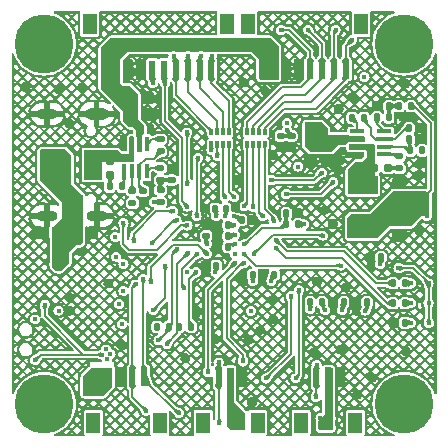
<source format=gbr>
%TF.GenerationSoftware,KiCad,Pcbnew,7.0.9*%
%TF.CreationDate,2023-12-01T13:28:00+08:00*%
%TF.ProjectId,NewSkyF7-Air,4e657753-6b79-4463-972d-4169722e6b69,rev?*%
%TF.SameCoordinates,Original*%
%TF.FileFunction,Copper,L4,Bot*%
%TF.FilePolarity,Positive*%
%FSLAX46Y46*%
G04 Gerber Fmt 4.6, Leading zero omitted, Abs format (unit mm)*
G04 Created by KiCad (PCBNEW 7.0.9) date 2023-12-01 13:28:00*
%MOMM*%
%LPD*%
G01*
G04 APERTURE LIST*
G04 Aperture macros list*
%AMRoundRect*
0 Rectangle with rounded corners*
0 $1 Rounding radius*
0 $2 $3 $4 $5 $6 $7 $8 $9 X,Y pos of 4 corners*
0 Add a 4 corners polygon primitive as box body*
4,1,4,$2,$3,$4,$5,$6,$7,$8,$9,$2,$3,0*
0 Add four circle primitives for the rounded corners*
1,1,$1+$1,$2,$3*
1,1,$1+$1,$4,$5*
1,1,$1+$1,$6,$7*
1,1,$1+$1,$8,$9*
0 Add four rect primitives between the rounded corners*
20,1,$1+$1,$2,$3,$4,$5,0*
20,1,$1+$1,$4,$5,$6,$7,0*
20,1,$1+$1,$6,$7,$8,$9,0*
20,1,$1+$1,$8,$9,$2,$3,0*%
G04 Aperture macros list end*
%TA.AperFunction,ComponentPad*%
%ADD10O,2.000000X1.000000*%
%TD*%
%TA.AperFunction,ComponentPad*%
%ADD11O,1.800000X0.900000*%
%TD*%
%TA.AperFunction,ComponentPad*%
%ADD12C,5.000000*%
%TD*%
%TA.AperFunction,SMDPad,CuDef*%
%ADD13RoundRect,0.140000X-0.140000X-0.170000X0.140000X-0.170000X0.140000X0.170000X-0.140000X0.170000X0*%
%TD*%
%TA.AperFunction,SMDPad,CuDef*%
%ADD14RoundRect,0.140000X0.140000X0.170000X-0.140000X0.170000X-0.140000X-0.170000X0.140000X-0.170000X0*%
%TD*%
%TA.AperFunction,SMDPad,CuDef*%
%ADD15RoundRect,0.135000X-0.185000X0.135000X-0.185000X-0.135000X0.185000X-0.135000X0.185000X0.135000X0*%
%TD*%
%TA.AperFunction,SMDPad,CuDef*%
%ADD16RoundRect,0.135000X0.185000X-0.135000X0.185000X0.135000X-0.185000X0.135000X-0.185000X-0.135000X0*%
%TD*%
%TA.AperFunction,SMDPad,CuDef*%
%ADD17RoundRect,0.225000X-0.225000X-0.250000X0.225000X-0.250000X0.225000X0.250000X-0.225000X0.250000X0*%
%TD*%
%TA.AperFunction,SMDPad,CuDef*%
%ADD18RoundRect,0.140000X-0.170000X0.140000X-0.170000X-0.140000X0.170000X-0.140000X0.170000X0.140000X0*%
%TD*%
%TA.AperFunction,SMDPad,CuDef*%
%ADD19RoundRect,0.135000X-0.135000X-0.185000X0.135000X-0.185000X0.135000X0.185000X-0.135000X0.185000X0*%
%TD*%
%TA.AperFunction,SMDPad,CuDef*%
%ADD20R,1.200000X1.800000*%
%TD*%
%TA.AperFunction,SMDPad,CuDef*%
%ADD21R,0.600000X1.550000*%
%TD*%
%TA.AperFunction,SMDPad,CuDef*%
%ADD22RoundRect,0.225000X-0.250000X0.225000X-0.250000X-0.225000X0.250000X-0.225000X0.250000X0.225000X0*%
%TD*%
%TA.AperFunction,SMDPad,CuDef*%
%ADD23RoundRect,0.140000X0.170000X-0.140000X0.170000X0.140000X-0.170000X0.140000X-0.170000X-0.140000X0*%
%TD*%
%TA.AperFunction,SMDPad,CuDef*%
%ADD24R,0.320000X0.500000*%
%TD*%
%TA.AperFunction,SMDPad,CuDef*%
%ADD25RoundRect,0.135000X0.135000X0.185000X-0.135000X0.185000X-0.135000X-0.185000X0.135000X-0.185000X0*%
%TD*%
%TA.AperFunction,SMDPad,CuDef*%
%ADD26RoundRect,0.225000X0.250000X-0.225000X0.250000X0.225000X-0.250000X0.225000X-0.250000X-0.225000X0*%
%TD*%
%TA.AperFunction,SMDPad,CuDef*%
%ADD27RoundRect,0.112500X-0.112500X0.187500X-0.112500X-0.187500X0.112500X-0.187500X0.112500X0.187500X0*%
%TD*%
%TA.AperFunction,SMDPad,CuDef*%
%ADD28R,0.300000X1.300000*%
%TD*%
%TA.AperFunction,SMDPad,CuDef*%
%ADD29RoundRect,0.155000X0.212500X0.155000X-0.212500X0.155000X-0.212500X-0.155000X0.212500X-0.155000X0*%
%TD*%
%TA.AperFunction,SMDPad,CuDef*%
%ADD30RoundRect,0.225000X0.225000X0.250000X-0.225000X0.250000X-0.225000X-0.250000X0.225000X-0.250000X0*%
%TD*%
%TA.AperFunction,SMDPad,CuDef*%
%ADD31R,2.500000X1.500000*%
%TD*%
%TA.AperFunction,SMDPad,CuDef*%
%ADD32R,1.500000X2.500000*%
%TD*%
%TA.AperFunction,SMDPad,CuDef*%
%ADD33R,1.300000X0.300000*%
%TD*%
%TA.AperFunction,SMDPad,CuDef*%
%ADD34RoundRect,0.155000X0.155000X-0.212500X0.155000X0.212500X-0.155000X0.212500X-0.155000X-0.212500X0*%
%TD*%
%TA.AperFunction,SMDPad,CuDef*%
%ADD35RoundRect,0.112500X-0.187500X-0.112500X0.187500X-0.112500X0.187500X0.112500X-0.187500X0.112500X0*%
%TD*%
%TA.AperFunction,ViaPad*%
%ADD36C,0.450000*%
%TD*%
%TA.AperFunction,Conductor*%
%ADD37C,0.156500*%
%TD*%
%TA.AperFunction,Conductor*%
%ADD38C,0.179600*%
%TD*%
G04 APERTURE END LIST*
D10*
%TO.P,U4,S1,_*%
%TO.N,GND*%
X107990000Y-71803250D03*
D11*
%TO.P,U4,S2,_*%
X108020000Y-80458250D03*
%TO.P,U4,S3,_*%
X103810000Y-71803250D03*
%TO.P,U4,S4,_*%
X103810000Y-80453250D03*
%TD*%
D12*
%TO.P,J35,*%
%TO.N,*%
X103550000Y-65860000D03*
X103550000Y-96360000D03*
X134050000Y-65860000D03*
X134050000Y-96360000D03*
%TD*%
D13*
%TO.P,C25,1*%
%TO.N,+3V3*%
X120270000Y-80790000D03*
%TO.P,C25,2*%
%TO.N,GND*%
X121230000Y-80790000D03*
%TD*%
D14*
%TO.P,C33,1*%
%TO.N,+3V3*%
X132080000Y-83950000D03*
%TO.P,C33,2*%
%TO.N,GND*%
X131120000Y-83950000D03*
%TD*%
D15*
%TO.P,R9,1*%
%TO.N,Net-(IC2-FB)*%
X113400000Y-76380000D03*
%TO.P,R9,2*%
%TO.N,Net-(R12-Pad1)*%
X113400000Y-77400000D03*
%TD*%
D14*
%TO.P,C24,1*%
%TO.N,+3V3*%
X119130000Y-82160000D03*
%TO.P,C24,2*%
%TO.N,GND*%
X118170000Y-82160000D03*
%TD*%
D16*
%TO.P,R12,1*%
%TO.N,Net-(R12-Pad1)*%
X114340000Y-77400000D03*
%TO.P,R12,2*%
%TO.N,GND*%
X114340000Y-76380000D03*
%TD*%
D17*
%TO.P,C4,1*%
%TO.N,VCC*%
X110745000Y-71870000D03*
%TO.P,C4,2*%
%TO.N,GND*%
X112295000Y-71870000D03*
%TD*%
D13*
%TO.P,C8,1*%
%TO.N,Net-(IC1-VCC)*%
X134472500Y-73010000D03*
%TO.P,C8,2*%
%TO.N,GND*%
X135432500Y-73010000D03*
%TD*%
D18*
%TO.P,C9,1*%
%TO.N,Net-(IC2-VCC)*%
X111960000Y-78340000D03*
%TO.P,C9,2*%
%TO.N,GND*%
X111960000Y-79300000D03*
%TD*%
D19*
%TO.P,R13,1*%
%TO.N,Net-(R11-Pad1)*%
X133572500Y-71160000D03*
%TO.P,R13,2*%
%TO.N,+12V*%
X134592500Y-71160000D03*
%TD*%
D18*
%TO.P,C40,1*%
%TO.N,+3V3*%
X124500000Y-73680000D03*
%TO.P,C40,2*%
%TO.N,GND*%
X124500000Y-74640000D03*
%TD*%
D14*
%TO.P,C29,1*%
%TO.N,+3V3*%
X119130000Y-81240000D03*
%TO.P,C29,2*%
%TO.N,GND*%
X118170000Y-81240000D03*
%TD*%
%TO.P,C36,1*%
%TO.N,+3V3*%
X130890000Y-87760000D03*
%TO.P,C36,2*%
%TO.N,GND*%
X129930000Y-87760000D03*
%TD*%
D20*
%TO.P,J1,*%
%TO.N,*%
X113330000Y-97945000D03*
X107730000Y-97945000D03*
D21*
%TO.P,J1,1,Pin_1*%
%TO.N,/Devices/USART.TX1*%
X112030000Y-94070000D03*
%TO.P,J1,2,Pin_2*%
%TO.N,/Devices/USART.RX1*%
X111030000Y-94070000D03*
%TO.P,J1,3,Pin_3*%
%TO.N,GND*%
X110030000Y-94070000D03*
%TO.P,J1,4,Pin_4*%
%TO.N,+5V*%
X109030000Y-94070000D03*
%TD*%
D22*
%TO.P,C1,1*%
%TO.N,VCC*%
X126120000Y-74225000D03*
%TO.P,C1,2*%
%TO.N,GND*%
X126120000Y-75775000D03*
%TD*%
D14*
%TO.P,C30,1*%
%TO.N,+3V3*%
X123030000Y-85410000D03*
%TO.P,C30,2*%
%TO.N,GND*%
X122070000Y-85410000D03*
%TD*%
D19*
%TO.P,R33,1*%
%TO.N,Net-(IC1-EN{slash}SYNC)*%
X134462500Y-73950000D03*
%TO.P,R33,2*%
%TO.N,GND*%
X135482500Y-73950000D03*
%TD*%
D14*
%TO.P,C28,1*%
%TO.N,Net-(U2C-VCAP_2)*%
X118050000Y-79820000D03*
%TO.P,C28,2*%
%TO.N,GND*%
X117090000Y-79820000D03*
%TD*%
D23*
%TO.P,C46,1*%
%TO.N,GND*%
X123580000Y-74640000D03*
%TO.P,C46,2*%
%TO.N,+3V3*%
X123580000Y-73680000D03*
%TD*%
D24*
%TO.P,RN2,1,R1.1*%
%TO.N,/Devices/PWM_Control5*%
X120720000Y-73340000D03*
%TO.P,RN2,2,R2.1*%
%TO.N,/Devices/PWM_Control6*%
X121220000Y-73340000D03*
%TO.P,RN2,3,R3.1*%
%TO.N,/Devices/PWM_Control7*%
X121720000Y-73340000D03*
%TO.P,RN2,4,R4.1*%
%TO.N,/Devices/PWM_Control8*%
X122220000Y-73340000D03*
%TO.P,RN2,5,R4.2*%
%TO.N,/Devices/PB11*%
X122220000Y-74340000D03*
%TO.P,RN2,6,R3.2*%
%TO.N,/Devices/PB10*%
X121720000Y-74340000D03*
%TO.P,RN2,7,R2.2*%
%TO.N,/Devices/PD14*%
X121220000Y-74340000D03*
%TO.P,RN2,8,R1.2*%
%TO.N,/Devices/PD15*%
X120720000Y-74340000D03*
%TD*%
D25*
%TO.P,R11,1*%
%TO.N,Net-(R11-Pad1)*%
X132722500Y-71160000D03*
%TO.P,R11,2*%
%TO.N,GND*%
X131702500Y-71160000D03*
%TD*%
D20*
%TO.P,J4,*%
%TO.N,*%
X120780000Y-64181750D03*
X130380000Y-64181750D03*
D21*
%TO.P,J4,1,Pin_1*%
%TO.N,VCC*%
X122080000Y-68056750D03*
%TO.P,J4,2,Pin_2*%
X123080000Y-68056750D03*
%TO.P,J4,3,Pin_3*%
%TO.N,GND*%
X124080000Y-68056750D03*
%TO.P,J4,4,Pin_4*%
X125080000Y-68056750D03*
%TO.P,J4,5,Pin_5*%
%TO.N,/Devices/PWM_Control5*%
X126080000Y-68056750D03*
%TO.P,J4,6,Pin_6*%
%TO.N,/Devices/PWM_Control6*%
X127080000Y-68056750D03*
%TO.P,J4,7,Pin_7*%
%TO.N,/Devices/PWM_Control7*%
X128080000Y-68056750D03*
%TO.P,J4,8,Pin_8*%
%TO.N,/Devices/PWM_Control8*%
X129080000Y-68056750D03*
%TD*%
D14*
%TO.P,C27,1*%
%TO.N,+3V3*%
X118120000Y-84650000D03*
%TO.P,C27,2*%
%TO.N,GND*%
X117160000Y-84650000D03*
%TD*%
D16*
%TO.P,R4,1*%
%TO.N,VCC*%
X111030000Y-79350000D03*
%TO.P,R4,2*%
%TO.N,Net-(IC2-EN{slash}SYNC)*%
X111030000Y-78330000D03*
%TD*%
D17*
%TO.P,C15,1*%
%TO.N,GND*%
X103065000Y-81800000D03*
%TO.P,C15,2*%
%TO.N,+5V*%
X104615000Y-81800000D03*
%TD*%
D26*
%TO.P,C17,1*%
%TO.N,GND*%
X133620000Y-82105000D03*
%TO.P,C17,2*%
%TO.N,+12V*%
X133620000Y-80555000D03*
%TD*%
D16*
%TO.P,R18,1*%
%TO.N,/Devices/BOOT0*%
X117260000Y-82100000D03*
%TO.P,R18,2*%
%TO.N,GND*%
X117260000Y-81080000D03*
%TD*%
D13*
%TO.P,C6,1*%
%TO.N,VCC*%
X111550000Y-73060000D03*
%TO.P,C6,2*%
%TO.N,GND*%
X112510000Y-73060000D03*
%TD*%
D25*
%TO.P,R26,1*%
%TO.N,Net-(U5-~{RESET})*%
X127110000Y-87770000D03*
%TO.P,R26,2*%
%TO.N,+3V3*%
X126090000Y-87770000D03*
%TD*%
%TO.P,R2,1*%
%TO.N,VCC*%
X135562500Y-74900000D03*
%TO.P,R2,2*%
%TO.N,Net-(IC1-EN{slash}SYNC)*%
X134542500Y-74900000D03*
%TD*%
D17*
%TO.P,C2,1*%
%TO.N,VCC*%
X110745000Y-70410000D03*
%TO.P,C2,2*%
%TO.N,GND*%
X112295000Y-70410000D03*
%TD*%
D15*
%TO.P,R8,1*%
%TO.N,Net-(IC1-BST)*%
X133640000Y-75400000D03*
%TO.P,R8,2*%
%TO.N,Net-(C10-Pad1)*%
X133640000Y-76420000D03*
%TD*%
%TO.P,R14,1*%
%TO.N,Net-(R12-Pad1)*%
X113410000Y-78240000D03*
%TO.P,R14,2*%
%TO.N,+5V*%
X113410000Y-79260000D03*
%TD*%
D27*
%TO.P,D1,1,A1*%
%TO.N,+12V*%
X135320000Y-79582500D03*
%TO.P,D1,2,A2*%
%TO.N,GND*%
X135320000Y-81682500D03*
%TD*%
D14*
%TO.P,C31,1*%
%TO.N,+3V3*%
X121210000Y-85410000D03*
%TO.P,C31,2*%
%TO.N,GND*%
X120250000Y-85410000D03*
%TD*%
D19*
%TO.P,R1,1*%
%TO.N,Net-(IC1-PG)*%
X129622500Y-72140000D03*
%TO.P,R1,2*%
%TO.N,Net-(IC1-VCC)*%
X130642500Y-72140000D03*
%TD*%
D28*
%TO.P,IC2,1,FB*%
%TO.N,Net-(IC2-FB)*%
X112260000Y-76670000D03*
%TO.P,IC2,2,VCC*%
%TO.N,Net-(IC2-VCC)*%
X111610000Y-76670000D03*
%TO.P,IC2,3,EN/SYNC*%
%TO.N,Net-(IC2-EN{slash}SYNC)*%
X110960000Y-76670000D03*
%TO.P,IC2,4,BST*%
%TO.N,Net-(IC2-BST)*%
X110310000Y-76670000D03*
%TO.P,IC2,5,GND*%
%TO.N,GND*%
X110310000Y-74370000D03*
%TO.P,IC2,6,SW*%
%TO.N,Net-(IC2-SW)*%
X110960000Y-74370000D03*
%TO.P,IC2,7,IN*%
%TO.N,VCC*%
X111610000Y-74370000D03*
%TO.P,IC2,8,PG*%
%TO.N,Net-(IC2-PG)*%
X112260000Y-74370000D03*
%TD*%
D20*
%TO.P,J36,*%
%TO.N,*%
X107410000Y-64180000D03*
X119010000Y-64180000D03*
D21*
%TO.P,J36,1,Pin_1*%
%TO.N,VCC*%
X108710000Y-68055000D03*
%TO.P,J36,2,Pin_2*%
X109710000Y-68055000D03*
%TO.P,J36,3,Pin_3*%
%TO.N,GND*%
X110710000Y-68055000D03*
%TO.P,J36,4,Pin_4*%
X111710000Y-68055000D03*
%TO.P,J36,5,Pin_5*%
%TO.N,ADC_CUL*%
X112710000Y-68055000D03*
%TO.P,J36,6,Pin_6*%
%TO.N,/Devices/USART.RX3*%
X113710000Y-68055000D03*
%TO.P,J36,7,Pin_7*%
%TO.N,/Devices/PWM_Control1*%
X114710000Y-68055000D03*
%TO.P,J36,8,Pin_8*%
%TO.N,/Devices/PWM_Control2*%
X115710000Y-68055000D03*
%TO.P,J36,9,Pin_9*%
%TO.N,/Devices/PWM_Control3*%
X116710000Y-68055000D03*
%TO.P,J36,10,Pin_10*%
%TO.N,/Devices/PWM_Control4*%
X117710000Y-68055000D03*
%TD*%
D29*
%TO.P,C10,1*%
%TO.N,Net-(C10-Pad1)*%
X132647500Y-76380000D03*
%TO.P,C10,2*%
%TO.N,Net-(IC1-SW)*%
X131512500Y-76380000D03*
%TD*%
D30*
%TO.P,C18,1*%
%TO.N,GND*%
X107580000Y-81800000D03*
%TO.P,C18,2*%
%TO.N,+5V*%
X106030000Y-81800000D03*
%TD*%
D13*
%TO.P,C26,1*%
%TO.N,Net-(U2C-VCAP_1)*%
X118920000Y-79820000D03*
%TO.P,C26,2*%
%TO.N,GND*%
X119880000Y-79820000D03*
%TD*%
D19*
%TO.P,R7,1*%
%TO.N,Net-(IC1-FB)*%
X131712500Y-72100000D03*
%TO.P,R7,2*%
%TO.N,Net-(R11-Pad1)*%
X132732500Y-72100000D03*
%TD*%
%TO.P,R35,1*%
%TO.N,I2C1.SCL*%
X114980000Y-89820000D03*
%TO.P,R35,2*%
%TO.N,+3V3*%
X116000000Y-89820000D03*
%TD*%
D31*
%TO.P,L2,1,1*%
%TO.N,Net-(IC1-SW)*%
X130510000Y-77850000D03*
%TO.P,L2,2,2*%
%TO.N,+12V*%
X130510000Y-81550000D03*
%TD*%
D22*
%TO.P,C3,1*%
%TO.N,VCC*%
X127580000Y-74220000D03*
%TO.P,C3,2*%
%TO.N,GND*%
X127580000Y-75770000D03*
%TD*%
D25*
%TO.P,R15,1*%
%TO.N,VCC*%
X125080000Y-81160000D03*
%TO.P,R15,2*%
%TO.N,VCC_Voltage*%
X124060000Y-81160000D03*
%TD*%
D32*
%TO.P,L3,1,1*%
%TO.N,Net-(IC2-SW)*%
X107690000Y-76120000D03*
%TO.P,L3,2,2*%
%TO.N,+5V*%
X103990000Y-76120000D03*
%TD*%
D18*
%TO.P,C5,1*%
%TO.N,VCC*%
X128770000Y-73955000D03*
%TO.P,C5,2*%
%TO.N,GND*%
X128770000Y-74915000D03*
%TD*%
D33*
%TO.P,IC1,1,FB*%
%TO.N,Net-(IC1-FB)*%
X132340000Y-73280000D03*
%TO.P,IC1,2,VCC*%
%TO.N,Net-(IC1-VCC)*%
X132340000Y-73930000D03*
%TO.P,IC1,3,EN/SYNC*%
%TO.N,Net-(IC1-EN{slash}SYNC)*%
X132340000Y-74580000D03*
%TO.P,IC1,4,BST*%
%TO.N,Net-(IC1-BST)*%
X132340000Y-75230000D03*
%TO.P,IC1,5,GND*%
%TO.N,GND*%
X130040000Y-75230000D03*
%TO.P,IC1,6,SW*%
%TO.N,Net-(IC1-SW)*%
X130040000Y-74580000D03*
%TO.P,IC1,7,IN*%
%TO.N,VCC*%
X130040000Y-73930000D03*
%TO.P,IC1,8,PG*%
%TO.N,Net-(IC1-PG)*%
X130040000Y-73280000D03*
%TD*%
D25*
%TO.P,R17,1*%
%TO.N,Net-(D4-K)*%
X134100000Y-89480000D03*
%TO.P,R17,2*%
%TO.N,GND*%
X133080000Y-89480000D03*
%TD*%
D34*
%TO.P,C11,1*%
%TO.N,Net-(C11-Pad1)*%
X109160000Y-76957500D03*
%TO.P,C11,2*%
%TO.N,Net-(IC2-SW)*%
X109160000Y-75822500D03*
%TD*%
D25*
%TO.P,R10,1*%
%TO.N,Net-(IC2-BST)*%
X110140000Y-77950000D03*
%TO.P,R10,2*%
%TO.N,Net-(C11-Pad1)*%
X109120000Y-77950000D03*
%TD*%
D14*
%TO.P,C23,1*%
%TO.N,+3V3*%
X119130000Y-83080000D03*
%TO.P,C23,2*%
%TO.N,GND*%
X118170000Y-83080000D03*
%TD*%
D22*
%TO.P,C14,1*%
%TO.N,GND*%
X133620000Y-77585000D03*
%TO.P,C14,2*%
%TO.N,+12V*%
X133620000Y-79135000D03*
%TD*%
D15*
%TO.P,R3,1*%
%TO.N,Net-(IC2-PG)*%
X113410000Y-73940000D03*
%TO.P,R3,2*%
%TO.N,Net-(IC2-VCC)*%
X113410000Y-74960000D03*
%TD*%
D24*
%TO.P,RN1,1,R1.1*%
%TO.N,/Devices/PC8*%
X119210000Y-74340000D03*
%TO.P,RN1,2,R2.1*%
%TO.N,/Devices/PC9*%
X118710000Y-74340000D03*
%TO.P,RN1,3,R3.1*%
%TO.N,/Devices/PA8*%
X118210000Y-74340000D03*
%TO.P,RN1,4,R4.1*%
%TO.N,/Devices/PA10*%
X117710000Y-74340000D03*
%TO.P,RN1,5,R4.2*%
%TO.N,/Devices/PWM_Control1*%
X117710000Y-73340000D03*
%TO.P,RN1,6,R3.2*%
%TO.N,/Devices/PWM_Control2*%
X118210000Y-73340000D03*
%TO.P,RN1,7,R2.2*%
%TO.N,/Devices/PWM_Control3*%
X118710000Y-73340000D03*
%TO.P,RN1,8,R1.2*%
%TO.N,/Devices/PWM_Control4*%
X119210000Y-73340000D03*
%TD*%
D14*
%TO.P,C38,1*%
%TO.N,+3V3*%
X128920000Y-87760000D03*
%TO.P,C38,2*%
%TO.N,GND*%
X127960000Y-87760000D03*
%TD*%
D25*
%TO.P,R21,1*%
%TO.N,Net-(D6-K)*%
X134100000Y-87830000D03*
%TO.P,R21,2*%
%TO.N,/Devices/PB1*%
X133080000Y-87830000D03*
%TD*%
D20*
%TO.P,J3,*%
%TO.N,*%
X121620000Y-97945000D03*
X117020000Y-97945000D03*
D21*
%TO.P,J3,1,Pin_1*%
%TO.N,GND*%
X120320000Y-94070000D03*
%TO.P,J3,2,Pin_2*%
%TO.N,+5V*%
X119320000Y-94070000D03*
%TO.P,J3,3,Pin_3*%
%TO.N,/Devices/Plugs/OSD-IN*%
X118320000Y-94070000D03*
%TD*%
D19*
%TO.P,R34,1*%
%TO.N,+3V3*%
X113110000Y-89820000D03*
%TO.P,R34,2*%
%TO.N,I2C1.SDA*%
X114130000Y-89820000D03*
%TD*%
D25*
%TO.P,R20,1*%
%TO.N,Net-(D5-K)*%
X134110000Y-86150000D03*
%TO.P,R20,2*%
%TO.N,/Devices/PB0*%
X133090000Y-86150000D03*
%TD*%
D35*
%TO.P,D2,1,A1*%
%TO.N,+5V*%
X104622500Y-83490000D03*
%TO.P,D2,2,A2*%
%TO.N,GND*%
X106722500Y-83490000D03*
%TD*%
D20*
%TO.P,J2,*%
%TO.N,*%
X129910000Y-97945000D03*
X125310000Y-97945000D03*
D21*
%TO.P,J2,1,Pin_1*%
%TO.N,GND*%
X128610000Y-94070000D03*
%TO.P,J2,2,Pin_2*%
%TO.N,+12V*%
X127610000Y-94070000D03*
%TO.P,J2,3,Pin_3*%
%TO.N,/Devices/Plugs/OSD-OUT*%
X126610000Y-94070000D03*
%TD*%
D19*
%TO.P,R16,1*%
%TO.N,VCC_Voltage*%
X124060000Y-80220000D03*
%TO.P,R16,2*%
%TO.N,GND*%
X125080000Y-80220000D03*
%TD*%
D36*
%TO.N,VCC*%
X108580000Y-66950000D03*
X126590000Y-73420000D03*
X125960000Y-72770000D03*
X109910000Y-66950000D03*
X125950000Y-73420000D03*
X109230000Y-66350000D03*
X108565000Y-66350000D03*
X109895000Y-66350000D03*
X126580000Y-72780000D03*
X125580000Y-81160000D03*
X111020000Y-79370000D03*
X109245000Y-66950000D03*
X135590000Y-74920000D03*
%TO.N,GND*%
X111730000Y-68460000D03*
X128700000Y-91760000D03*
X129650000Y-70380000D03*
X128370000Y-76360000D03*
X109000000Y-86160000D03*
X118060000Y-90860000D03*
X117240000Y-85210000D03*
X127280000Y-79940000D03*
X120430000Y-85950000D03*
X122000000Y-85970000D03*
X131270000Y-84500000D03*
X128480000Y-71370000D03*
X128650000Y-75710000D03*
X112150000Y-70260000D03*
X105720000Y-87320000D03*
X121860000Y-90100000D03*
X110120000Y-91400000D03*
X128070000Y-88420000D03*
X121150000Y-96180000D03*
X118110000Y-81250000D03*
X115520000Y-92500000D03*
X104800000Y-69740000D03*
X129100000Y-86510000D03*
X105690000Y-72620000D03*
X111730000Y-67600000D03*
X127990000Y-81100000D03*
X135560000Y-76000000D03*
X122280000Y-69860000D03*
X122910000Y-75300000D03*
X134210000Y-91930000D03*
X126410000Y-91970000D03*
X118100000Y-82910000D03*
X131330000Y-94120000D03*
X130010000Y-88460000D03*
X109550000Y-83200000D03*
X134130000Y-69230000D03*
X105720000Y-88457500D03*
X120460000Y-69140000D03*
X120840000Y-90920000D03*
X113260000Y-70470000D03*
X119820000Y-77390000D03*
X133950000Y-72040000D03*
X101940000Y-69530000D03*
X130050000Y-95560000D03*
X134860000Y-72090000D03*
X135210000Y-77030000D03*
X122960000Y-89170000D03*
X106770000Y-69540000D03*
X122960000Y-87490000D03*
X116400000Y-88630000D03*
X118100000Y-82050000D03*
X112230000Y-71910000D03*
X126660000Y-85990000D03*
X113250000Y-71830000D03*
%TO.N,+5V*%
X119490000Y-98380000D03*
X107970000Y-95440000D03*
X107970000Y-94660000D03*
X120380000Y-98370000D03*
X104780000Y-84920000D03*
X104420000Y-84510000D03*
X104740000Y-84060000D03*
X107090000Y-94640000D03*
X112860000Y-79260000D03*
X119490000Y-97580000D03*
X107070000Y-95450000D03*
X105070000Y-84500000D03*
X120380000Y-97590000D03*
X104770000Y-88457500D03*
%TO.N,+3V3*%
X110170000Y-89592500D03*
X130670000Y-68700000D03*
X102790000Y-92650000D03*
X109170000Y-92150000D03*
X132010000Y-84510000D03*
X130760000Y-88460000D03*
X126070000Y-88330000D03*
X108810000Y-91750000D03*
X118060000Y-85210000D03*
X103600000Y-87950000D03*
X121060000Y-88480000D03*
X124130000Y-72600000D03*
X128790000Y-88430000D03*
X119700000Y-82830000D03*
X125075000Y-76265000D03*
X109910000Y-87902500D03*
X119630000Y-80480000D03*
X121220000Y-85970000D03*
X136100000Y-87820000D03*
X124135000Y-73150000D03*
X116430000Y-85200000D03*
X119690000Y-82040000D03*
X136110000Y-89510000D03*
X109560000Y-82220000D03*
X109660000Y-83890000D03*
X113130000Y-89790000D03*
X136100000Y-86160000D03*
X133550000Y-84860000D03*
X119670000Y-81250000D03*
X110270000Y-84510000D03*
X108840000Y-92590000D03*
X122800000Y-85940000D03*
X108480000Y-92180000D03*
%TO.N,+12V*%
X135950000Y-80436668D03*
X135950000Y-79820000D03*
X135950000Y-78586668D03*
X126960000Y-98390000D03*
X127830000Y-98370000D03*
X126950000Y-97570000D03*
X127820000Y-97590000D03*
X135950000Y-79203334D03*
%TO.N,Net-(U2C-VCAP_1)*%
X118900000Y-80440000D03*
%TO.N,Net-(U2C-VCAP_2)*%
X118120000Y-80460000D03*
%TO.N,/Devices/Plugs/OSD-IN*%
X118330000Y-92840000D03*
X118370000Y-97990000D03*
%TO.N,Net-(D4-K)*%
X134600000Y-89490000D03*
%TO.N,Net-(D5-K)*%
X134620000Y-86160000D03*
%TO.N,Net-(D6-K)*%
X134600000Y-87820000D03*
%TO.N,/Devices/IMU.icm42688_CS*%
X114470000Y-80040000D03*
X111140000Y-82570000D03*
%TO.N,/Devices/IMU.icm42688_CLK*%
X112660000Y-82740000D03*
X114770000Y-80820000D03*
%TO.N,/Devices/USART.RX1*%
X112190000Y-96930000D03*
X111290000Y-86240000D03*
%TO.N,/Devices/USART.TX1*%
X114960000Y-97110000D03*
X111940000Y-85790000D03*
%TO.N,/Devices/Plugs/OSD-OUT*%
X126620000Y-93060000D03*
X126560000Y-95780000D03*
%TO.N,ADC_CUL*%
X112750000Y-69210000D03*
X119680000Y-83650000D03*
%TO.N,/Devices/USART.RX5*%
X116460000Y-80460000D03*
X116590000Y-75510000D03*
%TO.N,/Devices/USART.TX4*%
X117430000Y-93690000D03*
X119690000Y-84460000D03*
%TO.N,/Devices/USART.RX4*%
X120390000Y-92760000D03*
X120480000Y-84450000D03*
%TO.N,VCC_Voltage*%
X120470000Y-82850000D03*
%TO.N,/Devices/BOOT0*%
X102800000Y-89200000D03*
X117330000Y-82780000D03*
%TO.N,Net-(U5-~{RESET})*%
X127350000Y-88420000D03*
%TO.N,/Devices/PB10*%
X122070000Y-80460000D03*
%TO.N,/Devices/PB11*%
X122980000Y-80840000D03*
%TO.N,/Devices/PD14*%
X121240000Y-79660000D03*
%TO.N,/Devices/PB0*%
X123190000Y-82500000D03*
%TO.N,/Devices/PB1*%
X123170000Y-83150000D03*
%TO.N,/Devices/OSD.OSD_CLK*%
X121300000Y-83630000D03*
X127140000Y-82110000D03*
%TO.N,/Devices/OSD.OSD_CS*%
X120460000Y-83650000D03*
X128660000Y-84640000D03*
%TO.N,/Devices/PC8*%
X119660000Y-78850000D03*
%TO.N,/Devices/PD15*%
X120510000Y-79630000D03*
%TO.N,/Devices/IMU.BMI270_CS*%
X116500000Y-83660000D03*
X115390000Y-86570000D03*
%TO.N,/Devices/IMU.BMI270_EXIT*%
X110260000Y-86770000D03*
X115630000Y-85190000D03*
%TO.N,/Devices/IMU.BMI270_MISO*%
X112580000Y-86060000D03*
X117320000Y-83640000D03*
%TO.N,/Devices/USART.TX2*%
X122360000Y-94200000D03*
X124450000Y-87220000D03*
%TO.N,/Devices/IMU.BMI270_CLK*%
X113820000Y-84650000D03*
X112810000Y-88430000D03*
%TO.N,/Devices/USART.RX3*%
X115690000Y-79650000D03*
X113780000Y-69150000D03*
%TO.N,/Devices/USART.RX2*%
X125110000Y-86730000D03*
X124840000Y-94190000D03*
%TO.N,/Devices/USART.TX3*%
X115660000Y-73370000D03*
X115683718Y-77760000D03*
%TO.N,/Devices/SPI2.Flash_MOSI*%
X122740000Y-77400000D03*
X127070000Y-76780000D03*
%TO.N,/Devices/SPI2.Flash_MISO*%
X128030000Y-77580000D03*
X124000000Y-78580000D03*
%TO.N,/Devices/IMU.icm42688_EXIT*%
X115690000Y-81250000D03*
X110270000Y-81030000D03*
%TO.N,/Devices/PA10*%
X117710000Y-74860000D03*
%TO.N,/Devices/PC9*%
X118840000Y-78840000D03*
%TO.N,/Devices/PA8*%
X118220000Y-75350000D03*
%TO.N,/Devices/PWM_Control5*%
X123590000Y-64700000D03*
%TO.N,/Devices/PWM_Control6*%
X125880000Y-64680000D03*
%TO.N,/Devices/PWM_Control7*%
X128230000Y-64700000D03*
%TO.N,/Devices/PWM_Control8*%
X129600000Y-65560000D03*
%TO.N,/Devices/PWM_Control4*%
X117730000Y-66940000D03*
%TO.N,/Devices/PWM_Control3*%
X116840000Y-66880000D03*
%TO.N,/Devices/PWM_Control2*%
X115700000Y-66880000D03*
%TO.N,/Devices/PWM_Control1*%
X114510000Y-66920000D03*
%TO.N,I2C1.SDA*%
X113230000Y-90980000D03*
X114780000Y-83282750D03*
%TO.N,I2C1.SCL*%
X115720000Y-83620000D03*
X113950000Y-91280000D03*
%TD*%
D37*
%TO.N,VCC*%
X125080000Y-81160000D02*
X125580000Y-81160000D01*
%TO.N,GND*%
X122000000Y-85970000D02*
X122000000Y-85440000D01*
X117260000Y-81080000D02*
X117940000Y-81080000D01*
X120430000Y-85690000D02*
X120140000Y-85400000D01*
X117160000Y-85130000D02*
X117240000Y-85210000D01*
X117260000Y-81080000D02*
X117260000Y-79990000D01*
X131270000Y-84100000D02*
X131120000Y-83950000D01*
X123580000Y-74640000D02*
X124500000Y-74640000D01*
X128070000Y-87870000D02*
X127960000Y-87760000D01*
X130010000Y-88460000D02*
X130010000Y-87840000D01*
X128070000Y-88420000D02*
X128070000Y-87870000D01*
X120430000Y-85950000D02*
X120430000Y-85690000D01*
X131270000Y-84500000D02*
X131270000Y-84100000D01*
X117940000Y-81080000D02*
X118110000Y-81250000D01*
X117260000Y-79990000D02*
X117090000Y-79820000D01*
X130010000Y-87840000D02*
X129930000Y-87760000D01*
X117160000Y-84620000D02*
X117160000Y-85130000D01*
%TO.N,+5V*%
X113410000Y-79260000D02*
X112940000Y-79260000D01*
X112860000Y-79260000D02*
X112860000Y-79340000D01*
X112860000Y-79340000D02*
X112920000Y-79280000D01*
X112940000Y-79260000D02*
X112860000Y-79260000D01*
%TO.N,Net-(IC1-VCC)*%
X130642500Y-72382500D02*
X131220000Y-72960000D01*
X132340000Y-73930000D02*
X133290000Y-73930000D01*
X131220000Y-73580000D02*
X131570000Y-73930000D01*
X131570000Y-73930000D02*
X132340000Y-73930000D01*
X130642500Y-72140000D02*
X130642500Y-72382500D01*
X133290000Y-73930000D02*
X134210000Y-73010000D01*
X131220000Y-72960000D02*
X131220000Y-73580000D01*
X134210000Y-73010000D02*
X134472500Y-73010000D01*
%TO.N,Net-(IC2-VCC)*%
X113410000Y-74990000D02*
X112820000Y-75580000D01*
X112820000Y-75580000D02*
X112193500Y-75580000D01*
X111610000Y-76163500D02*
X111610000Y-76670000D01*
X113410000Y-74960000D02*
X113410000Y-74990000D01*
X111960000Y-78340000D02*
X111610000Y-77990000D01*
X112193500Y-75580000D02*
X111610000Y-76163500D01*
X111610000Y-77990000D02*
X111610000Y-76670000D01*
%TO.N,Net-(C10-Pad1)*%
X133640000Y-76420000D02*
X132687500Y-76420000D01*
X132687500Y-76420000D02*
X132647500Y-76380000D01*
%TO.N,Net-(C11-Pad1)*%
X109120000Y-76997500D02*
X109160000Y-76957500D01*
X109120000Y-77950000D02*
X109120000Y-76997500D01*
%TO.N,+3V3*%
X115830000Y-85800000D02*
X115830000Y-89820000D01*
X122800000Y-85520000D02*
X122920000Y-85400000D01*
X103260000Y-92180000D02*
X102790000Y-92650000D01*
X130890000Y-87760000D02*
X130890000Y-88330000D01*
X136100000Y-89500000D02*
X136110000Y-89510000D01*
X128790000Y-87890000D02*
X128920000Y-87760000D01*
X121220000Y-85970000D02*
X121220000Y-85520000D01*
X124135000Y-73315000D02*
X124500000Y-73680000D01*
X124500000Y-73680000D02*
X123580000Y-73680000D01*
X132010000Y-84510000D02*
X132010000Y-84020000D01*
X119250000Y-82040000D02*
X119130000Y-82160000D01*
X126090000Y-87770000D02*
X126090000Y-88260000D01*
X119700000Y-82830000D02*
X119380000Y-82830000D01*
X116430000Y-85200000D02*
X115830000Y-85800000D01*
X122800000Y-85940000D02*
X122800000Y-85520000D01*
X136100000Y-86160000D02*
X136100000Y-89500000D01*
X136100000Y-86160000D02*
X134800000Y-84860000D01*
X106880000Y-92180000D02*
X108480000Y-92180000D01*
X119380000Y-82830000D02*
X119130000Y-83080000D01*
X130890000Y-88330000D02*
X130760000Y-88460000D01*
X119630000Y-80480000D02*
X119960000Y-80480000D01*
X121220000Y-85520000D02*
X121100000Y-85400000D01*
D38*
X119660000Y-81240000D02*
X119670000Y-81250000D01*
D37*
X118060000Y-85210000D02*
X118060000Y-84680000D01*
X119960000Y-80480000D02*
X120270000Y-80790000D01*
X119690000Y-82040000D02*
X119250000Y-82040000D01*
X118060000Y-84680000D02*
X118120000Y-84620000D01*
X103600000Y-88900000D02*
X106880000Y-92180000D01*
D38*
X119130000Y-81240000D02*
X119660000Y-81240000D01*
D37*
X103600000Y-87950000D02*
X103600000Y-88900000D01*
X132010000Y-84020000D02*
X132080000Y-83950000D01*
X124135000Y-73150000D02*
X124135000Y-73315000D01*
X108480000Y-92180000D02*
X103260000Y-92180000D01*
X128790000Y-88430000D02*
X128790000Y-87890000D01*
X134800000Y-84860000D02*
X133550000Y-84860000D01*
X126070000Y-88280000D02*
X126070000Y-88330000D01*
X126090000Y-88260000D02*
X126070000Y-88280000D01*
%TO.N,+12V*%
X134592500Y-71160000D02*
X134862499Y-71160000D01*
X136290000Y-72587501D02*
X136290000Y-78246668D01*
X134862499Y-71160000D02*
X136290000Y-72587501D01*
X136290000Y-78246668D02*
X135950000Y-78586668D01*
%TO.N,Net-(U2C-VCAP_1)*%
X118920000Y-80420000D02*
X118900000Y-80440000D01*
X118920000Y-79820000D02*
X118920000Y-80420000D01*
%TO.N,Net-(U2C-VCAP_2)*%
X118120000Y-79890000D02*
X118050000Y-79820000D01*
X118120000Y-80460000D02*
X118120000Y-79890000D01*
%TO.N,/Devices/Plugs/OSD-IN*%
X118330000Y-94060000D02*
X118320000Y-94070000D01*
X118330000Y-92840000D02*
X118330000Y-94060000D01*
X118320000Y-94070000D02*
X118320000Y-97940000D01*
%TO.N,Net-(D4-K)*%
X134590000Y-89480000D02*
X134600000Y-89490000D01*
X134100000Y-89480000D02*
X134590000Y-89480000D01*
%TO.N,Net-(D5-K)*%
X134120000Y-86160000D02*
X134110000Y-86150000D01*
X134620000Y-86160000D02*
X134120000Y-86160000D01*
%TO.N,Net-(D6-K)*%
X134110000Y-87820000D02*
X134100000Y-87830000D01*
X134600000Y-87820000D02*
X134110000Y-87820000D01*
%TO.N,Net-(IC1-FB)*%
X131712500Y-72652500D02*
X132340000Y-73280000D01*
X131712500Y-72100000D02*
X131712500Y-72652500D01*
%TO.N,Net-(IC1-EN{slash}SYNC)*%
X134542500Y-74030000D02*
X134462500Y-73950000D01*
X132340000Y-74580000D02*
X134222500Y-74580000D01*
X134222500Y-74580000D02*
X134542500Y-74900000D01*
X134542500Y-74900000D02*
X134542500Y-74030000D01*
%TO.N,Net-(IC1-BST)*%
X132340000Y-75230000D02*
X133470000Y-75230000D01*
X133470000Y-75230000D02*
X133640000Y-75400000D01*
%TO.N,Net-(IC1-PG)*%
X130040000Y-72557500D02*
X129622500Y-72140000D01*
X130040000Y-73280000D02*
X130040000Y-72557500D01*
%TO.N,Net-(IC2-FB)*%
X113400000Y-76380000D02*
X112550000Y-76380000D01*
X112550000Y-76380000D02*
X112260000Y-76670000D01*
%TO.N,Net-(IC2-EN{slash}SYNC)*%
X111030000Y-78330000D02*
X111030000Y-76740000D01*
X111030000Y-76740000D02*
X110960000Y-76670000D01*
%TO.N,Net-(IC2-BST)*%
X110310000Y-77780000D02*
X110140000Y-77950000D01*
X110310000Y-76670000D02*
X110310000Y-77780000D01*
%TO.N,Net-(IC2-PG)*%
X112690000Y-73940000D02*
X112260000Y-74370000D01*
X113410000Y-73940000D02*
X112690000Y-73940000D01*
%TO.N,/Devices/IMU.icm42688_CS*%
X111140000Y-82570000D02*
X111140000Y-81950000D01*
X113050000Y-80040000D02*
X114470000Y-80040000D01*
X111140000Y-81950000D02*
X113050000Y-80040000D01*
%TO.N,/Devices/IMU.icm42688_CLK*%
X114580000Y-80820000D02*
X112660000Y-82740000D01*
X114770000Y-80820000D02*
X114580000Y-80820000D01*
%TO.N,/Devices/USART.RX1*%
X111290000Y-86240000D02*
X111030000Y-86500000D01*
X111030000Y-95770000D02*
X111030000Y-94070000D01*
X112190000Y-96930000D02*
X111030000Y-95770000D01*
X111030000Y-86500000D02*
X111030000Y-94070000D01*
%TO.N,/Devices/USART.TX1*%
X112030000Y-94300000D02*
X112030000Y-94070000D01*
X111940000Y-85790000D02*
X111940000Y-93980000D01*
X114850000Y-97120000D02*
X112030000Y-94300000D01*
X111940000Y-93980000D02*
X112030000Y-94070000D01*
%TO.N,/Devices/Plugs/OSD-OUT*%
X126620000Y-93060000D02*
X126690000Y-93060000D01*
X126690000Y-93060000D02*
X126620000Y-93130000D01*
X126610000Y-94070000D02*
X126610000Y-93140000D01*
X126610000Y-95730000D02*
X126560000Y-95780000D01*
X126610000Y-94070000D02*
X126610000Y-95730000D01*
X126620000Y-93130000D02*
X126620000Y-93060000D01*
X126610000Y-93140000D02*
X126620000Y-93130000D01*
%TO.N,ADC_CUL*%
X112750000Y-69200000D02*
X112750000Y-69210000D01*
X112710000Y-69160000D02*
X112750000Y-69200000D01*
X112710000Y-68055000D02*
X112710000Y-69160000D01*
%TO.N,/Devices/USART.RX5*%
X116460000Y-75640000D02*
X116460000Y-80460000D01*
X116590000Y-75510000D02*
X116460000Y-75640000D01*
%TO.N,/Devices/USART.TX4*%
X117430000Y-86720000D02*
X117430000Y-93690000D01*
X119690000Y-84460000D02*
X117430000Y-86720000D01*
%TO.N,/Devices/USART.RX4*%
X119000000Y-85776046D02*
X119000000Y-90810000D01*
X119000000Y-90810000D02*
X120390000Y-92200000D01*
X120390000Y-92200000D02*
X120390000Y-92760000D01*
X120480000Y-84450000D02*
X120326046Y-84450000D01*
X120326046Y-84450000D02*
X119000000Y-85776046D01*
%TO.N,Net-(R11-Pad1)*%
X133572500Y-71160000D02*
X132722500Y-71160000D01*
X132722500Y-71282500D02*
X132732500Y-71292500D01*
X132722500Y-71160000D02*
X132722500Y-71282500D01*
X132732500Y-71292500D02*
X132732500Y-72100000D01*
%TO.N,Net-(R12-Pad1)*%
X113400000Y-78230000D02*
X113410000Y-78240000D01*
X113400000Y-77400000D02*
X113400000Y-78230000D01*
X113400000Y-77400000D02*
X114340000Y-77400000D01*
%TO.N,VCC_Voltage*%
X124060000Y-80220000D02*
X124060000Y-81160000D01*
X120580000Y-82850000D02*
X121990000Y-81440000D01*
X123780000Y-81440000D02*
X124060000Y-81160000D01*
X120470000Y-82850000D02*
X120580000Y-82850000D01*
X121990000Y-81440000D02*
X123780000Y-81440000D01*
%TO.N,/Devices/BOOT0*%
X117260000Y-82710000D02*
X117330000Y-82780000D01*
X117260000Y-82100000D02*
X117260000Y-82710000D01*
%TO.N,Net-(U5-~{RESET})*%
X127110000Y-87770000D02*
X127110000Y-88110000D01*
X127110000Y-88110000D02*
X127350000Y-88350000D01*
X127350000Y-88350000D02*
X127350000Y-88420000D01*
X127350000Y-88420000D02*
X127420000Y-88420000D01*
X127420000Y-88420000D02*
X127380000Y-88380000D01*
%TO.N,/Devices/PB10*%
X121720000Y-80110000D02*
X121720000Y-74340000D01*
X122070000Y-80460000D02*
X121720000Y-80110000D01*
%TO.N,/Devices/PB11*%
X122980000Y-80590000D02*
X122980000Y-80840000D01*
X122220000Y-74340000D02*
X122220000Y-79830000D01*
X122220000Y-79830000D02*
X122980000Y-80590000D01*
%TO.N,/Devices/PD14*%
X121220000Y-74340000D02*
X121220000Y-79640000D01*
X121220000Y-79640000D02*
X121240000Y-79660000D01*
%TO.N,/Devices/PB0*%
X128970000Y-83450000D02*
X124140000Y-83450000D01*
X124140000Y-83450000D02*
X123190000Y-82500000D01*
X133240000Y-86140000D02*
X131660000Y-86140000D01*
X131660000Y-86140000D02*
X128970000Y-83450000D01*
%TO.N,/Devices/PB1*%
X123170000Y-83150000D02*
X124030000Y-84010000D01*
X124030000Y-84010000D02*
X128770000Y-84010000D01*
X132600000Y-87840000D02*
X133200000Y-87840000D01*
X128770000Y-84010000D02*
X132600000Y-87840000D01*
%TO.N,/Devices/OSD.OSD_CLK*%
X122950000Y-82020000D02*
X127050000Y-82020000D01*
X121300000Y-83630000D02*
X121340000Y-83630000D01*
X127050000Y-82020000D02*
X127140000Y-82110000D01*
X121340000Y-83630000D02*
X122950000Y-82020000D01*
%TO.N,/Devices/OSD.OSD_CS*%
X120460000Y-83650000D02*
X121450000Y-84640000D01*
X121450000Y-84640000D02*
X128660000Y-84640000D01*
%TO.N,/Devices/PC8*%
X119210000Y-74340000D02*
X119210000Y-78400000D01*
X119210000Y-78400000D02*
X119660000Y-78850000D01*
%TO.N,/Devices/PD15*%
X120720000Y-74340000D02*
X120720000Y-79420000D01*
X120720000Y-79420000D02*
X120510000Y-79630000D01*
%TO.N,/Devices/IMU.BMI270_CS*%
X115226750Y-86406750D02*
X115390000Y-86570000D01*
X115226750Y-84933250D02*
X115226750Y-86406750D01*
X116500000Y-83660000D02*
X115226750Y-84933250D01*
%TO.N,/Devices/IMU.BMI270_MISO*%
X112580000Y-86060000D02*
X112580000Y-84730000D01*
X112580000Y-84730000D02*
X114430000Y-82880000D01*
X116560000Y-82880000D02*
X117320000Y-83640000D01*
X114430000Y-82880000D02*
X116560000Y-82880000D01*
%TO.N,/Devices/USART.TX2*%
X124450000Y-92110000D02*
X122360000Y-94200000D01*
X124450000Y-87220000D02*
X124450000Y-92110000D01*
%TO.N,/Devices/IMU.BMI270_CLK*%
X113820000Y-84650000D02*
X113820000Y-87420000D01*
X113820000Y-87420000D02*
X112810000Y-88430000D01*
%TO.N,/Devices/USART.RX3*%
X113710000Y-69080000D02*
X113780000Y-69150000D01*
X115230000Y-73820000D02*
X115230000Y-79190000D01*
X113780000Y-69150000D02*
X113780000Y-72370000D01*
X113710000Y-68055000D02*
X113710000Y-69080000D01*
X113780000Y-72370000D02*
X115230000Y-73820000D01*
X115230000Y-79190000D02*
X115690000Y-79650000D01*
%TO.N,/Devices/USART.RX2*%
X124840000Y-94190000D02*
X125110000Y-93920000D01*
X125110000Y-93920000D02*
X125110000Y-86730000D01*
%TO.N,/Devices/USART.TX3*%
X115660000Y-77736282D02*
X115683718Y-77760000D01*
X115660000Y-73370000D02*
X115660000Y-77736282D01*
%TO.N,/Devices/SPI2.Flash_MOSI*%
X126420000Y-77430000D02*
X122770000Y-77430000D01*
X122770000Y-77430000D02*
X122740000Y-77400000D01*
X127070000Y-76780000D02*
X126420000Y-77430000D01*
%TO.N,/Devices/SPI2.Flash_MISO*%
X124000000Y-78580000D02*
X127030000Y-78580000D01*
X127030000Y-78580000D02*
X128030000Y-77580000D01*
%TO.N,/Devices/IMU.icm42688_EXIT*%
X110270000Y-82810282D02*
X110769718Y-83310000D01*
X113110000Y-83310000D02*
X115170000Y-81250000D01*
X110769718Y-83310000D02*
X113110000Y-83310000D01*
X110270000Y-81030000D02*
X110270000Y-82810282D01*
X115170000Y-81250000D02*
X115690000Y-81250000D01*
%TO.N,/Devices/PA10*%
X117710000Y-74340000D02*
X117710000Y-74860000D01*
%TO.N,/Devices/PC9*%
X118710000Y-78710000D02*
X118710000Y-74340000D01*
X118840000Y-78840000D02*
X118710000Y-78710000D01*
%TO.N,/Devices/PA8*%
X118210000Y-74340000D02*
X118220000Y-75350000D01*
%TO.N,/Devices/PWM_Control5*%
X123590000Y-64700000D02*
X124310000Y-64700000D01*
X124310000Y-64700000D02*
X126080000Y-66470000D01*
X120720000Y-73340000D02*
X120720000Y-72490000D01*
X126080000Y-68750000D02*
X126080000Y-68056750D01*
X120720000Y-72490000D02*
X123680000Y-69530000D01*
X125300000Y-69530000D02*
X126080000Y-68750000D01*
X123680000Y-69530000D02*
X125300000Y-69530000D01*
X126080000Y-66470000D02*
X126080000Y-68056750D01*
%TO.N,/Devices/PWM_Control6*%
X121220000Y-72800000D02*
X123840000Y-70180000D01*
X121220000Y-73340000D02*
X121220000Y-72800000D01*
X127080000Y-68056750D02*
X127080000Y-65880000D01*
X127080000Y-68780000D02*
X127080000Y-68056750D01*
X125680000Y-70180000D02*
X127080000Y-68780000D01*
X123840000Y-70180000D02*
X125680000Y-70180000D01*
X127080000Y-65880000D02*
X125880000Y-64680000D01*
%TO.N,/Devices/PWM_Control7*%
X128080000Y-68840000D02*
X126120000Y-70800000D01*
X128230000Y-64700000D02*
X128080000Y-64850000D01*
X128080000Y-68056750D02*
X128080000Y-68840000D01*
X126120000Y-70800000D02*
X123853500Y-70800000D01*
X121720000Y-72933500D02*
X121720000Y-73340000D01*
X128080000Y-64850000D02*
X128080000Y-68056750D01*
X123853500Y-70800000D02*
X121720000Y-72933500D01*
%TO.N,/Devices/PWM_Control8*%
X129080000Y-66080000D02*
X129600000Y-65560000D01*
X122220000Y-73340000D02*
X122220000Y-73030000D01*
X123820000Y-71430000D02*
X126530000Y-71430000D01*
X126530000Y-71430000D02*
X129080000Y-68880000D01*
X129080000Y-68056750D02*
X129080000Y-66080000D01*
X129080000Y-68880000D02*
X129080000Y-68056750D01*
X122220000Y-73030000D02*
X123820000Y-71430000D01*
%TO.N,/Devices/PWM_Control4*%
X117710000Y-69180000D02*
X119210000Y-70680000D01*
X117710000Y-68055000D02*
X117710000Y-69180000D01*
X119210000Y-70680000D02*
X119210000Y-73340000D01*
X117730000Y-66940000D02*
X117720000Y-67070000D01*
X117710000Y-67080000D02*
X117730000Y-66940000D01*
X117710000Y-68055000D02*
X117710000Y-67080000D01*
%TO.N,/Devices/PWM_Control3*%
X116710000Y-68055000D02*
X116710000Y-67010000D01*
X116710000Y-69640000D02*
X118710000Y-71640000D01*
X118710000Y-71640000D02*
X118710000Y-73340000D01*
X116710000Y-68055000D02*
X116710000Y-69640000D01*
X116710000Y-67010000D02*
X116840000Y-66880000D01*
%TO.N,/Devices/PWM_Control2*%
X118210000Y-72440000D02*
X115710000Y-69940000D01*
X115710000Y-66890000D02*
X115710000Y-68055000D01*
X115700000Y-66880000D02*
X115710000Y-66890000D01*
X118210000Y-73340000D02*
X118210000Y-72440000D01*
X115710000Y-69940000D02*
X115710000Y-68055000D01*
%TO.N,/Devices/PWM_Control1*%
X117710000Y-73220000D02*
X114710000Y-70220000D01*
X114710000Y-67120000D02*
X114510000Y-66920000D01*
X114710000Y-68055000D02*
X114710000Y-67120000D01*
X114710000Y-70220000D02*
X114710000Y-68055000D01*
X117710000Y-73340000D02*
X117710000Y-73220000D01*
%TO.N,I2C1.SDA*%
X114130000Y-89820000D02*
X114130000Y-90080000D01*
X114130000Y-90080000D02*
X113250000Y-90960000D01*
X114340000Y-83722750D02*
X114340000Y-89610000D01*
X114340000Y-89610000D02*
X114130000Y-89820000D01*
X114780000Y-83282750D02*
X114340000Y-83722750D01*
%TO.N,I2C1.SCL*%
X113950000Y-91250000D02*
X113950000Y-91280000D01*
X114840000Y-90360000D02*
X113950000Y-91250000D01*
X115720000Y-83620000D02*
X114840000Y-84500000D01*
X114840000Y-84500000D02*
X114840000Y-90360000D01*
X113950000Y-91280000D02*
X113920000Y-91280000D01*
X113920000Y-91280000D02*
X113960000Y-91240000D01*
%TD*%
%TA.AperFunction,Conductor*%
%TO.N,/Devices/PA10*%
G36*
X117716289Y-74350900D02*
G01*
X117719866Y-74354477D01*
X117866399Y-74584352D01*
X117867956Y-74593170D01*
X117866952Y-74595964D01*
X117791508Y-74743623D01*
X117784692Y-74749431D01*
X117781089Y-74750000D01*
X117638911Y-74750000D01*
X117630638Y-74746573D01*
X117628492Y-74743623D01*
X117553047Y-74595964D01*
X117552335Y-74587038D01*
X117553600Y-74584352D01*
X117700134Y-74354477D01*
X117707471Y-74349343D01*
X117716289Y-74350900D01*
G37*
%TD.AperFunction*%
%TD*%
%TA.AperFunction,Conductor*%
%TO.N,Net-(R11-Pad1)*%
G36*
X132811879Y-71513427D02*
G01*
X132814014Y-71516355D01*
X132988143Y-71855392D01*
X132988874Y-71864317D01*
X132985633Y-71869369D01*
X132740398Y-72093772D01*
X132731982Y-72096829D01*
X132724602Y-72093772D01*
X132594139Y-71974392D01*
X132479365Y-71869367D01*
X132475575Y-71861255D01*
X132476855Y-71855395D01*
X132650986Y-71516354D01*
X132657814Y-71510561D01*
X132661394Y-71510000D01*
X132803606Y-71510000D01*
X132811879Y-71513427D01*
G37*
%TD.AperFunction*%
%TD*%
%TA.AperFunction,Conductor*%
%TO.N,/Devices/USART.RX1*%
G36*
X111934586Y-96560008D02*
G01*
X112134778Y-96655039D01*
X112266095Y-96717376D01*
X112272100Y-96724020D01*
X112271906Y-96732379D01*
X112192564Y-96926169D01*
X112186258Y-96932527D01*
X112186169Y-96932564D01*
X111992379Y-97011906D01*
X111983424Y-97011869D01*
X111977376Y-97006095D01*
X111915039Y-96874778D01*
X111820008Y-96674587D01*
X111819557Y-96665645D01*
X111822304Y-96661300D01*
X111921299Y-96562305D01*
X111929571Y-96558879D01*
X111934586Y-96560008D01*
G37*
%TD.AperFunction*%
%TD*%
%TA.AperFunction,Conductor*%
%TO.N,Net-(IC1-FB)*%
G36*
X132147132Y-72973433D02*
G01*
X132149898Y-72975131D01*
X132393672Y-73124806D01*
X132398929Y-73132054D01*
X132398385Y-73139192D01*
X132345152Y-73269799D01*
X132338856Y-73276167D01*
X132329901Y-73276218D01*
X132329829Y-73276188D01*
X131994022Y-73136710D01*
X131987696Y-73130372D01*
X131987705Y-73121417D01*
X131990235Y-73117634D01*
X132028603Y-73079266D01*
X132132738Y-72975130D01*
X132141010Y-72971704D01*
X132147132Y-72973433D01*
G37*
%TD.AperFunction*%
%TD*%
%TA.AperFunction,Conductor*%
%TO.N,Net-(U2C-VCAP_1)*%
G36*
X118997856Y-79997405D02*
G01*
X119000775Y-80002269D01*
X119104792Y-80343781D01*
X119103925Y-80352694D01*
X119098122Y-80357981D01*
X118904522Y-80439105D01*
X118895567Y-80439142D01*
X118895478Y-80439105D01*
X118702887Y-80358404D01*
X118696581Y-80352046D01*
X118696604Y-80343124D01*
X118838753Y-80001186D01*
X118845093Y-79994863D01*
X118849557Y-79993978D01*
X118989583Y-79993978D01*
X118997856Y-79997405D01*
G37*
%TD.AperFunction*%
%TD*%
%TA.AperFunction,Conductor*%
%TO.N,/Devices/PWM_Control3*%
G36*
X116684174Y-66941956D02*
G01*
X116685589Y-66943162D01*
X116786544Y-67044117D01*
X117004909Y-67274626D01*
X117008111Y-67282988D01*
X117007324Y-67286901D01*
X116720512Y-68026765D01*
X116714327Y-68033240D01*
X116705374Y-68033445D01*
X116698899Y-68027260D01*
X116698617Y-68026560D01*
X116427306Y-67285839D01*
X116427678Y-67276894D01*
X116428808Y-67274966D01*
X116667837Y-66944576D01*
X116675463Y-66939883D01*
X116684174Y-66941956D01*
G37*
%TD.AperFunction*%
%TD*%
%TA.AperFunction,Conductor*%
%TO.N,+5V*%
G36*
X113302227Y-79178981D02*
G01*
X113308870Y-79184985D01*
X113310000Y-79190002D01*
X113310000Y-79329997D01*
X113306573Y-79338270D01*
X113302226Y-79341019D01*
X112956539Y-79464155D01*
X112947596Y-79463703D01*
X112941822Y-79457655D01*
X112860893Y-79264519D01*
X112860857Y-79255568D01*
X112941823Y-79062342D01*
X112948180Y-79056038D01*
X112956539Y-79055844D01*
X113302227Y-79178981D01*
G37*
%TD.AperFunction*%
%TD*%
%TA.AperFunction,Conductor*%
%TO.N,/Devices/PWM_Control2*%
G36*
X115790621Y-66983427D02*
G01*
X115791757Y-66984745D01*
X116006176Y-67274826D01*
X116008338Y-67283516D01*
X116007680Y-67286000D01*
X115720913Y-68027771D01*
X115714733Y-68034252D01*
X115705781Y-68034465D01*
X115699300Y-68028285D01*
X115699087Y-68027771D01*
X115608076Y-67792358D01*
X115412319Y-67285998D01*
X115412532Y-67277048D01*
X115413817Y-67274835D01*
X115628243Y-66984745D01*
X115635917Y-66980129D01*
X115637652Y-66980000D01*
X115782348Y-66980000D01*
X115790621Y-66983427D01*
G37*
%TD.AperFunction*%
%TD*%
%TA.AperFunction,Conductor*%
%TO.N,/Devices/PWM_Control6*%
G36*
X121299362Y-72933427D02*
G01*
X121301508Y-72936377D01*
X121376952Y-73084035D01*
X121377664Y-73092961D01*
X121376399Y-73095647D01*
X121229866Y-73325522D01*
X121222529Y-73330656D01*
X121213711Y-73329099D01*
X121210134Y-73325522D01*
X121063600Y-73095647D01*
X121062043Y-73086829D01*
X121063045Y-73084039D01*
X121138492Y-72936377D01*
X121145308Y-72930569D01*
X121148911Y-72930000D01*
X121291089Y-72930000D01*
X121299362Y-72933427D01*
G37*
%TD.AperFunction*%
%TD*%
%TA.AperFunction,Conductor*%
%TO.N,/Devices/USART.RX2*%
G36*
X125307655Y-86811822D02*
G01*
X125313961Y-86818180D01*
X125314155Y-86826539D01*
X125191019Y-87172226D01*
X125185014Y-87178870D01*
X125179997Y-87180000D01*
X125040003Y-87180000D01*
X125031730Y-87176573D01*
X125028981Y-87172226D01*
X124905844Y-86826539D01*
X124906296Y-86817596D01*
X124912342Y-86811823D01*
X125105480Y-86730893D01*
X125114431Y-86730857D01*
X125307655Y-86811822D01*
G37*
%TD.AperFunction*%
%TD*%
%TA.AperFunction,Conductor*%
%TO.N,/Devices/PWM_Control1*%
G36*
X114724919Y-66919955D02*
G01*
X114733177Y-66923419D01*
X114736446Y-66929976D01*
X114786310Y-67273779D01*
X114784106Y-67282458D01*
X114776410Y-67287037D01*
X114774731Y-67287158D01*
X114635612Y-67287158D01*
X114628647Y-67284859D01*
X114361770Y-67087151D01*
X114357163Y-67079473D01*
X114359334Y-67070785D01*
X114360429Y-67069510D01*
X114506548Y-66922472D01*
X114514807Y-66919021D01*
X114724919Y-66919955D01*
G37*
%TD.AperFunction*%
%TD*%
%TA.AperFunction,Conductor*%
%TO.N,/Devices/PWM_Control7*%
G36*
X121675589Y-72885013D02*
G01*
X121678678Y-72887229D01*
X121777805Y-72986356D01*
X121873435Y-73083342D01*
X121876804Y-73091639D01*
X121874954Y-73097871D01*
X121729225Y-73325212D01*
X121721875Y-73330328D01*
X121713061Y-73328748D01*
X121709478Y-73325138D01*
X121564732Y-73095546D01*
X121563218Y-73086720D01*
X121564137Y-73084128D01*
X121659918Y-72890315D01*
X121666653Y-72884420D01*
X121675589Y-72885013D01*
G37*
%TD.AperFunction*%
%TD*%
%TA.AperFunction,Conductor*%
%TO.N,Net-(U5-~{RESET})*%
G36*
X127118953Y-87775967D02*
G01*
X127119748Y-87776465D01*
X127374046Y-87950915D01*
X127378929Y-87958421D01*
X127379019Y-87962152D01*
X127342641Y-88227545D01*
X127339322Y-88234229D01*
X127239153Y-88334398D01*
X127230880Y-88337825D01*
X127223211Y-88334961D01*
X126938095Y-88087516D01*
X126934093Y-88079506D01*
X126935609Y-88072870D01*
X127102989Y-87780310D01*
X127110070Y-87774833D01*
X127118953Y-87775967D01*
G37*
%TD.AperFunction*%
%TD*%
%TA.AperFunction,Conductor*%
%TO.N,/Devices/USART.RX3*%
G36*
X115434586Y-79280008D02*
G01*
X115634778Y-79375039D01*
X115766095Y-79437376D01*
X115772100Y-79444020D01*
X115771906Y-79452379D01*
X115692564Y-79646169D01*
X115686258Y-79652527D01*
X115686169Y-79652564D01*
X115492379Y-79731906D01*
X115483424Y-79731869D01*
X115477376Y-79726095D01*
X115415039Y-79594778D01*
X115320008Y-79394587D01*
X115319557Y-79385645D01*
X115322304Y-79381300D01*
X115421299Y-79282305D01*
X115429571Y-79278879D01*
X115434586Y-79280008D01*
G37*
%TD.AperFunction*%
%TD*%
%TA.AperFunction,Conductor*%
%TO.N,Net-(IC2-EN{slash}SYNC)*%
G36*
X110972027Y-76725644D02*
G01*
X110974061Y-76730027D01*
X111109685Y-77318635D01*
X111109983Y-77321398D01*
X111108385Y-77458436D01*
X111104862Y-77466669D01*
X111096686Y-77470000D01*
X110958551Y-77470000D01*
X110950278Y-77466573D01*
X110948384Y-77464090D01*
X110868305Y-77323485D01*
X110866891Y-77316029D01*
X110951080Y-76730986D01*
X110955650Y-76723287D01*
X110964326Y-76721073D01*
X110972027Y-76725644D01*
G37*
%TD.AperFunction*%
%TD*%
%TA.AperFunction,Conductor*%
%TO.N,/Devices/PWM_Control8*%
G36*
X122243674Y-72912488D02*
G01*
X122245179Y-72913759D01*
X122344526Y-73013106D01*
X122346920Y-73016573D01*
X122377395Y-73084218D01*
X122377669Y-73093169D01*
X122376578Y-73095338D01*
X122230811Y-73322737D01*
X122223461Y-73327853D01*
X122214647Y-73326273D01*
X122210340Y-73321330D01*
X122106296Y-73096149D01*
X122105937Y-73087202D01*
X122107371Y-73084477D01*
X122227362Y-72915263D01*
X122234943Y-72910498D01*
X122243674Y-72912488D01*
G37*
%TD.AperFunction*%
%TD*%
%TA.AperFunction,Conductor*%
%TO.N,+3V3*%
G36*
X108392403Y-91976296D02*
G01*
X108398177Y-91982344D01*
X108479105Y-92175478D01*
X108479142Y-92184433D01*
X108479105Y-92184522D01*
X108398177Y-92377655D01*
X108391819Y-92383961D01*
X108383460Y-92384155D01*
X108037774Y-92261019D01*
X108031130Y-92255014D01*
X108030000Y-92249997D01*
X108030000Y-92110002D01*
X108033427Y-92101729D01*
X108037770Y-92098981D01*
X108383460Y-91975844D01*
X108392403Y-91976296D01*
G37*
%TD.AperFunction*%
%TD*%
%TA.AperFunction,Conductor*%
%TO.N,+3V3*%
G36*
X103058701Y-92282306D02*
G01*
X103157693Y-92381298D01*
X103161120Y-92389571D01*
X103159990Y-92394588D01*
X103002623Y-92726095D01*
X102995979Y-92732100D01*
X102987620Y-92731906D01*
X102793830Y-92652564D01*
X102787472Y-92646258D01*
X102787435Y-92646169D01*
X102708093Y-92452379D01*
X102708130Y-92443424D01*
X102713904Y-92437376D01*
X102804041Y-92394588D01*
X103045413Y-92280008D01*
X103054354Y-92279557D01*
X103058701Y-92282306D01*
G37*
%TD.AperFunction*%
%TD*%
%TA.AperFunction,Conductor*%
%TO.N,Net-(IC2-PG)*%
G36*
X113179367Y-73686864D02*
G01*
X113284392Y-73801639D01*
X113403772Y-73932102D01*
X113406829Y-73940518D01*
X113403772Y-73947898D01*
X113179369Y-74193133D01*
X113171255Y-74196924D01*
X113165392Y-74195643D01*
X112826355Y-74021513D01*
X112820561Y-74014685D01*
X112820000Y-74011105D01*
X112820000Y-73868894D01*
X112823427Y-73860621D01*
X112826355Y-73858486D01*
X113165394Y-73684355D01*
X113174317Y-73683625D01*
X113179367Y-73686864D01*
G37*
%TD.AperFunction*%
%TD*%
%TA.AperFunction,Conductor*%
%TO.N,Net-(IC2-FB)*%
G36*
X112418583Y-76317705D02*
G01*
X112422368Y-76320237D01*
X112564868Y-76462737D01*
X112568295Y-76471010D01*
X112566566Y-76477132D01*
X112415194Y-76723672D01*
X112407945Y-76728929D01*
X112400807Y-76728385D01*
X112270200Y-76675152D01*
X112263832Y-76668856D01*
X112263781Y-76659901D01*
X112263811Y-76659829D01*
X112403291Y-76324020D01*
X112409628Y-76317696D01*
X112418583Y-76317705D01*
G37*
%TD.AperFunction*%
%TD*%
%TA.AperFunction,Conductor*%
%TO.N,/Devices/IMU.BMI270_CS*%
G36*
X116302378Y-83578092D02*
G01*
X116496169Y-83657435D01*
X116502527Y-83663741D01*
X116502564Y-83663830D01*
X116581906Y-83857620D01*
X116581869Y-83866575D01*
X116576095Y-83872623D01*
X116244588Y-84029990D01*
X116235645Y-84030442D01*
X116231298Y-84027693D01*
X116132306Y-83928701D01*
X116128879Y-83920428D01*
X116130008Y-83915414D01*
X116287376Y-83583903D01*
X116294020Y-83577899D01*
X116302378Y-83578092D01*
G37*
%TD.AperFunction*%
%TD*%
%TA.AperFunction,Conductor*%
%TO.N,/Devices/USART.RX1*%
G36*
X111040700Y-94096714D02*
G01*
X111040913Y-94097228D01*
X111327680Y-94838999D01*
X111327467Y-94847951D01*
X111326176Y-94850173D01*
X111111757Y-95140255D01*
X111104083Y-95144871D01*
X111102348Y-95145000D01*
X110957652Y-95145000D01*
X110949379Y-95141573D01*
X110948243Y-95140255D01*
X110877955Y-95045164D01*
X110733822Y-94850171D01*
X110731661Y-94841483D01*
X110732316Y-94839007D01*
X111019087Y-94097227D01*
X111025267Y-94090747D01*
X111034219Y-94090534D01*
X111040700Y-94096714D01*
G37*
%TD.AperFunction*%
%TD*%
%TA.AperFunction,Conductor*%
%TO.N,Net-(IC2-FB)*%
G36*
X113169367Y-76126864D02*
G01*
X113274392Y-76241639D01*
X113393772Y-76372102D01*
X113396829Y-76380518D01*
X113393772Y-76387898D01*
X113169369Y-76633133D01*
X113161255Y-76636924D01*
X113155392Y-76635643D01*
X112816355Y-76461513D01*
X112810561Y-76454685D01*
X112810000Y-76451105D01*
X112810000Y-76308894D01*
X112813427Y-76300621D01*
X112816355Y-76298486D01*
X113155394Y-76124355D01*
X113164317Y-76123625D01*
X113169367Y-76126864D01*
G37*
%TD.AperFunction*%
%TD*%
%TA.AperFunction,Conductor*%
%TO.N,/Devices/OSD.OSD_CS*%
G36*
X128572403Y-84436296D02*
G01*
X128578177Y-84442344D01*
X128659105Y-84635478D01*
X128659142Y-84644433D01*
X128659105Y-84644522D01*
X128578177Y-84837655D01*
X128571819Y-84843961D01*
X128563460Y-84844155D01*
X128217774Y-84721019D01*
X128211130Y-84715014D01*
X128210000Y-84709997D01*
X128210000Y-84570002D01*
X128213427Y-84561729D01*
X128217770Y-84558981D01*
X128563460Y-84435844D01*
X128572403Y-84436296D01*
G37*
%TD.AperFunction*%
%TD*%
%TA.AperFunction,Conductor*%
%TO.N,/Devices/PWM_Control1*%
G36*
X114673975Y-66974581D02*
G01*
X114674555Y-66975206D01*
X114761163Y-67075654D01*
X114933199Y-67275183D01*
X114936006Y-67283686D01*
X114935568Y-67286104D01*
X114720379Y-68022601D01*
X114714770Y-68029581D01*
X114705868Y-68030550D01*
X114698888Y-68024941D01*
X114698244Y-68023558D01*
X114412284Y-67285891D01*
X114412489Y-67276941D01*
X114413673Y-67274864D01*
X114555119Y-67077112D01*
X114556350Y-67075660D01*
X114657430Y-66974580D01*
X114665702Y-66971154D01*
X114673975Y-66974581D01*
G37*
%TD.AperFunction*%
%TD*%
%TA.AperFunction,Conductor*%
%TO.N,/Devices/USART.RX1*%
G36*
X111110621Y-92998427D02*
G01*
X111111757Y-92999745D01*
X111326176Y-93289826D01*
X111328338Y-93298516D01*
X111327680Y-93301000D01*
X111040913Y-94042771D01*
X111034733Y-94049252D01*
X111025781Y-94049465D01*
X111019300Y-94043285D01*
X111019087Y-94042771D01*
X110928076Y-93807358D01*
X110732319Y-93300998D01*
X110732532Y-93292048D01*
X110733817Y-93289835D01*
X110948243Y-92999745D01*
X110955917Y-92995129D01*
X110957652Y-92995000D01*
X111102348Y-92995000D01*
X111110621Y-92998427D01*
G37*
%TD.AperFunction*%
%TD*%
%TA.AperFunction,Conductor*%
%TO.N,+3V3*%
G36*
X124282460Y-73417897D02*
G01*
X124494752Y-73672507D01*
X124497418Y-73681056D01*
X124494752Y-73687493D01*
X124282460Y-73942102D01*
X124274530Y-73946261D01*
X124268064Y-73944983D01*
X123916290Y-73761530D01*
X123910539Y-73754666D01*
X123910000Y-73751156D01*
X123910000Y-73608843D01*
X123913427Y-73600570D01*
X123916286Y-73598471D01*
X124268065Y-73415015D01*
X124276984Y-73414229D01*
X124282460Y-73417897D01*
G37*
%TD.AperFunction*%
%TD*%
%TA.AperFunction,Conductor*%
%TO.N,/Devices/PWM_Control3*%
G36*
X116843389Y-66882410D02*
G01*
X116989828Y-67029770D01*
X116991461Y-67031413D01*
X116994862Y-67039697D01*
X116992022Y-67047302D01*
X116791750Y-67279484D01*
X116783751Y-67283510D01*
X116782890Y-67283542D01*
X116642974Y-67283542D01*
X116634701Y-67280115D01*
X116631284Y-67272327D01*
X116621944Y-67047302D01*
X116615503Y-66892129D01*
X116618584Y-66883723D01*
X116626708Y-66879956D01*
X116627138Y-66879946D01*
X116835103Y-66879021D01*
X116843389Y-66882410D01*
G37*
%TD.AperFunction*%
%TD*%
%TA.AperFunction,Conductor*%
%TO.N,/Devices/PD15*%
G36*
X120726289Y-74350900D02*
G01*
X120729866Y-74354477D01*
X120876399Y-74584352D01*
X120877956Y-74593170D01*
X120876952Y-74595964D01*
X120801508Y-74743623D01*
X120794692Y-74749431D01*
X120791089Y-74750000D01*
X120648911Y-74750000D01*
X120640638Y-74746573D01*
X120638492Y-74743623D01*
X120563047Y-74595964D01*
X120562335Y-74587038D01*
X120563600Y-74584352D01*
X120710134Y-74354477D01*
X120717471Y-74349343D01*
X120726289Y-74350900D01*
G37*
%TD.AperFunction*%
%TD*%
%TA.AperFunction,Conductor*%
%TO.N,/Devices/PWM_Control4*%
G36*
X117901267Y-67010765D02*
G01*
X117927112Y-67021595D01*
X117933418Y-67027953D01*
X117933394Y-67036877D01*
X117791247Y-67378813D01*
X117784907Y-67385137D01*
X117780443Y-67386022D01*
X117640417Y-67386022D01*
X117632144Y-67382595D01*
X117629225Y-67377731D01*
X117525207Y-67036218D01*
X117526074Y-67027305D01*
X117531875Y-67022018D01*
X117725480Y-66940893D01*
X117734431Y-66940857D01*
X117901267Y-67010765D01*
G37*
%TD.AperFunction*%
%TD*%
%TA.AperFunction,Conductor*%
%TO.N,/Devices/PWM_Control2*%
G36*
X115720700Y-68081714D02*
G01*
X115720913Y-68082228D01*
X116007680Y-68823999D01*
X116007467Y-68832951D01*
X116006176Y-68835173D01*
X115791757Y-69125255D01*
X115784083Y-69129871D01*
X115782348Y-69130000D01*
X115637652Y-69130000D01*
X115629379Y-69126573D01*
X115628243Y-69125255D01*
X115557955Y-69030164D01*
X115413822Y-68835171D01*
X115411661Y-68826483D01*
X115412316Y-68824007D01*
X115699087Y-68082227D01*
X115705267Y-68075747D01*
X115714219Y-68075534D01*
X115720700Y-68081714D01*
G37*
%TD.AperFunction*%
%TD*%
%TA.AperFunction,Conductor*%
%TO.N,+3V3*%
G36*
X121217491Y-85415246D02*
G01*
X121472005Y-85627458D01*
X121476164Y-85635387D01*
X121474814Y-85641989D01*
X121301563Y-85963846D01*
X121294624Y-85969506D01*
X121291261Y-85970000D01*
X121148388Y-85970000D01*
X121140115Y-85966573D01*
X121138345Y-85964303D01*
X120945788Y-85642160D01*
X120944485Y-85633300D01*
X120948337Y-85627172D01*
X121202508Y-85415246D01*
X121211056Y-85412581D01*
X121217491Y-85415246D01*
G37*
%TD.AperFunction*%
%TD*%
%TA.AperFunction,Conductor*%
%TO.N,+3V3*%
G36*
X119776797Y-80403698D02*
G01*
X120289602Y-80478394D01*
X120297294Y-80482978D01*
X120299562Y-80491085D01*
X120271584Y-80783881D01*
X120267386Y-80791791D01*
X120265629Y-80792990D01*
X120000017Y-80940892D01*
X119991122Y-80941923D01*
X119984220Y-80936568D01*
X119765018Y-80560982D01*
X119763423Y-80555084D01*
X119763423Y-80415277D01*
X119766850Y-80407004D01*
X119775123Y-80403577D01*
X119776797Y-80403698D01*
G37*
%TD.AperFunction*%
%TD*%
%TA.AperFunction,Conductor*%
%TO.N,Net-(IC2-BST)*%
G36*
X110385444Y-77370389D02*
G01*
X110388854Y-77378024D01*
X110409642Y-77758449D01*
X110406671Y-77766896D01*
X110404596Y-77768722D01*
X110150081Y-77944054D01*
X110141324Y-77945925D01*
X110133809Y-77941056D01*
X110133529Y-77940629D01*
X109953232Y-77651663D01*
X109951761Y-77642831D01*
X109954985Y-77637100D01*
X110228341Y-77370288D01*
X110236513Y-77366962D01*
X110377171Y-77366962D01*
X110385444Y-77370389D01*
G37*
%TD.AperFunction*%
%TD*%
%TA.AperFunction,Conductor*%
%TO.N,/Devices/USART.RX3*%
G36*
X113720361Y-68082940D02*
G01*
X113720715Y-68083759D01*
X114007383Y-68823250D01*
X114007178Y-68832203D01*
X114005128Y-68835353D01*
X113800774Y-69059927D01*
X113800584Y-69060127D01*
X113699581Y-69161129D01*
X113691308Y-69164556D01*
X113683035Y-69161129D01*
X113681940Y-69159864D01*
X113439222Y-68835004D01*
X113437017Y-68826326D01*
X113437561Y-68824115D01*
X113698774Y-68084092D01*
X113704758Y-68077433D01*
X113713700Y-68076955D01*
X113720361Y-68082940D01*
G37*
%TD.AperFunction*%
%TD*%
%TA.AperFunction,Conductor*%
%TO.N,+3V3*%
G36*
X103797655Y-88031822D02*
G01*
X103803961Y-88038180D01*
X103804155Y-88046539D01*
X103681019Y-88392226D01*
X103675014Y-88398870D01*
X103669997Y-88400000D01*
X103530003Y-88400000D01*
X103521730Y-88396573D01*
X103518981Y-88392226D01*
X103395844Y-88046539D01*
X103396296Y-88037596D01*
X103402342Y-88031823D01*
X103595480Y-87950893D01*
X103604431Y-87950857D01*
X103797655Y-88031822D01*
G37*
%TD.AperFunction*%
%TD*%
%TA.AperFunction,Conductor*%
%TO.N,/Devices/PWM_Control4*%
G36*
X119289362Y-72933427D02*
G01*
X119291508Y-72936377D01*
X119366952Y-73084035D01*
X119367664Y-73092961D01*
X119366399Y-73095647D01*
X119219866Y-73325522D01*
X119212529Y-73330656D01*
X119203711Y-73329099D01*
X119200134Y-73325522D01*
X119053600Y-73095647D01*
X119052043Y-73086829D01*
X119053045Y-73084039D01*
X119128492Y-72936377D01*
X119135308Y-72930569D01*
X119138911Y-72930000D01*
X119281089Y-72930000D01*
X119289362Y-72933427D01*
G37*
%TD.AperFunction*%
%TD*%
%TA.AperFunction,Conductor*%
%TO.N,I2C1.SCL*%
G36*
X115522378Y-83538092D02*
G01*
X115716169Y-83617435D01*
X115722527Y-83623741D01*
X115722564Y-83623830D01*
X115801906Y-83817620D01*
X115801869Y-83826575D01*
X115796095Y-83832623D01*
X115464588Y-83989990D01*
X115455645Y-83990442D01*
X115451298Y-83987693D01*
X115352306Y-83888701D01*
X115348879Y-83880428D01*
X115350008Y-83875414D01*
X115507376Y-83543903D01*
X115514020Y-83537899D01*
X115522378Y-83538092D01*
G37*
%TD.AperFunction*%
%TD*%
%TA.AperFunction,Conductor*%
%TO.N,Net-(R12-Pad1)*%
G36*
X114109367Y-77146864D02*
G01*
X114214392Y-77261639D01*
X114333772Y-77392102D01*
X114336829Y-77400518D01*
X114333772Y-77407898D01*
X114109369Y-77653133D01*
X114101255Y-77656924D01*
X114095392Y-77655643D01*
X113756355Y-77481513D01*
X113750561Y-77474685D01*
X113750000Y-77471105D01*
X113750000Y-77328894D01*
X113753427Y-77320621D01*
X113756355Y-77318486D01*
X114095394Y-77144355D01*
X114104317Y-77143625D01*
X114109367Y-77146864D01*
G37*
%TD.AperFunction*%
%TD*%
%TA.AperFunction,Conductor*%
%TO.N,/Devices/PWM_Control8*%
G36*
X129088176Y-68092032D02*
G01*
X129088912Y-68094302D01*
X129245721Y-68825418D01*
X129244105Y-68834226D01*
X129242435Y-68836263D01*
X128965588Y-69105307D01*
X128957267Y-69108615D01*
X128949161Y-69105189D01*
X128848391Y-69004419D01*
X128845764Y-69000399D01*
X128781651Y-68835986D01*
X128781644Y-68827509D01*
X129066564Y-68092525D01*
X129072748Y-68086052D01*
X129081701Y-68085847D01*
X129088176Y-68092032D01*
G37*
%TD.AperFunction*%
%TD*%
%TA.AperFunction,Conductor*%
%TO.N,+3V3*%
G36*
X130965299Y-88059885D02*
G01*
X130968716Y-88067673D01*
X130984496Y-88447868D01*
X130981415Y-88456276D01*
X130973291Y-88460043D01*
X130972858Y-88460053D01*
X130764897Y-88460978D01*
X130756609Y-88457588D01*
X130608538Y-88308586D01*
X130605137Y-88300302D01*
X130607978Y-88292697D01*
X130808251Y-88060516D01*
X130816249Y-88056490D01*
X130817110Y-88056458D01*
X130957026Y-88056458D01*
X130965299Y-88059885D01*
G37*
%TD.AperFunction*%
%TD*%
%TA.AperFunction,Conductor*%
%TO.N,/Devices/USART.TX4*%
G36*
X119492378Y-84378092D02*
G01*
X119686169Y-84457435D01*
X119692527Y-84463741D01*
X119692564Y-84463830D01*
X119771906Y-84657620D01*
X119771869Y-84666575D01*
X119766095Y-84672623D01*
X119434588Y-84829990D01*
X119425645Y-84830442D01*
X119421298Y-84827693D01*
X119322306Y-84728701D01*
X119318879Y-84720428D01*
X119320008Y-84715414D01*
X119477376Y-84383903D01*
X119484020Y-84377899D01*
X119492378Y-84378092D01*
G37*
%TD.AperFunction*%
%TD*%
%TA.AperFunction,Conductor*%
%TO.N,Net-(D4-K)*%
G36*
X134512547Y-89286181D02*
G01*
X134518079Y-89292111D01*
X134599105Y-89485478D01*
X134599142Y-89494433D01*
X134599105Y-89494522D01*
X134518290Y-89687386D01*
X134511932Y-89693692D01*
X134503288Y-89693780D01*
X134159478Y-89561139D01*
X134152993Y-89554964D01*
X134151989Y-89550223D01*
X134151989Y-89410205D01*
X134155416Y-89401932D01*
X134160015Y-89399096D01*
X134503618Y-89285524D01*
X134512547Y-89286181D01*
G37*
%TD.AperFunction*%
%TD*%
%TA.AperFunction,Conductor*%
%TO.N,/Devices/Plugs/OSD-OUT*%
G36*
X126817387Y-93141710D02*
G01*
X126823692Y-93148067D01*
X126823780Y-93156711D01*
X126691139Y-93500522D01*
X126684964Y-93507007D01*
X126680223Y-93508011D01*
X126540205Y-93508011D01*
X126531932Y-93504584D01*
X126529096Y-93499983D01*
X126415524Y-93156381D01*
X126416181Y-93147452D01*
X126422110Y-93141920D01*
X126615480Y-93060893D01*
X126624431Y-93060857D01*
X126817387Y-93141710D01*
G37*
%TD.AperFunction*%
%TD*%
%TA.AperFunction,Conductor*%
%TO.N,I2C1.SDA*%
G36*
X114582378Y-83200842D02*
G01*
X114776169Y-83280185D01*
X114782527Y-83286491D01*
X114782564Y-83286580D01*
X114861906Y-83480370D01*
X114861869Y-83489325D01*
X114856095Y-83495373D01*
X114524588Y-83652740D01*
X114515645Y-83653192D01*
X114511298Y-83650443D01*
X114412306Y-83551451D01*
X114408879Y-83543178D01*
X114410008Y-83538164D01*
X114567376Y-83206653D01*
X114574020Y-83200649D01*
X114582378Y-83200842D01*
G37*
%TD.AperFunction*%
%TD*%
%TA.AperFunction,Conductor*%
%TO.N,+3V3*%
G36*
X128926444Y-87766985D02*
G01*
X129139065Y-88030441D01*
X129141594Y-88039031D01*
X129138707Y-88045560D01*
X128871740Y-88346071D01*
X128863683Y-88349980D01*
X128862993Y-88350000D01*
X128721621Y-88350000D01*
X128713348Y-88346573D01*
X128710088Y-88340270D01*
X128695076Y-88252398D01*
X128641335Y-87937817D01*
X128643320Y-87929087D01*
X128646765Y-87925868D01*
X128911243Y-87764347D01*
X128920088Y-87762960D01*
X128926444Y-87766985D01*
G37*
%TD.AperFunction*%
%TD*%
%TA.AperFunction,Conductor*%
%TO.N,VCC_Voltage*%
G36*
X123799571Y-81006499D02*
G01*
X123983940Y-81114754D01*
X124054763Y-81156338D01*
X124060162Y-81163482D01*
X124060512Y-81167215D01*
X124040072Y-81469914D01*
X124036096Y-81477938D01*
X124029314Y-81480790D01*
X123564352Y-81517260D01*
X123555836Y-81514491D01*
X123551773Y-81506511D01*
X123551737Y-81505596D01*
X123551737Y-81365264D01*
X123553672Y-81358818D01*
X123783885Y-81010141D01*
X123791302Y-81005127D01*
X123799571Y-81006499D01*
G37*
%TD.AperFunction*%
%TD*%
%TA.AperFunction,Conductor*%
%TO.N,/Devices/USART.TX2*%
G36*
X124647655Y-87301822D02*
G01*
X124653961Y-87308180D01*
X124654155Y-87316539D01*
X124531019Y-87662226D01*
X124525014Y-87668870D01*
X124519997Y-87670000D01*
X124380003Y-87670000D01*
X124371730Y-87666573D01*
X124368981Y-87662226D01*
X124245844Y-87316539D01*
X124246296Y-87307596D01*
X124252342Y-87301823D01*
X124445480Y-87220893D01*
X124454431Y-87220857D01*
X124647655Y-87301822D01*
G37*
%TD.AperFunction*%
%TD*%
%TA.AperFunction,Conductor*%
%TO.N,/Devices/SPI2.Flash_MOSI*%
G36*
X126872378Y-76698092D02*
G01*
X127066169Y-76777435D01*
X127072527Y-76783741D01*
X127072564Y-76783830D01*
X127151906Y-76977620D01*
X127151869Y-76986575D01*
X127146095Y-76992623D01*
X126814588Y-77149990D01*
X126805645Y-77150442D01*
X126801298Y-77147693D01*
X126702306Y-77048701D01*
X126698879Y-77040428D01*
X126700008Y-77035414D01*
X126857376Y-76703903D01*
X126864020Y-76697899D01*
X126872378Y-76698092D01*
G37*
%TD.AperFunction*%
%TD*%
%TA.AperFunction,Conductor*%
%TO.N,Net-(IC1-EN{slash}SYNC)*%
G36*
X134621879Y-74313427D02*
G01*
X134624014Y-74316355D01*
X134798143Y-74655392D01*
X134798874Y-74664317D01*
X134795633Y-74669369D01*
X134550398Y-74893772D01*
X134541982Y-74896829D01*
X134534602Y-74893772D01*
X134404139Y-74774392D01*
X134289365Y-74669367D01*
X134285575Y-74661255D01*
X134286855Y-74655395D01*
X134460986Y-74316354D01*
X134467814Y-74310561D01*
X134471394Y-74310000D01*
X134613606Y-74310000D01*
X134621879Y-74313427D01*
G37*
%TD.AperFunction*%
%TD*%
%TA.AperFunction,Conductor*%
%TO.N,+3V3*%
G36*
X136178496Y-89065416D02*
G01*
X136181139Y-89069478D01*
X136313780Y-89413288D01*
X136313560Y-89422240D01*
X136307386Y-89428290D01*
X136114522Y-89509105D01*
X136105567Y-89509142D01*
X136105478Y-89509105D01*
X135912111Y-89428079D01*
X135905805Y-89421721D01*
X135905524Y-89413618D01*
X136019096Y-89070016D01*
X136024946Y-89063237D01*
X136030205Y-89061989D01*
X136170223Y-89061989D01*
X136178496Y-89065416D01*
G37*
%TD.AperFunction*%
%TD*%
%TA.AperFunction,Conductor*%
%TO.N,Net-(R12-Pad1)*%
G36*
X113480219Y-77703427D02*
G01*
X113481717Y-77705264D01*
X113670077Y-77991240D01*
X113671766Y-78000034D01*
X113668176Y-78006334D01*
X113417647Y-78234048D01*
X113409219Y-78237077D01*
X113402157Y-78234268D01*
X113143144Y-78011967D01*
X113139098Y-78003979D01*
X113140772Y-77997003D01*
X113318330Y-77705611D01*
X113325561Y-77700330D01*
X113328321Y-77700000D01*
X113471946Y-77700000D01*
X113480219Y-77703427D01*
G37*
%TD.AperFunction*%
%TD*%
%TA.AperFunction,Conductor*%
%TO.N,/Devices/USART.TX1*%
G36*
X112328084Y-93980992D02*
G01*
X112333675Y-93987536D01*
X112595094Y-94749894D01*
X112594536Y-94758831D01*
X112592300Y-94761962D01*
X112490612Y-94863650D01*
X112482339Y-94867077D01*
X112481425Y-94867041D01*
X112208919Y-94845677D01*
X112200939Y-94841614D01*
X112198407Y-94836531D01*
X112181280Y-94758831D01*
X112031614Y-94079822D01*
X112033180Y-94071007D01*
X112039598Y-94066123D01*
X112319171Y-93980148D01*
X112328084Y-93980992D01*
G37*
%TD.AperFunction*%
%TD*%
%TA.AperFunction,Conductor*%
%TO.N,/Devices/PWM_Control6*%
G36*
X126086575Y-64598130D02*
G01*
X126092623Y-64603904D01*
X126249990Y-64935411D01*
X126250442Y-64944354D01*
X126247693Y-64948701D01*
X126148701Y-65047693D01*
X126140428Y-65051120D01*
X126135411Y-65049990D01*
X125803904Y-64892623D01*
X125797899Y-64885979D01*
X125798092Y-64877622D01*
X125877435Y-64683829D01*
X125883741Y-64677472D01*
X125883757Y-64677465D01*
X126077621Y-64598093D01*
X126086575Y-64598130D01*
G37*
%TD.AperFunction*%
%TD*%
%TA.AperFunction,Conductor*%
%TO.N,VCC*%
G36*
X125492403Y-80956296D02*
G01*
X125498177Y-80962344D01*
X125579105Y-81155478D01*
X125579142Y-81164433D01*
X125579105Y-81164522D01*
X125498177Y-81357655D01*
X125491819Y-81363961D01*
X125483460Y-81364155D01*
X125137774Y-81241019D01*
X125131130Y-81235014D01*
X125130000Y-81229997D01*
X125130000Y-81090002D01*
X125133427Y-81081729D01*
X125137770Y-81078981D01*
X125483460Y-80955844D01*
X125492403Y-80956296D01*
G37*
%TD.AperFunction*%
%TD*%
%TA.AperFunction,Conductor*%
%TO.N,+3V3*%
G36*
X123811934Y-73415015D02*
G01*
X124163711Y-73598470D01*
X124169461Y-73605333D01*
X124170000Y-73608843D01*
X124170000Y-73751156D01*
X124166573Y-73759429D01*
X124163710Y-73761530D01*
X123811935Y-73944983D01*
X123803015Y-73945770D01*
X123797539Y-73942102D01*
X123638329Y-73751156D01*
X123585246Y-73687491D01*
X123582581Y-73678944D01*
X123585246Y-73672508D01*
X123797539Y-73417896D01*
X123805469Y-73413738D01*
X123811934Y-73415015D01*
G37*
%TD.AperFunction*%
%TD*%
%TA.AperFunction,Conductor*%
%TO.N,/Devices/Plugs/OSD-IN*%
G36*
X118527655Y-92921822D02*
G01*
X118533961Y-92928180D01*
X118534155Y-92936539D01*
X118411019Y-93282226D01*
X118405014Y-93288870D01*
X118399997Y-93290000D01*
X118260003Y-93290000D01*
X118251730Y-93286573D01*
X118248981Y-93282226D01*
X118125844Y-92936539D01*
X118126296Y-92927596D01*
X118132342Y-92921823D01*
X118325480Y-92840893D01*
X118334431Y-92840857D01*
X118527655Y-92921822D01*
G37*
%TD.AperFunction*%
%TD*%
%TA.AperFunction,Conductor*%
%TO.N,Net-(IC1-PG)*%
G36*
X129890684Y-72037825D02*
G01*
X129896837Y-72044154D01*
X130111739Y-72575219D01*
X130111665Y-72584174D01*
X130105282Y-72590454D01*
X130100893Y-72591308D01*
X129963574Y-72591308D01*
X129960009Y-72590751D01*
X129561525Y-72463253D01*
X129554689Y-72457468D01*
X129553667Y-72449580D01*
X129621150Y-72145090D01*
X129626285Y-72137757D01*
X129628306Y-72136729D01*
X129881732Y-72037646D01*
X129890684Y-72037825D01*
G37*
%TD.AperFunction*%
%TD*%
%TA.AperFunction,Conductor*%
%TO.N,Net-(IC2-VCC)*%
G36*
X111619919Y-76714903D02*
G01*
X111621401Y-76718480D01*
X111759081Y-77316013D01*
X111758235Y-77323689D01*
X111691431Y-77463349D01*
X111684769Y-77469333D01*
X111680876Y-77470000D01*
X111539124Y-77470000D01*
X111530851Y-77466573D01*
X111528569Y-77463349D01*
X111501271Y-77406281D01*
X111461763Y-77323687D01*
X111460918Y-77316014D01*
X111598599Y-76718479D01*
X111603796Y-76711188D01*
X111612627Y-76709706D01*
X111619919Y-76714903D01*
G37*
%TD.AperFunction*%
%TD*%
%TA.AperFunction,Conductor*%
%TO.N,/Devices/PWM_Control1*%
G36*
X114720700Y-68081714D02*
G01*
X114720913Y-68082228D01*
X115007680Y-68823999D01*
X115007467Y-68832951D01*
X115006176Y-68835173D01*
X114791757Y-69125255D01*
X114784083Y-69129871D01*
X114782348Y-69130000D01*
X114637652Y-69130000D01*
X114629379Y-69126573D01*
X114628243Y-69125255D01*
X114557955Y-69030164D01*
X114413822Y-68835171D01*
X114411661Y-68826483D01*
X114412316Y-68824007D01*
X114699087Y-68082227D01*
X114705267Y-68075747D01*
X114714219Y-68075534D01*
X114720700Y-68081714D01*
G37*
%TD.AperFunction*%
%TD*%
%TA.AperFunction,Conductor*%
%TO.N,/Devices/USART.RX3*%
G36*
X113789727Y-68717351D02*
G01*
X113791617Y-68719827D01*
X113981324Y-69052415D01*
X113982446Y-69061299D01*
X113976958Y-69068375D01*
X113975683Y-69069003D01*
X113782194Y-69150080D01*
X113777620Y-69150989D01*
X113568876Y-69150061D01*
X113560618Y-69146597D01*
X113557228Y-69138309D01*
X113557405Y-69136333D01*
X113569256Y-69069003D01*
X113630048Y-68723596D01*
X113634857Y-68716042D01*
X113641571Y-68713924D01*
X113781454Y-68713924D01*
X113789727Y-68717351D01*
G37*
%TD.AperFunction*%
%TD*%
%TA.AperFunction,Conductor*%
%TO.N,GND*%
G36*
X106577109Y-63128087D02*
G01*
X106613073Y-63177587D01*
X106616016Y-63227494D01*
X106609500Y-63260249D01*
X106609500Y-65099746D01*
X106609501Y-65099758D01*
X106621132Y-65158227D01*
X106621134Y-65158233D01*
X106657490Y-65212642D01*
X106665448Y-65224552D01*
X106731769Y-65268867D01*
X106776231Y-65277711D01*
X106790241Y-65280498D01*
X106790246Y-65280498D01*
X106790252Y-65280500D01*
X106790253Y-65280500D01*
X108029747Y-65280500D01*
X108029748Y-65280500D01*
X108088231Y-65268867D01*
X108154552Y-65224552D01*
X108198867Y-65158231D01*
X108209746Y-65103539D01*
X108428500Y-65103539D01*
X108643144Y-65318183D01*
X108962756Y-64998572D01*
X108890684Y-64926500D01*
X109316258Y-64926500D01*
X109811338Y-64926500D01*
X110236911Y-64926500D01*
X110731991Y-64926500D01*
X111157564Y-64926500D01*
X111652644Y-64926500D01*
X112078217Y-64926500D01*
X112573297Y-64926500D01*
X112998870Y-64926500D01*
X113493950Y-64926500D01*
X113919523Y-64926500D01*
X114414603Y-64926500D01*
X114840176Y-64926500D01*
X115335256Y-64926500D01*
X115760829Y-64926500D01*
X116255909Y-64926500D01*
X116681482Y-64926500D01*
X117176562Y-64926500D01*
X117602134Y-64926500D01*
X117991500Y-64926500D01*
X117991500Y-64820786D01*
X117849674Y-64678960D01*
X117602134Y-64926500D01*
X117176562Y-64926500D01*
X116929021Y-64678960D01*
X116681482Y-64926500D01*
X116255909Y-64926500D01*
X116008368Y-64678960D01*
X115760829Y-64926500D01*
X115335256Y-64926500D01*
X115087715Y-64678960D01*
X114840176Y-64926500D01*
X114414603Y-64926500D01*
X114167062Y-64678960D01*
X113919523Y-64926500D01*
X113493950Y-64926500D01*
X113246409Y-64678960D01*
X112998870Y-64926500D01*
X112573297Y-64926500D01*
X112325756Y-64678960D01*
X112078217Y-64926500D01*
X111652644Y-64926500D01*
X111405103Y-64678960D01*
X111157564Y-64926500D01*
X110731991Y-64926500D01*
X110484450Y-64678960D01*
X110236911Y-64926500D01*
X109811338Y-64926500D01*
X109563797Y-64678960D01*
X109316258Y-64926500D01*
X108890684Y-64926500D01*
X108643144Y-64678960D01*
X108428500Y-64893605D01*
X108428500Y-65103539D01*
X108209746Y-65103539D01*
X108210500Y-65099748D01*
X108210500Y-64538244D01*
X108783858Y-64538244D01*
X109103471Y-64857857D01*
X109423082Y-64538245D01*
X109423081Y-64538244D01*
X109704511Y-64538244D01*
X110024124Y-64857857D01*
X110343735Y-64538245D01*
X110343734Y-64538244D01*
X110625164Y-64538244D01*
X110944777Y-64857857D01*
X111264388Y-64538245D01*
X111264387Y-64538244D01*
X111545817Y-64538244D01*
X111865430Y-64857857D01*
X112185041Y-64538245D01*
X112185040Y-64538244D01*
X112466470Y-64538244D01*
X112786083Y-64857857D01*
X113105694Y-64538245D01*
X113105693Y-64538244D01*
X113387123Y-64538244D01*
X113706736Y-64857857D01*
X114026347Y-64538245D01*
X114026346Y-64538244D01*
X114307776Y-64538244D01*
X114627389Y-64857857D01*
X114947000Y-64538245D01*
X115228430Y-64538245D01*
X115548042Y-64857857D01*
X115867653Y-64538245D01*
X116149083Y-64538245D01*
X116468695Y-64857857D01*
X116788306Y-64538245D01*
X117069736Y-64538245D01*
X117389348Y-64857857D01*
X117708959Y-64538245D01*
X117389348Y-64218634D01*
X117069736Y-64538245D01*
X116788306Y-64538245D01*
X116468695Y-64218634D01*
X116149083Y-64538245D01*
X115867653Y-64538245D01*
X115548042Y-64218634D01*
X115228430Y-64538245D01*
X114947000Y-64538245D01*
X114627388Y-64218633D01*
X114307776Y-64538244D01*
X114026346Y-64538244D01*
X113706735Y-64218633D01*
X113387123Y-64538244D01*
X113105693Y-64538244D01*
X112786082Y-64218633D01*
X112466470Y-64538244D01*
X112185040Y-64538244D01*
X111865429Y-64218633D01*
X111545817Y-64538244D01*
X111264387Y-64538244D01*
X110944776Y-64218633D01*
X110625164Y-64538244D01*
X110343734Y-64538244D01*
X110024123Y-64218633D01*
X109704511Y-64538244D01*
X109423081Y-64538244D01*
X109103470Y-64218633D01*
X108783858Y-64538244D01*
X108210500Y-64538244D01*
X108210500Y-64182886D01*
X108428500Y-64182886D01*
X108643144Y-64397530D01*
X108962756Y-64077919D01*
X109244186Y-64077919D01*
X109563797Y-64397530D01*
X109883409Y-64077919D01*
X110164839Y-64077919D01*
X110484450Y-64397530D01*
X110804062Y-64077919D01*
X111085492Y-64077919D01*
X111405103Y-64397530D01*
X111724715Y-64077919D01*
X112006145Y-64077919D01*
X112325756Y-64397530D01*
X112645368Y-64077919D01*
X112926798Y-64077919D01*
X113246409Y-64397530D01*
X113566021Y-64077919D01*
X113847451Y-64077919D01*
X114167062Y-64397530D01*
X114486674Y-64077919D01*
X114768104Y-64077919D01*
X115087715Y-64397530D01*
X115407327Y-64077919D01*
X115688757Y-64077919D01*
X116008368Y-64397530D01*
X116327980Y-64077919D01*
X116609410Y-64077919D01*
X116929021Y-64397530D01*
X117248633Y-64077919D01*
X117530062Y-64077919D01*
X117849674Y-64397530D01*
X117991500Y-64255705D01*
X117991500Y-63900133D01*
X117849674Y-63758307D01*
X117530062Y-64077919D01*
X117248633Y-64077919D01*
X116929021Y-63758307D01*
X116609410Y-64077919D01*
X116327980Y-64077919D01*
X116008368Y-63758307D01*
X115688757Y-64077919D01*
X115407327Y-64077919D01*
X115087715Y-63758307D01*
X114768104Y-64077919D01*
X114486674Y-64077919D01*
X114167062Y-63758307D01*
X113847451Y-64077919D01*
X113566021Y-64077919D01*
X113246409Y-63758307D01*
X112926798Y-64077919D01*
X112645368Y-64077919D01*
X112325756Y-63758307D01*
X112006145Y-64077919D01*
X111724715Y-64077919D01*
X111405103Y-63758307D01*
X111085492Y-64077919D01*
X110804062Y-64077919D01*
X110484450Y-63758307D01*
X110164839Y-64077919D01*
X109883409Y-64077919D01*
X109563797Y-63758307D01*
X109244186Y-64077919D01*
X108962756Y-64077919D01*
X108643144Y-63758307D01*
X108428500Y-63972952D01*
X108428500Y-64182886D01*
X108210500Y-64182886D01*
X108210500Y-63617591D01*
X108783858Y-63617591D01*
X109103471Y-63937204D01*
X109423082Y-63617592D01*
X109423081Y-63617591D01*
X109704511Y-63617591D01*
X110024124Y-63937204D01*
X110343735Y-63617592D01*
X110343734Y-63617591D01*
X110625164Y-63617591D01*
X110944777Y-63937204D01*
X111264388Y-63617592D01*
X111264387Y-63617591D01*
X111545817Y-63617591D01*
X111865430Y-63937204D01*
X112185041Y-63617592D01*
X112185040Y-63617591D01*
X112466470Y-63617591D01*
X112786083Y-63937204D01*
X113105694Y-63617592D01*
X113105693Y-63617591D01*
X113387123Y-63617591D01*
X113706736Y-63937204D01*
X114026347Y-63617592D01*
X114026346Y-63617591D01*
X114307776Y-63617591D01*
X114627389Y-63937204D01*
X114947000Y-63617592D01*
X115228430Y-63617592D01*
X115548042Y-63937204D01*
X115867653Y-63617592D01*
X116149083Y-63617592D01*
X116468695Y-63937204D01*
X116788306Y-63617592D01*
X117069736Y-63617592D01*
X117389348Y-63937204D01*
X117708959Y-63617592D01*
X117418547Y-63327180D01*
X117699976Y-63327180D01*
X117849674Y-63476877D01*
X117991500Y-63335052D01*
X117991500Y-63327180D01*
X117699976Y-63327180D01*
X117418547Y-63327180D01*
X117360149Y-63327180D01*
X117069736Y-63617592D01*
X116788306Y-63617592D01*
X116497894Y-63327180D01*
X116779324Y-63327180D01*
X116929021Y-63476877D01*
X117078720Y-63327180D01*
X116779324Y-63327180D01*
X116497894Y-63327180D01*
X116439496Y-63327180D01*
X116149083Y-63617592D01*
X115867653Y-63617592D01*
X115577241Y-63327180D01*
X115858671Y-63327180D01*
X116008368Y-63476877D01*
X116158067Y-63327180D01*
X115858671Y-63327180D01*
X115577241Y-63327180D01*
X115518843Y-63327180D01*
X115228430Y-63617592D01*
X114947000Y-63617592D01*
X114656588Y-63327180D01*
X114938018Y-63327180D01*
X115087715Y-63476877D01*
X115237414Y-63327180D01*
X114938018Y-63327180D01*
X114656588Y-63327180D01*
X114598189Y-63327180D01*
X114307776Y-63617591D01*
X114026346Y-63617591D01*
X113735935Y-63327180D01*
X114017365Y-63327180D01*
X114167062Y-63476877D01*
X114316761Y-63327180D01*
X114017365Y-63327180D01*
X113735935Y-63327180D01*
X113677536Y-63327180D01*
X113387123Y-63617591D01*
X113105693Y-63617591D01*
X112815282Y-63327180D01*
X113096712Y-63327180D01*
X113246409Y-63476877D01*
X113396108Y-63327180D01*
X113096712Y-63327180D01*
X112815282Y-63327180D01*
X112756883Y-63327180D01*
X112466470Y-63617591D01*
X112185040Y-63617591D01*
X111894629Y-63327180D01*
X112176059Y-63327180D01*
X112325756Y-63476877D01*
X112475455Y-63327180D01*
X112176059Y-63327180D01*
X111894629Y-63327180D01*
X111836230Y-63327180D01*
X111545817Y-63617591D01*
X111264387Y-63617591D01*
X110973976Y-63327180D01*
X111255406Y-63327180D01*
X111405103Y-63476877D01*
X111554802Y-63327180D01*
X111255406Y-63327180D01*
X110973976Y-63327180D01*
X110915577Y-63327180D01*
X110625164Y-63617591D01*
X110343734Y-63617591D01*
X110053323Y-63327180D01*
X110334753Y-63327180D01*
X110484450Y-63476877D01*
X110634149Y-63327180D01*
X110334753Y-63327180D01*
X110053323Y-63327180D01*
X109994924Y-63327180D01*
X109704511Y-63617591D01*
X109423081Y-63617591D01*
X109132670Y-63327180D01*
X109414100Y-63327180D01*
X109563797Y-63476877D01*
X109713496Y-63327180D01*
X109414100Y-63327180D01*
X109132670Y-63327180D01*
X109074271Y-63327180D01*
X108783858Y-63617591D01*
X108210500Y-63617591D01*
X108210500Y-63327180D01*
X108493447Y-63327180D01*
X108643144Y-63476877D01*
X108792843Y-63327180D01*
X108493447Y-63327180D01*
X108210500Y-63327180D01*
X108210500Y-63260252D01*
X108203984Y-63227493D01*
X108211176Y-63166733D01*
X108252708Y-63121803D01*
X108301082Y-63109180D01*
X118118918Y-63109180D01*
X118177109Y-63128087D01*
X118213073Y-63177587D01*
X118216016Y-63227494D01*
X118209500Y-63260249D01*
X118209500Y-65045500D01*
X118190593Y-65103691D01*
X118141093Y-65139655D01*
X118110500Y-65144500D01*
X109256972Y-65144500D01*
X109248906Y-65144817D01*
X109229396Y-65146353D01*
X109229394Y-65146353D01*
X109229391Y-65146354D01*
X109152230Y-65168115D01*
X109152224Y-65168117D01*
X109097708Y-65195894D01*
X109045699Y-65233681D01*
X108240833Y-66038546D01*
X108235353Y-66044474D01*
X108222644Y-66059353D01*
X108183463Y-66129315D01*
X108164556Y-66187508D01*
X108164554Y-66187516D01*
X108164439Y-66188244D01*
X108164211Y-66188942D01*
X108163648Y-66191291D01*
X108163463Y-66191246D01*
X108157555Y-66209427D01*
X108157687Y-66209470D01*
X108155279Y-66216878D01*
X108134196Y-66349999D01*
X108134196Y-66350001D01*
X108140055Y-66386991D01*
X108152364Y-66464711D01*
X108153281Y-66470497D01*
X108154500Y-66485984D01*
X108154500Y-66908720D01*
X108153281Y-66924207D01*
X108150862Y-66939484D01*
X108149196Y-66950000D01*
X108153197Y-66975263D01*
X108153281Y-66975790D01*
X108154500Y-66991278D01*
X108154500Y-68860000D01*
X108154500Y-69673028D01*
X108154817Y-69681094D01*
X108156255Y-69699365D01*
X108156353Y-69700602D01*
X108156354Y-69700608D01*
X108178115Y-69777769D01*
X108178117Y-69777775D01*
X108205894Y-69832291D01*
X108243681Y-69884300D01*
X108243683Y-69884302D01*
X108243686Y-69884306D01*
X108722806Y-70363426D01*
X109196971Y-70837591D01*
X109224748Y-70892108D01*
X109215177Y-70952540D01*
X109171912Y-70995805D01*
X109111480Y-71005376D01*
X109070411Y-70988850D01*
X108977812Y-70924398D01*
X108977801Y-70924392D01*
X108790905Y-70844189D01*
X108790902Y-70844188D01*
X108591696Y-70803250D01*
X108240001Y-70803250D01*
X108240000Y-70803251D01*
X108240000Y-71478250D01*
X107740000Y-71478250D01*
X107740000Y-71077610D01*
X107958000Y-71077610D01*
X108022000Y-71141610D01*
X108022000Y-70824023D01*
X107958000Y-70888023D01*
X107958000Y-71077610D01*
X107740000Y-71077610D01*
X107740000Y-70803251D01*
X107739999Y-70803250D01*
X107439286Y-70803250D01*
X107287664Y-70818668D01*
X107287662Y-70818669D01*
X107093608Y-70879553D01*
X107093607Y-70879554D01*
X106915795Y-70978247D01*
X106915780Y-70978258D01*
X106761474Y-71110724D01*
X106761463Y-71110736D01*
X106636980Y-71271556D01*
X106636979Y-71271558D01*
X106547413Y-71454152D01*
X106521754Y-71553250D01*
X107240356Y-71553250D01*
X107169038Y-71638243D01*
X107129839Y-71745944D01*
X107129839Y-71860556D01*
X107169038Y-71968257D01*
X107240356Y-72053250D01*
X106516632Y-72053250D01*
X106516930Y-72055190D01*
X106516930Y-72055191D01*
X106587566Y-72245916D01*
X106695147Y-72418514D01*
X106695152Y-72418520D01*
X106835266Y-72565919D01*
X107002187Y-72682101D01*
X107002198Y-72682107D01*
X107191301Y-72763257D01*
X107237320Y-72803580D01*
X107250849Y-72863251D01*
X107226720Y-72919478D01*
X107222264Y-72924237D01*
X107161473Y-72985028D01*
X107161470Y-72985032D01*
X107100282Y-73105120D01*
X107100281Y-73105122D01*
X107079196Y-73238249D01*
X107079196Y-73238250D01*
X107100281Y-73371377D01*
X107100282Y-73371379D01*
X107160670Y-73489896D01*
X107161472Y-73491470D01*
X107256780Y-73586778D01*
X107256782Y-73586779D01*
X107376867Y-73647966D01*
X107376869Y-73647966D01*
X107376874Y-73647969D01*
X107442721Y-73658398D01*
X107476510Y-73663750D01*
X107476512Y-73663750D01*
X107543490Y-73663750D01*
X107572588Y-73659141D01*
X107643126Y-73647969D01*
X107763220Y-73586778D01*
X107858528Y-73491470D01*
X107919719Y-73371376D01*
X107933487Y-73284448D01*
X108323531Y-73284448D01*
X108643143Y-73604061D01*
X108962755Y-73284449D01*
X109244185Y-73284449D01*
X109563796Y-73604061D01*
X109883409Y-73284448D01*
X110164837Y-73284448D01*
X110405670Y-73525282D01*
X110447051Y-73461214D01*
X110449564Y-73457674D01*
X110453288Y-73452886D01*
X110456072Y-73449611D01*
X110471981Y-73432465D01*
X110475070Y-73429416D01*
X110479570Y-73425347D01*
X110482882Y-73422603D01*
X110536893Y-73381691D01*
X110539918Y-73379548D01*
X110548151Y-73374083D01*
X110551305Y-73372131D01*
X110605728Y-73340708D01*
X110608125Y-73339411D01*
X110611507Y-73337699D01*
X110613923Y-73336557D01*
X110627288Y-73330675D01*
X110629818Y-73329644D01*
X110633369Y-73328310D01*
X110635896Y-73327438D01*
X110665635Y-73318061D01*
X110615722Y-73301843D01*
X110613473Y-73301051D01*
X110610282Y-73299842D01*
X110607991Y-73298907D01*
X110595933Y-73293633D01*
X110593734Y-73292606D01*
X110590680Y-73291087D01*
X110588528Y-73289951D01*
X110507097Y-73244347D01*
X110504990Y-73243098D01*
X110502103Y-73241288D01*
X110500098Y-73239961D01*
X110489314Y-73232448D01*
X110487327Y-73230988D01*
X110484627Y-73228900D01*
X110482765Y-73227386D01*
X110459634Y-73207632D01*
X110447418Y-73196337D01*
X110350183Y-73099102D01*
X110164837Y-73284448D01*
X109883409Y-73284448D01*
X109563797Y-72964837D01*
X109244185Y-73284449D01*
X108962755Y-73284449D01*
X108962756Y-73284448D01*
X108685915Y-73007608D01*
X108590687Y-73017292D01*
X108323531Y-73284448D01*
X107933487Y-73284448D01*
X107940804Y-73238250D01*
X107940585Y-73236870D01*
X107934600Y-73199077D01*
X107919719Y-73105124D01*
X107906854Y-73079876D01*
X107858758Y-72985482D01*
X107858528Y-72985030D01*
X107837557Y-72964059D01*
X108092510Y-72964059D01*
X108118741Y-73015539D01*
X108120378Y-73019093D01*
X108122465Y-73024139D01*
X108123801Y-73027763D01*
X108130299Y-73047761D01*
X108131354Y-73051499D01*
X108132629Y-73056808D01*
X108133389Y-73060627D01*
X108139726Y-73100644D01*
X108182817Y-73143735D01*
X108305302Y-73021250D01*
X108195015Y-73021250D01*
X108157128Y-73013714D01*
X108149777Y-73010669D01*
X108117660Y-72989209D01*
X108092510Y-72964059D01*
X107837557Y-72964059D01*
X107822052Y-72948554D01*
X108908289Y-72948554D01*
X109103470Y-73143734D01*
X109423082Y-72824123D01*
X109423081Y-72824122D01*
X109704510Y-72824122D01*
X110024123Y-73143734D01*
X110209469Y-72958388D01*
X109935152Y-72684070D01*
X109931976Y-72680638D01*
X109923885Y-72671163D01*
X109920992Y-72667497D01*
X109895804Y-72632829D01*
X109704510Y-72824122D01*
X109423081Y-72824122D01*
X109306511Y-72707552D01*
X109201067Y-72798073D01*
X109199122Y-72799658D01*
X109196340Y-72801811D01*
X109194324Y-72803292D01*
X109183200Y-72811037D01*
X109181112Y-72812413D01*
X109178120Y-72814279D01*
X109175947Y-72815559D01*
X108986249Y-72920850D01*
X108984011Y-72922019D01*
X108980849Y-72923569D01*
X108978584Y-72924608D01*
X108966130Y-72929953D01*
X108963807Y-72930881D01*
X108960505Y-72932104D01*
X108958125Y-72932918D01*
X108908289Y-72948554D01*
X107822052Y-72948554D01*
X107768994Y-72895496D01*
X107741219Y-72840982D01*
X107740000Y-72825495D01*
X107740000Y-72776203D01*
X107958000Y-72776203D01*
X108020114Y-72838318D01*
X108022000Y-72840357D01*
X108022000Y-72665329D01*
X107958000Y-72729329D01*
X107958000Y-72776203D01*
X107740000Y-72776203D01*
X107740000Y-72128250D01*
X108240000Y-72128250D01*
X108240000Y-72803249D01*
X108240001Y-72803250D01*
X108540714Y-72803250D01*
X108692335Y-72787831D01*
X108692337Y-72787830D01*
X108886391Y-72726946D01*
X108886392Y-72726945D01*
X109064204Y-72628252D01*
X109064219Y-72628241D01*
X109141018Y-72562312D01*
X109442701Y-72562312D01*
X109563797Y-72683408D01*
X109805532Y-72441672D01*
X109794757Y-72403464D01*
X109794160Y-72401129D01*
X109793395Y-72397806D01*
X109792906Y-72395409D01*
X109790594Y-72382467D01*
X109790225Y-72380063D01*
X109789791Y-72376678D01*
X109789541Y-72374260D01*
X109787154Y-72343935D01*
X109786500Y-72327312D01*
X109786500Y-72266886D01*
X109660694Y-72141080D01*
X109641924Y-72213575D01*
X109641221Y-72216027D01*
X109640164Y-72219384D01*
X109639367Y-72221715D01*
X109634664Y-72234415D01*
X109633732Y-72236749D01*
X109632342Y-72239987D01*
X109631296Y-72242264D01*
X109535754Y-72437040D01*
X109534588Y-72439272D01*
X109532879Y-72442350D01*
X109531612Y-72444502D01*
X109524433Y-72456020D01*
X109523038Y-72458136D01*
X109521025Y-72461026D01*
X109519554Y-72463027D01*
X109442701Y-72562312D01*
X109141018Y-72562312D01*
X109218525Y-72495775D01*
X109218536Y-72495763D01*
X109343019Y-72334943D01*
X109343020Y-72334941D01*
X109432586Y-72152347D01*
X109458246Y-72053250D01*
X108739644Y-72053250D01*
X108810962Y-71968257D01*
X108850161Y-71860556D01*
X108850161Y-71745944D01*
X108810962Y-71638243D01*
X108739644Y-71553250D01*
X109463367Y-71553250D01*
X109463367Y-71553249D01*
X109463069Y-71551309D01*
X109463069Y-71551308D01*
X109392433Y-71360582D01*
X109392432Y-71360579D01*
X109307817Y-71224827D01*
X109293082Y-71165443D01*
X109316066Y-71108739D01*
X109367991Y-71076374D01*
X109429022Y-71080711D01*
X109461834Y-71102454D01*
X109975505Y-71616125D01*
X110003281Y-71670640D01*
X110004500Y-71686127D01*
X110004500Y-72323028D01*
X110004817Y-72331094D01*
X110006182Y-72348438D01*
X110006353Y-72350602D01*
X110006354Y-72350608D01*
X110028115Y-72427769D01*
X110028117Y-72427775D01*
X110055894Y-72482291D01*
X110093681Y-72534300D01*
X110093683Y-72534302D01*
X110093686Y-72534306D01*
X110220405Y-72661025D01*
X110598546Y-73039167D01*
X110604474Y-73044647D01*
X110617100Y-73055431D01*
X110619357Y-73057358D01*
X110689315Y-73096536D01*
X110747506Y-73115443D01*
X110755948Y-73116780D01*
X110811004Y-73125500D01*
X110811008Y-73125500D01*
X110970501Y-73125500D01*
X111028692Y-73144407D01*
X111064656Y-73193907D01*
X111069501Y-73224500D01*
X111069501Y-73269907D01*
X111076027Y-73319486D01*
X111076027Y-73319488D01*
X111096626Y-73363661D01*
X111104083Y-73424390D01*
X111074420Y-73477904D01*
X111018967Y-73503762D01*
X111006902Y-73504500D01*
X110819515Y-73504500D01*
X110810559Y-73504891D01*
X110793248Y-73506405D01*
X110793236Y-73506407D01*
X110708404Y-73533154D01*
X110708393Y-73533159D01*
X110664566Y-73558463D01*
X110664563Y-73558465D01*
X110623824Y-73589323D01*
X110574208Y-73666143D01*
X110574206Y-73666148D01*
X110556896Y-73713705D01*
X110556894Y-73713712D01*
X110544500Y-73783999D01*
X110544500Y-74866000D01*
X110525593Y-74924191D01*
X110476093Y-74960155D01*
X110445500Y-74965000D01*
X110206627Y-74965000D01*
X110148436Y-74946093D01*
X110136623Y-74936003D01*
X109953809Y-74753187D01*
X109945735Y-74745791D01*
X109877200Y-74704206D01*
X109829641Y-74686895D01*
X109829635Y-74686894D01*
X109759348Y-74674500D01*
X108494637Y-74674500D01*
X108475323Y-74672598D01*
X108459748Y-74669500D01*
X106920252Y-74669500D01*
X106920251Y-74669500D01*
X106920241Y-74669501D01*
X106861772Y-74681132D01*
X106861766Y-74681134D01*
X106795451Y-74725445D01*
X106795445Y-74725451D01*
X106751134Y-74791766D01*
X106751132Y-74791772D01*
X106739501Y-74850241D01*
X106739500Y-74850253D01*
X106739500Y-77389746D01*
X106739501Y-77389758D01*
X106751132Y-77448227D01*
X106751134Y-77448233D01*
X106795147Y-77514102D01*
X106795448Y-77514552D01*
X106861769Y-77558867D01*
X106902561Y-77566981D01*
X106920241Y-77570498D01*
X106920246Y-77570498D01*
X106920252Y-77570500D01*
X106920253Y-77570500D01*
X108459747Y-77570500D01*
X108459748Y-77570500D01*
X108518231Y-77558867D01*
X108518237Y-77558862D01*
X108523253Y-77556786D01*
X108584250Y-77551984D01*
X108636420Y-77583952D01*
X108659836Y-77640480D01*
X108656870Y-77669311D01*
X108656920Y-77669318D01*
X108656692Y-77671046D01*
X108656189Y-77675942D01*
X108655931Y-77676824D01*
X108649500Y-77725680D01*
X108649500Y-77725684D01*
X108649500Y-78174316D01*
X108650546Y-78182259D01*
X108655932Y-78223174D01*
X108655932Y-78223175D01*
X108705933Y-78330401D01*
X108705934Y-78330402D01*
X108705935Y-78330404D01*
X108789596Y-78414065D01*
X108789597Y-78414065D01*
X108789598Y-78414066D01*
X108896824Y-78464067D01*
X108896825Y-78464067D01*
X108896827Y-78464068D01*
X108945684Y-78470500D01*
X108945685Y-78470500D01*
X109294314Y-78470500D01*
X109294316Y-78470500D01*
X109343173Y-78464068D01*
X109450404Y-78414065D01*
X109534065Y-78330404D01*
X109540275Y-78317085D01*
X109582003Y-78272337D01*
X109642064Y-78260662D01*
X109697517Y-78286519D01*
X109719724Y-78317084D01*
X109723933Y-78326111D01*
X109725429Y-78329320D01*
X109725935Y-78330404D01*
X109809596Y-78414065D01*
X109809597Y-78414065D01*
X109809598Y-78414066D01*
X109916824Y-78464067D01*
X109916825Y-78464067D01*
X109916827Y-78464068D01*
X109965684Y-78470500D01*
X109965685Y-78470500D01*
X110314314Y-78470500D01*
X110314316Y-78470500D01*
X110363173Y-78464068D01*
X110373673Y-78459171D01*
X110434399Y-78451712D01*
X110487914Y-78481372D01*
X110513667Y-78535969D01*
X110515932Y-78553175D01*
X110565933Y-78660401D01*
X110565934Y-78660402D01*
X110565935Y-78660404D01*
X110649596Y-78744065D01*
X110649597Y-78744065D01*
X110649598Y-78744066D01*
X110662915Y-78750276D01*
X110707663Y-78792005D01*
X110719337Y-78852066D01*
X110693478Y-78907518D01*
X110662915Y-78929724D01*
X110649598Y-78935933D01*
X110565933Y-79019598D01*
X110515932Y-79126824D01*
X110515932Y-79126825D01*
X110512773Y-79150821D01*
X110509500Y-79175684D01*
X110509500Y-79524316D01*
X110510910Y-79535028D01*
X110515932Y-79573174D01*
X110515932Y-79573175D01*
X110565933Y-79680401D01*
X110565934Y-79680402D01*
X110565935Y-79680404D01*
X110649596Y-79764065D01*
X110649597Y-79764065D01*
X110649598Y-79764066D01*
X110756824Y-79814067D01*
X110756825Y-79814067D01*
X110756827Y-79814068D01*
X110805684Y-79820500D01*
X110805685Y-79820500D01*
X111254314Y-79820500D01*
X111254316Y-79820500D01*
X111303173Y-79814068D01*
X111410404Y-79764065D01*
X111421496Y-79752973D01*
X111700761Y-79752973D01*
X111724715Y-79729019D01*
X112006143Y-79729019D01*
X112325755Y-80048632D01*
X112550082Y-79824306D01*
X112498437Y-79797991D01*
X112495048Y-79796093D01*
X112490394Y-79793242D01*
X112487160Y-79791081D01*
X112470130Y-79778709D01*
X112467068Y-79776295D01*
X112462916Y-79772748D01*
X112460068Y-79770114D01*
X112349886Y-79659932D01*
X112347252Y-79657084D01*
X112343705Y-79652932D01*
X112341291Y-79649870D01*
X112328919Y-79632840D01*
X112326758Y-79629606D01*
X112323907Y-79624952D01*
X112322009Y-79621563D01*
X112310402Y-79598784D01*
X112285935Y-79623252D01*
X112239625Y-79654194D01*
X112203937Y-79668975D01*
X112163100Y-79677097D01*
X112143788Y-79678999D01*
X112056164Y-79678999D01*
X112006143Y-79729019D01*
X111724715Y-79729019D01*
X111715997Y-79720301D01*
X111700761Y-79752973D01*
X111421496Y-79752973D01*
X111494065Y-79680404D01*
X111544068Y-79573173D01*
X111550500Y-79524316D01*
X111550500Y-79175684D01*
X111544068Y-79126827D01*
X111534706Y-79106751D01*
X111494066Y-79019598D01*
X111494065Y-79019597D01*
X111494065Y-79019596D01*
X111410404Y-78935935D01*
X111397085Y-78929724D01*
X111352337Y-78887997D01*
X111340662Y-78827936D01*
X111366519Y-78772483D01*
X111397084Y-78750275D01*
X111410404Y-78744065D01*
X111421462Y-78733006D01*
X111475974Y-78705230D01*
X111536406Y-78714800D01*
X111561464Y-78733004D01*
X111591684Y-78763224D01*
X111591685Y-78763224D01*
X111591686Y-78763225D01*
X111599248Y-78766751D01*
X111700513Y-78813972D01*
X111750099Y-78820500D01*
X112169900Y-78820499D01*
X112219487Y-78813972D01*
X112219488Y-78813972D01*
X112296129Y-78778233D01*
X112328316Y-78763224D01*
X112413224Y-78678316D01*
X112463972Y-78569487D01*
X112464445Y-78565896D01*
X112684326Y-78565896D01*
X112719871Y-78601441D01*
X112694033Y-78546031D01*
X112692565Y-78542541D01*
X112690696Y-78537573D01*
X112689503Y-78533993D01*
X112688312Y-78529907D01*
X112687694Y-78539329D01*
X112687314Y-78543204D01*
X112684326Y-78565896D01*
X112464445Y-78565896D01*
X112470500Y-78519901D01*
X112470499Y-78160100D01*
X112465615Y-78122999D01*
X112463972Y-78110513D01*
X112463972Y-78110511D01*
X112413225Y-78001686D01*
X112413224Y-78001685D01*
X112413224Y-78001684D01*
X112328316Y-77916776D01*
X112328314Y-77916775D01*
X112328313Y-77916774D01*
X112219489Y-77866029D01*
X112219489Y-77866028D01*
X112176528Y-77860372D01*
X112144777Y-77850566D01*
X111943075Y-77748570D01*
X111931786Y-77737350D01*
X112452140Y-77737350D01*
X112462929Y-77744905D01*
X112466345Y-77747525D01*
X112470993Y-77751423D01*
X112474191Y-77754351D01*
X112575649Y-77855809D01*
X112578577Y-77859007D01*
X112582475Y-77863655D01*
X112585095Y-77867071D01*
X112598507Y-77886224D01*
X112600827Y-77889867D01*
X112603861Y-77895120D01*
X112605856Y-77898953D01*
X112614847Y-77918235D01*
X112645368Y-77887713D01*
X112488699Y-77731044D01*
X112465855Y-77735589D01*
X112463501Y-77735998D01*
X112460124Y-77736502D01*
X112457669Y-77736806D01*
X112452140Y-77737350D01*
X111931786Y-77737350D01*
X111899678Y-77705438D01*
X111888750Y-77660223D01*
X111888750Y-77597790D01*
X111907657Y-77539599D01*
X111957157Y-77503635D01*
X112018343Y-77503635D01*
X112025636Y-77506326D01*
X112031764Y-77508863D01*
X112031769Y-77508867D01*
X112067544Y-77515983D01*
X112090241Y-77520498D01*
X112090246Y-77520498D01*
X112090252Y-77520500D01*
X112090253Y-77520500D01*
X112429747Y-77520500D01*
X112429748Y-77520500D01*
X112488231Y-77508867D01*
X112554552Y-77464552D01*
X112598867Y-77398231D01*
X112610500Y-77339748D01*
X112610500Y-76826294D01*
X112625133Y-76774494D01*
X112636649Y-76755738D01*
X112661238Y-76715688D01*
X112707798Y-76675993D01*
X112768798Y-76671244D01*
X112790834Y-76679424D01*
X113032669Y-76803631D01*
X113075793Y-76847035D01*
X113085170Y-76907498D01*
X113057216Y-76961924D01*
X113029281Y-76981418D01*
X113019598Y-76985933D01*
X112935933Y-77069598D01*
X112885932Y-77176824D01*
X112885932Y-77176825D01*
X112885742Y-77178267D01*
X112879500Y-77225684D01*
X112879500Y-77574316D01*
X112882332Y-77595830D01*
X112885932Y-77623174D01*
X112885932Y-77623175D01*
X112935933Y-77730401D01*
X112935934Y-77730402D01*
X112935935Y-77730404D01*
X112954628Y-77749097D01*
X112968238Y-77766097D01*
X112971282Y-77770900D01*
X112972308Y-77772518D01*
X112987490Y-77831790D01*
X112973227Y-77877036D01*
X112971172Y-77880408D01*
X112956642Y-77898887D01*
X112945937Y-77909593D01*
X112945933Y-77909598D01*
X112895932Y-78016824D01*
X112895932Y-78016825D01*
X112894289Y-78029304D01*
X112889500Y-78065684D01*
X112889500Y-78414316D01*
X112892769Y-78439145D01*
X112895932Y-78463174D01*
X112895932Y-78463175D01*
X112945933Y-78570401D01*
X112945934Y-78570402D01*
X112945935Y-78570404D01*
X113029596Y-78654065D01*
X113029597Y-78654065D01*
X113029598Y-78654066D01*
X113041153Y-78659454D01*
X113085902Y-78701181D01*
X113097578Y-78761242D01*
X113071722Y-78816695D01*
X113048923Y-78834854D01*
X113046417Y-78836305D01*
X112986584Y-78849100D01*
X112981323Y-78848411D01*
X112860001Y-78829196D01*
X112860000Y-78829196D01*
X112726872Y-78850281D01*
X112726870Y-78850282D01*
X112606782Y-78911470D01*
X112511470Y-79006782D01*
X112450282Y-79126870D01*
X112450281Y-79126872D01*
X112429196Y-79259999D01*
X112429196Y-79260000D01*
X112450281Y-79393127D01*
X112450282Y-79393129D01*
X112510596Y-79511501D01*
X112511472Y-79513220D01*
X112606780Y-79608528D01*
X112726874Y-79669719D01*
X112790320Y-79679767D01*
X112844836Y-79707544D01*
X112872614Y-79762060D01*
X112863043Y-79822492D01*
X112853836Y-79837210D01*
X112841289Y-79853824D01*
X112836784Y-79859001D01*
X110983713Y-81712072D01*
X110978539Y-81716575D01*
X110969106Y-81723700D01*
X110939109Y-81756602D01*
X110937534Y-81758252D01*
X110924635Y-81771151D01*
X110924625Y-81771163D01*
X110922904Y-81773676D01*
X110918648Y-81779047D01*
X110916222Y-81781709D01*
X110898897Y-81800714D01*
X110895905Y-81808438D01*
X110885267Y-81828618D01*
X110880585Y-81835452D01*
X110880583Y-81835457D01*
X110873869Y-81863999D01*
X110871840Y-81870551D01*
X110861250Y-81897892D01*
X110861250Y-81906176D01*
X110858621Y-81928840D01*
X110856724Y-81936902D01*
X110860775Y-81965938D01*
X110861250Y-81972785D01*
X110861250Y-82053350D01*
X110855510Y-82086570D01*
X110741010Y-82408009D01*
X110703673Y-82456482D01*
X110644975Y-82473750D01*
X110587337Y-82453219D01*
X110552775Y-82402730D01*
X110548750Y-82374789D01*
X110548750Y-81546647D01*
X110554490Y-81513427D01*
X110618231Y-81334483D01*
X110849649Y-81334483D01*
X110944777Y-81429611D01*
X111264388Y-81110000D01*
X110944776Y-80790388D01*
X110891462Y-80843701D01*
X110892629Y-80848558D01*
X110893389Y-80852376D01*
X110917767Y-81006294D01*
X110918225Y-81010166D01*
X110918652Y-81015609D01*
X110918804Y-81019484D01*
X110918804Y-81040516D01*
X110918652Y-81044391D01*
X110918225Y-81049834D01*
X110917767Y-81053706D01*
X110893389Y-81207625D01*
X110892629Y-81211443D01*
X110891354Y-81216752D01*
X110890299Y-81220490D01*
X110883796Y-81240505D01*
X110882449Y-81244156D01*
X110880357Y-81249205D01*
X110878726Y-81252741D01*
X110877497Y-81255150D01*
X110877402Y-81255524D01*
X110876791Y-81257701D01*
X110875863Y-81260738D01*
X110875153Y-81262887D01*
X110849649Y-81334483D01*
X110618231Y-81334483D01*
X110667740Y-81195495D01*
X110667740Y-81195489D01*
X110668864Y-81191108D01*
X110669521Y-81191276D01*
X110676887Y-81168682D01*
X110679719Y-81163126D01*
X110700804Y-81030000D01*
X110699138Y-81019484D01*
X110691447Y-80970922D01*
X110679719Y-80896874D01*
X110618528Y-80776780D01*
X110523220Y-80681472D01*
X110523217Y-80681470D01*
X110403129Y-80620282D01*
X110403127Y-80620281D01*
X110270000Y-80599196D01*
X110136872Y-80620281D01*
X110136870Y-80620282D01*
X110016782Y-80681470D01*
X109921470Y-80776782D01*
X109860282Y-80896870D01*
X109860281Y-80896872D01*
X109839196Y-81029999D01*
X109839196Y-81030000D01*
X109860281Y-81163128D01*
X109863054Y-81168570D01*
X109870204Y-81190992D01*
X109871083Y-81190774D01*
X109872258Y-81195493D01*
X109872258Y-81195495D01*
X109872259Y-81195496D01*
X109985509Y-81513427D01*
X109985510Y-81513428D01*
X109991250Y-81546648D01*
X109991250Y-81810495D01*
X109972343Y-81868686D01*
X109922843Y-81904650D01*
X109861657Y-81904650D01*
X109822248Y-81880500D01*
X109813220Y-81871472D01*
X109813217Y-81871470D01*
X109693129Y-81810282D01*
X109693127Y-81810281D01*
X109560000Y-81789196D01*
X109426872Y-81810281D01*
X109426870Y-81810282D01*
X109306782Y-81871470D01*
X109211470Y-81966782D01*
X109150282Y-82086870D01*
X109150281Y-82086872D01*
X109129196Y-82219999D01*
X109129196Y-82220000D01*
X109150281Y-82353127D01*
X109150282Y-82353129D01*
X109211470Y-82473217D01*
X109211472Y-82473220D01*
X109306780Y-82568528D01*
X109306782Y-82568529D01*
X109373728Y-82602640D01*
X109426874Y-82629719D01*
X109560000Y-82650804D01*
X109693126Y-82629719D01*
X109813220Y-82568528D01*
X109822248Y-82559499D01*
X109876763Y-82531724D01*
X109937195Y-82541295D01*
X109980460Y-82584560D01*
X109991250Y-82629505D01*
X109991250Y-82752541D01*
X109990775Y-82759386D01*
X109989140Y-82771103D01*
X109990039Y-82790536D01*
X109991170Y-82815000D01*
X109991197Y-82815569D01*
X109991250Y-82817855D01*
X109991250Y-82836109D01*
X109991251Y-82836121D01*
X109991809Y-82839109D01*
X109992598Y-82845914D01*
X109993954Y-82875207D01*
X109997301Y-82882788D01*
X110004047Y-82904571D01*
X110004749Y-82908325D01*
X110005571Y-82912723D01*
X110021005Y-82937651D01*
X110024205Y-82943721D01*
X110036047Y-82970540D01*
X110036048Y-82970541D01*
X110036049Y-82970543D01*
X110041910Y-82976404D01*
X110056072Y-82994284D01*
X110060433Y-83001327D01*
X110074487Y-83011940D01*
X110083825Y-83018992D01*
X110089002Y-83023497D01*
X110531788Y-83466283D01*
X110536292Y-83471459D01*
X110543416Y-83480892D01*
X110543417Y-83480893D01*
X110543418Y-83480894D01*
X110571914Y-83506872D01*
X110576309Y-83510878D01*
X110577961Y-83512456D01*
X110590872Y-83525366D01*
X110590881Y-83525374D01*
X110593389Y-83527092D01*
X110598767Y-83531352D01*
X110620432Y-83551103D01*
X110628151Y-83554093D01*
X110648337Y-83564732D01*
X110655174Y-83569416D01*
X110683719Y-83576129D01*
X110690273Y-83578159D01*
X110714536Y-83587559D01*
X110717611Y-83588750D01*
X110725894Y-83588750D01*
X110748559Y-83591379D01*
X110756621Y-83593275D01*
X110781386Y-83589820D01*
X110785658Y-83589225D01*
X110792504Y-83588750D01*
X113052263Y-83588750D01*
X113059109Y-83589225D01*
X113070817Y-83590857D01*
X113070822Y-83590859D01*
X113081966Y-83590343D01*
X113140967Y-83606540D01*
X113179181Y-83654324D01*
X113182009Y-83715444D01*
X113156545Y-83759241D01*
X112423713Y-84492072D01*
X112418539Y-84496575D01*
X112409106Y-84503700D01*
X112379109Y-84536602D01*
X112377534Y-84538252D01*
X112364635Y-84551151D01*
X112364625Y-84551163D01*
X112362904Y-84553676D01*
X112358648Y-84559049D01*
X112338897Y-84580714D01*
X112335905Y-84588438D01*
X112325267Y-84608618D01*
X112320585Y-84615452D01*
X112320583Y-84615457D01*
X112313869Y-84643999D01*
X112311840Y-84650551D01*
X112301250Y-84677892D01*
X112301250Y-84686176D01*
X112298621Y-84708840D01*
X112296724Y-84716902D01*
X112300775Y-84745938D01*
X112301250Y-84752785D01*
X112301250Y-85334963D01*
X112282343Y-85393154D01*
X112232843Y-85429118D01*
X112171657Y-85429118D01*
X112157305Y-85423172D01*
X112073129Y-85380282D01*
X112073127Y-85380281D01*
X111940000Y-85359196D01*
X111806872Y-85380281D01*
X111806870Y-85380282D01*
X111686782Y-85441470D01*
X111591470Y-85536782D01*
X111530282Y-85656870D01*
X111530281Y-85656872D01*
X111516352Y-85744813D01*
X111488574Y-85799329D01*
X111434057Y-85827106D01*
X111403085Y-85827106D01*
X111290002Y-85809196D01*
X111290000Y-85809196D01*
X111156872Y-85830281D01*
X111156870Y-85830282D01*
X111036782Y-85891470D01*
X110941472Y-85986780D01*
X110880279Y-86106877D01*
X110879351Y-86112736D01*
X110877816Y-86119405D01*
X110823208Y-86298842D01*
X110801660Y-86336714D01*
X110788897Y-86350714D01*
X110785905Y-86358438D01*
X110775267Y-86378618D01*
X110770585Y-86385452D01*
X110770583Y-86385457D01*
X110763869Y-86413999D01*
X110761840Y-86420551D01*
X110747938Y-86456444D01*
X110744952Y-86455287D01*
X110723151Y-86495287D01*
X110667884Y-86521539D01*
X110607741Y-86510291D01*
X110585119Y-86493371D01*
X110513220Y-86421472D01*
X110513217Y-86421470D01*
X110393129Y-86360282D01*
X110393127Y-86360281D01*
X110260000Y-86339196D01*
X110126872Y-86360281D01*
X110126870Y-86360282D01*
X110006782Y-86421470D01*
X109911470Y-86516782D01*
X109850282Y-86636870D01*
X109850281Y-86636872D01*
X109829196Y-86769999D01*
X109829196Y-86770000D01*
X109850281Y-86903127D01*
X109850282Y-86903129D01*
X109911470Y-87023217D01*
X109911472Y-87023220D01*
X110006780Y-87118528D01*
X110032363Y-87131563D01*
X110123068Y-87177780D01*
X110126874Y-87179719D01*
X110260000Y-87200804D01*
X110393126Y-87179719D01*
X110513220Y-87118528D01*
X110582248Y-87049499D01*
X110636763Y-87021724D01*
X110697195Y-87031295D01*
X110740460Y-87074560D01*
X110751250Y-87119505D01*
X110751250Y-89383657D01*
X110732343Y-89441848D01*
X110682843Y-89477812D01*
X110621657Y-89477812D01*
X110572157Y-89441848D01*
X110564041Y-89428603D01*
X110532794Y-89367279D01*
X110518528Y-89339280D01*
X110423220Y-89243972D01*
X110423217Y-89243970D01*
X110303129Y-89182782D01*
X110303127Y-89182781D01*
X110170000Y-89161696D01*
X110036872Y-89182781D01*
X110036870Y-89182782D01*
X109916782Y-89243970D01*
X109821470Y-89339282D01*
X109760282Y-89459370D01*
X109760281Y-89459372D01*
X109739196Y-89592499D01*
X109739196Y-89592500D01*
X109760281Y-89725627D01*
X109760282Y-89725629D01*
X109820925Y-89844647D01*
X109821472Y-89845720D01*
X109916780Y-89941028D01*
X109922740Y-89944065D01*
X110029443Y-89998433D01*
X110036874Y-90002219D01*
X110170000Y-90023304D01*
X110303126Y-90002219D01*
X110423220Y-89941028D01*
X110518528Y-89845720D01*
X110544128Y-89795478D01*
X110564041Y-89756397D01*
X110607305Y-89713132D01*
X110667737Y-89703561D01*
X110722254Y-89731339D01*
X110750031Y-89785855D01*
X110751250Y-89801342D01*
X110751250Y-92887912D01*
X110732343Y-92946103D01*
X110731862Y-92946758D01*
X110657724Y-93047058D01*
X110565188Y-93172248D01*
X110558954Y-93181736D01*
X110558949Y-93181744D01*
X110558948Y-93181746D01*
X110554818Y-93188858D01*
X110549558Y-93198500D01*
X110548092Y-93202240D01*
X110543544Y-93210946D01*
X110541132Y-93216769D01*
X110528551Y-93280022D01*
X110528406Y-93279993D01*
X110527288Y-93286373D01*
X110527090Y-93287152D01*
X110527089Y-93287158D01*
X110526876Y-93296110D01*
X110526876Y-93296111D01*
X110528029Y-93302722D01*
X110529500Y-93319722D01*
X110529500Y-94864747D01*
X110530256Y-94868551D01*
X110532136Y-94885921D01*
X110532236Y-94891078D01*
X110532237Y-94891087D01*
X110534398Y-94899775D01*
X110536027Y-94904350D01*
X110535494Y-94904539D01*
X110540343Y-94919262D01*
X110541132Y-94923230D01*
X110551644Y-94938962D01*
X110558891Y-94951779D01*
X110568564Y-94972318D01*
X110568567Y-94972322D01*
X110720728Y-95178177D01*
X110731862Y-95193239D01*
X110751247Y-95251273D01*
X110751250Y-95252086D01*
X110751250Y-95712259D01*
X110750775Y-95719104D01*
X110749140Y-95730821D01*
X110750498Y-95760166D01*
X110750928Y-95769484D01*
X110751197Y-95775287D01*
X110751250Y-95777573D01*
X110751250Y-95795827D01*
X110751251Y-95795839D01*
X110751809Y-95798827D01*
X110752598Y-95805632D01*
X110753954Y-95834925D01*
X110757301Y-95842506D01*
X110764047Y-95864289D01*
X110765038Y-95869589D01*
X110765571Y-95872441D01*
X110781005Y-95897369D01*
X110784205Y-95903439D01*
X110796047Y-95930258D01*
X110796048Y-95930259D01*
X110796049Y-95930261D01*
X110801910Y-95936122D01*
X110816072Y-95954002D01*
X110820433Y-95961045D01*
X110835942Y-95972757D01*
X110843825Y-95978710D01*
X110849002Y-95983215D01*
X111627565Y-96761777D01*
X111646996Y-96789326D01*
X111791730Y-97094220D01*
X111791736Y-97094230D01*
X111802122Y-97108596D01*
X111810100Y-97121650D01*
X111841470Y-97183217D01*
X111841472Y-97183220D01*
X111936780Y-97278528D01*
X111936782Y-97278529D01*
X112023884Y-97322910D01*
X112056874Y-97339719D01*
X112190000Y-97360804D01*
X112323126Y-97339719D01*
X112385554Y-97307909D01*
X112445986Y-97298338D01*
X112500503Y-97326115D01*
X112528281Y-97380631D01*
X112529500Y-97396119D01*
X112529500Y-98864746D01*
X112529501Y-98864758D01*
X112541132Y-98923227D01*
X112541133Y-98923231D01*
X112541134Y-98923232D01*
X112561812Y-98954179D01*
X112578420Y-99013067D01*
X112557242Y-99070470D01*
X112506369Y-99104463D01*
X112479496Y-99108180D01*
X108580504Y-99108180D01*
X108522313Y-99089273D01*
X108486349Y-99039773D01*
X108486349Y-98978587D01*
X108498188Y-98954179D01*
X108500963Y-98950026D01*
X108518867Y-98923231D01*
X108530500Y-98864748D01*
X108530500Y-98602407D01*
X108783859Y-98602407D01*
X109071632Y-98890180D01*
X109135310Y-98890180D01*
X109416740Y-98890180D01*
X109710856Y-98890180D01*
X109563797Y-98743122D01*
X109416740Y-98890180D01*
X109135310Y-98890180D01*
X109423081Y-98602408D01*
X109704511Y-98602408D01*
X109992284Y-98890180D01*
X110055963Y-98890180D01*
X110337393Y-98890180D01*
X110631509Y-98890180D01*
X110484450Y-98743122D01*
X110337393Y-98890180D01*
X110055963Y-98890180D01*
X110343734Y-98602408D01*
X110625164Y-98602408D01*
X110912937Y-98890180D01*
X110976616Y-98890180D01*
X111258046Y-98890180D01*
X111552162Y-98890180D01*
X111405103Y-98743122D01*
X111258046Y-98890180D01*
X110976616Y-98890180D01*
X111264387Y-98602408D01*
X111545817Y-98602408D01*
X111833590Y-98890180D01*
X111897269Y-98890180D01*
X112185041Y-98602407D01*
X111865430Y-98282795D01*
X111545817Y-98602408D01*
X111264387Y-98602408D01*
X111264388Y-98602407D01*
X110944777Y-98282795D01*
X110625164Y-98602408D01*
X110343734Y-98602408D01*
X110343735Y-98602407D01*
X110024124Y-98282795D01*
X109704511Y-98602408D01*
X109423081Y-98602408D01*
X109423082Y-98602407D01*
X109103471Y-98282795D01*
X108783859Y-98602407D01*
X108530500Y-98602407D01*
X108530500Y-97927825D01*
X108748500Y-97927825D01*
X108748500Y-98356337D01*
X108962756Y-98142081D01*
X109244186Y-98142081D01*
X109563797Y-98461692D01*
X109883409Y-98142081D01*
X110164839Y-98142081D01*
X110484450Y-98461692D01*
X110804062Y-98142081D01*
X111085492Y-98142081D01*
X111405103Y-98461692D01*
X111724715Y-98142081D01*
X112006145Y-98142081D01*
X112311500Y-98447436D01*
X112311500Y-97836726D01*
X112006145Y-98142081D01*
X111724715Y-98142081D01*
X111405103Y-97822469D01*
X111085492Y-98142081D01*
X110804062Y-98142081D01*
X110484450Y-97822469D01*
X110164839Y-98142081D01*
X109883409Y-98142081D01*
X109563797Y-97822469D01*
X109244186Y-98142081D01*
X108962756Y-98142081D01*
X108748500Y-97927825D01*
X108530500Y-97927825D01*
X108530500Y-97681753D01*
X108783858Y-97681753D01*
X109103471Y-98001366D01*
X109423082Y-97681754D01*
X109423081Y-97681753D01*
X109704511Y-97681753D01*
X110024124Y-98001366D01*
X110343735Y-97681754D01*
X110343734Y-97681753D01*
X110625164Y-97681753D01*
X110944777Y-98001366D01*
X111264388Y-97681754D01*
X111264387Y-97681753D01*
X111545817Y-97681753D01*
X111865430Y-98001366D01*
X112185041Y-97681754D01*
X112065012Y-97561725D01*
X112012377Y-97553389D01*
X112008558Y-97552629D01*
X112003249Y-97551354D01*
X111999511Y-97550299D01*
X111979513Y-97543801D01*
X111975889Y-97542465D01*
X111970843Y-97540378D01*
X111967289Y-97538741D01*
X111828437Y-97467991D01*
X111825048Y-97466093D01*
X111820394Y-97463242D01*
X111817160Y-97461081D01*
X111800130Y-97448709D01*
X111797068Y-97446295D01*
X111792916Y-97442748D01*
X111790068Y-97440114D01*
X111788762Y-97438808D01*
X111545817Y-97681753D01*
X111264387Y-97681753D01*
X110944776Y-97362142D01*
X110625164Y-97681753D01*
X110343734Y-97681753D01*
X110024123Y-97362142D01*
X109704511Y-97681753D01*
X109423081Y-97681753D01*
X109103470Y-97362142D01*
X108783858Y-97681753D01*
X108530500Y-97681753D01*
X108530500Y-97025252D01*
X108526743Y-97006366D01*
X108747695Y-97006366D01*
X108748095Y-97010430D01*
X108748274Y-97012858D01*
X108748441Y-97016264D01*
X108748500Y-97018686D01*
X108748500Y-97435684D01*
X108962755Y-97221428D01*
X109244186Y-97221428D01*
X109563797Y-97541039D01*
X109883409Y-97221428D01*
X110164839Y-97221428D01*
X110484450Y-97541039D01*
X110804062Y-97221428D01*
X111085492Y-97221428D01*
X111405103Y-97541039D01*
X111652932Y-97293210D01*
X111652010Y-97291563D01*
X111620048Y-97228837D01*
X111611471Y-97216972D01*
X111610176Y-97215092D01*
X111608437Y-97212435D01*
X111607253Y-97210535D01*
X111601027Y-97200020D01*
X111599912Y-97198035D01*
X111598422Y-97195231D01*
X111597412Y-97193223D01*
X111507856Y-97004568D01*
X111405103Y-96901816D01*
X111085492Y-97221428D01*
X110804062Y-97221428D01*
X110484450Y-96901816D01*
X110164839Y-97221428D01*
X109883409Y-97221428D01*
X109563797Y-96901816D01*
X109244186Y-97221428D01*
X108962755Y-97221428D01*
X108962756Y-97221427D01*
X108747695Y-97006366D01*
X108526743Y-97006366D01*
X108518867Y-96966769D01*
X108474552Y-96900448D01*
X108473153Y-96899513D01*
X108408233Y-96856134D01*
X108408231Y-96856133D01*
X108408228Y-96856132D01*
X108408227Y-96856132D01*
X108349758Y-96844501D01*
X108349748Y-96844500D01*
X107110252Y-96844500D01*
X107110251Y-96844500D01*
X107110241Y-96844501D01*
X107051772Y-96856132D01*
X107051766Y-96856134D01*
X106985451Y-96900445D01*
X106985445Y-96900451D01*
X106941134Y-96966766D01*
X106941132Y-96966772D01*
X106929501Y-97025241D01*
X106929500Y-97025253D01*
X106929500Y-98864746D01*
X106929501Y-98864758D01*
X106941132Y-98923227D01*
X106941133Y-98923231D01*
X106941134Y-98923232D01*
X106961812Y-98954179D01*
X106978420Y-99013067D01*
X106957242Y-99070470D01*
X106906369Y-99104463D01*
X106879496Y-99108180D01*
X104458470Y-99108180D01*
X104400279Y-99089273D01*
X104364315Y-99039773D01*
X104364315Y-98978587D01*
X104400279Y-98929087D01*
X104429017Y-98914663D01*
X104509361Y-98889627D01*
X104807279Y-98755545D01*
X104828913Y-98742467D01*
X105241307Y-98742467D01*
X105389020Y-98890180D01*
X105452698Y-98890180D01*
X105734128Y-98890180D01*
X106028244Y-98890180D01*
X105881185Y-98743122D01*
X105734128Y-98890180D01*
X105452698Y-98890180D01*
X105740470Y-98602408D01*
X106021899Y-98602408D01*
X106309672Y-98890180D01*
X106373351Y-98890180D01*
X106661123Y-98602407D01*
X106341512Y-98282795D01*
X106021899Y-98602408D01*
X105740470Y-98602408D01*
X105587721Y-98449659D01*
X105494790Y-98542592D01*
X105492174Y-98545054D01*
X105484981Y-98551427D01*
X105482216Y-98553727D01*
X105241307Y-98742467D01*
X104828913Y-98742467D01*
X105086863Y-98586530D01*
X105344036Y-98385048D01*
X105420140Y-98308944D01*
X105728437Y-98308944D01*
X105881185Y-98461692D01*
X106200797Y-98142081D01*
X106482227Y-98142081D01*
X106711500Y-98371354D01*
X106711500Y-97912808D01*
X106482227Y-98142081D01*
X106200797Y-98142081D01*
X106002751Y-97944035D01*
X105960593Y-98013775D01*
X105958635Y-98016797D01*
X105953239Y-98024614D01*
X105951114Y-98027507D01*
X105743727Y-98292216D01*
X105741427Y-98294981D01*
X105735054Y-98302174D01*
X105732592Y-98304790D01*
X105728437Y-98308944D01*
X105420140Y-98308944D01*
X105575048Y-98154036D01*
X105776530Y-97896863D01*
X105854046Y-97768637D01*
X106108783Y-97768637D01*
X106341512Y-98001366D01*
X106661123Y-97681754D01*
X106341511Y-97362142D01*
X106264997Y-97438654D01*
X106142385Y-97711089D01*
X106140815Y-97714320D01*
X106136358Y-97722812D01*
X106134591Y-97725947D01*
X106108783Y-97768637D01*
X105854046Y-97768637D01*
X105945545Y-97617279D01*
X106079627Y-97319361D01*
X106110144Y-97221428D01*
X106482227Y-97221428D01*
X106711500Y-97450701D01*
X106711500Y-97018686D01*
X106711559Y-97016264D01*
X106711726Y-97012858D01*
X106711905Y-97010430D01*
X106713194Y-96997331D01*
X106713498Y-96994876D01*
X106714002Y-96991499D01*
X106714390Y-96989264D01*
X106482227Y-97221428D01*
X106110144Y-97221428D01*
X106170594Y-97027436D01*
X106394789Y-97027436D01*
X106661123Y-96761101D01*
X106661122Y-96761100D01*
X108783858Y-96761100D01*
X109103471Y-97080713D01*
X109423082Y-96761101D01*
X109423081Y-96761100D01*
X109704511Y-96761100D01*
X110024124Y-97080713D01*
X110343735Y-96761101D01*
X110343734Y-96761100D01*
X110625164Y-96761100D01*
X110944777Y-97080713D01*
X111264388Y-96761101D01*
X110944776Y-96441489D01*
X110625164Y-96761100D01*
X110343734Y-96761100D01*
X110024123Y-96441489D01*
X109704511Y-96761100D01*
X109423081Y-96761100D01*
X109103470Y-96441489D01*
X108783858Y-96761100D01*
X106661122Y-96761100D01*
X106529412Y-96629390D01*
X107074262Y-96629390D01*
X107076499Y-96629002D01*
X107079876Y-96628498D01*
X107082331Y-96628194D01*
X107095430Y-96626905D01*
X107097858Y-96626726D01*
X107101264Y-96626559D01*
X107103686Y-96626500D01*
X107447175Y-96626500D01*
X107997806Y-96626500D01*
X108356314Y-96626500D01*
X108358736Y-96626559D01*
X108362142Y-96626726D01*
X108364570Y-96626905D01*
X108368632Y-96627304D01*
X108182817Y-96441489D01*
X107997806Y-96626500D01*
X107447175Y-96626500D01*
X107262164Y-96441489D01*
X107074262Y-96629390D01*
X106529412Y-96629390D01*
X106461639Y-96561617D01*
X106453027Y-96703990D01*
X106452705Y-96707572D01*
X106451544Y-96717135D01*
X106451003Y-96720688D01*
X106394789Y-97027436D01*
X106170594Y-97027436D01*
X106176821Y-97007453D01*
X106220987Y-96766441D01*
X106235710Y-96686105D01*
X106255436Y-96360006D01*
X106255436Y-96359993D01*
X106251854Y-96300774D01*
X106482226Y-96300774D01*
X106801838Y-96620386D01*
X107121450Y-96300775D01*
X107402880Y-96300775D01*
X107722491Y-96620386D01*
X108042103Y-96300775D01*
X108323533Y-96300775D01*
X108643144Y-96620386D01*
X108962756Y-96300775D01*
X109244186Y-96300775D01*
X109563797Y-96620386D01*
X109883409Y-96300775D01*
X110164839Y-96300775D01*
X110484450Y-96620386D01*
X110804062Y-96300775D01*
X110484450Y-95981163D01*
X110164839Y-96300775D01*
X109883409Y-96300775D01*
X109563797Y-95981163D01*
X109244186Y-96300775D01*
X108962756Y-96300775D01*
X108723023Y-96061042D01*
X108668826Y-96086314D01*
X108666612Y-96087282D01*
X108663452Y-96088572D01*
X108661164Y-96089440D01*
X108648769Y-96093798D01*
X108646468Y-96094544D01*
X108643200Y-96095517D01*
X108640849Y-96096154D01*
X108550230Y-96118330D01*
X108547890Y-96118843D01*
X108544541Y-96119493D01*
X108542113Y-96119901D01*
X108529068Y-96121765D01*
X108526610Y-96122053D01*
X108523214Y-96122366D01*
X108520836Y-96122527D01*
X108500908Y-96123399D01*
X108323533Y-96300775D01*
X108042103Y-96300775D01*
X107864828Y-96123500D01*
X107580155Y-96123500D01*
X107402880Y-96300775D01*
X107121450Y-96300775D01*
X106943508Y-96122832D01*
X106934749Y-96122066D01*
X106929602Y-96121388D01*
X106845730Y-96106598D01*
X106840662Y-96105479D01*
X106827242Y-96101883D01*
X106822287Y-96100319D01*
X106762070Y-96078401D01*
X106759818Y-96077518D01*
X106756675Y-96076197D01*
X106754449Y-96075196D01*
X106742598Y-96069512D01*
X106740429Y-96068405D01*
X106737428Y-96066780D01*
X106735326Y-96065573D01*
X106724186Y-96058814D01*
X106482226Y-96300774D01*
X106251854Y-96300774D01*
X106235710Y-96033894D01*
X106200635Y-95842499D01*
X106176821Y-95712547D01*
X106118851Y-95526514D01*
X106347189Y-95526514D01*
X106386380Y-95652281D01*
X106387343Y-95655741D01*
X106389629Y-95665011D01*
X106390385Y-95668530D01*
X106451003Y-95999312D01*
X106451544Y-96002865D01*
X106452705Y-96012428D01*
X106453027Y-96016010D01*
X106454882Y-96046688D01*
X106563818Y-95937753D01*
X108881164Y-95937753D01*
X109103471Y-96160060D01*
X109423082Y-95840448D01*
X109423081Y-95840447D01*
X109704511Y-95840447D01*
X110024124Y-96160060D01*
X110343735Y-95840448D01*
X110024123Y-95520836D01*
X109704511Y-95840447D01*
X109423081Y-95840447D01*
X109200775Y-95618141D01*
X108881164Y-95937753D01*
X106563818Y-95937753D01*
X106566326Y-95935245D01*
X106547316Y-95916235D01*
X106543809Y-95912407D01*
X106534926Y-95901821D01*
X106531763Y-95897700D01*
X106482887Y-95827898D01*
X106480097Y-95823520D01*
X106473176Y-95811533D01*
X106470777Y-95806925D01*
X106443686Y-95748826D01*
X106442718Y-95746612D01*
X106441428Y-95743452D01*
X106440560Y-95741164D01*
X106436202Y-95728769D01*
X106435456Y-95726468D01*
X106434483Y-95723200D01*
X106433846Y-95720849D01*
X106411670Y-95630230D01*
X106411157Y-95627890D01*
X106410507Y-95624541D01*
X106410099Y-95622113D01*
X106408235Y-95609068D01*
X106407947Y-95606610D01*
X106407634Y-95603214D01*
X106407473Y-95600836D01*
X106406830Y-95586155D01*
X106347189Y-95526514D01*
X106118851Y-95526514D01*
X106079627Y-95400639D01*
X105945545Y-95102721D01*
X105922229Y-95064151D01*
X105809417Y-94877538D01*
X106064155Y-94877538D01*
X106134591Y-94994053D01*
X106136358Y-94997188D01*
X106140815Y-95005680D01*
X106142385Y-95008911D01*
X106168057Y-95065952D01*
X106341512Y-95239407D01*
X106406500Y-95174419D01*
X106406500Y-94665172D01*
X106341511Y-94600183D01*
X106064155Y-94877538D01*
X105809417Y-94877538D01*
X105776532Y-94823140D01*
X105775133Y-94821354D01*
X105575048Y-94565964D01*
X105360912Y-94351828D01*
X105669211Y-94351828D01*
X105732592Y-94415210D01*
X105735054Y-94417826D01*
X105741427Y-94425019D01*
X105743727Y-94427784D01*
X105951114Y-94692493D01*
X105953239Y-94695386D01*
X105957993Y-94702273D01*
X106200797Y-94459469D01*
X105881184Y-94139856D01*
X105669211Y-94351828D01*
X105360912Y-94351828D01*
X105344036Y-94334952D01*
X105086863Y-94133470D01*
X105086862Y-94133469D01*
X105086859Y-94133467D01*
X104807283Y-93964457D01*
X104797622Y-93960109D01*
X104729645Y-93929515D01*
X105170871Y-93929515D01*
X105203775Y-93949407D01*
X105206797Y-93951365D01*
X105214614Y-93956761D01*
X105217507Y-93958886D01*
X105482216Y-94166273D01*
X105484981Y-94168573D01*
X105492174Y-94174946D01*
X105494790Y-94177408D01*
X105528497Y-94211114D01*
X105740470Y-93999142D01*
X105740469Y-93999141D01*
X106021899Y-93999141D01*
X106341512Y-94318754D01*
X106406500Y-94253766D01*
X106406500Y-94053736D01*
X106406726Y-94048545D01*
X106407934Y-94034749D01*
X106408612Y-94029602D01*
X106423402Y-93945730D01*
X106424521Y-93940662D01*
X106428117Y-93927242D01*
X106429681Y-93922287D01*
X106451599Y-93862070D01*
X106452482Y-93859818D01*
X106453803Y-93856675D01*
X106454804Y-93854449D01*
X106460488Y-93842598D01*
X106461595Y-93840429D01*
X106463220Y-93837428D01*
X106464426Y-93835326D01*
X106476842Y-93814861D01*
X106341511Y-93679530D01*
X106021899Y-93999141D01*
X105740469Y-93999141D01*
X105420858Y-93679530D01*
X105170871Y-93929515D01*
X104729645Y-93929515D01*
X104673076Y-93904055D01*
X104509362Y-93830373D01*
X104197450Y-93733178D01*
X103876104Y-93674289D01*
X103876107Y-93674289D01*
X103550006Y-93654564D01*
X103549994Y-93654564D01*
X103223894Y-93674289D01*
X102902549Y-93733178D01*
X102902548Y-93733178D01*
X102590637Y-93830373D01*
X102292716Y-93964457D01*
X102013140Y-94133467D01*
X101755970Y-94334947D01*
X101755967Y-94334949D01*
X101524949Y-94565967D01*
X101524947Y-94565970D01*
X101323467Y-94823140D01*
X101154457Y-95102716D01*
X101020373Y-95400637D01*
X100992697Y-95489454D01*
X100957334Y-95539385D01*
X100899376Y-95558994D01*
X100840961Y-95540791D01*
X100804402Y-95491729D01*
X100799180Y-95460001D01*
X100799180Y-94518340D01*
X101017180Y-94518340D01*
X101167532Y-94668692D01*
X101356273Y-94427784D01*
X101358573Y-94425019D01*
X101364946Y-94417826D01*
X101367408Y-94415210D01*
X101460340Y-94322277D01*
X101277920Y-94139856D01*
X101017180Y-94400597D01*
X101017180Y-94518340D01*
X100799180Y-94518340D01*
X100799180Y-93879117D01*
X101017180Y-93879117D01*
X101017180Y-94119167D01*
X101137205Y-93999142D01*
X101418634Y-93999142D01*
X101601054Y-94181563D01*
X101605210Y-94177408D01*
X101607826Y-94174946D01*
X101615019Y-94168573D01*
X101617784Y-94166273D01*
X101882493Y-93958886D01*
X101885386Y-93956761D01*
X101893203Y-93951365D01*
X101896225Y-93949407D01*
X101965964Y-93907247D01*
X101738246Y-93679530D01*
X101418634Y-93999142D01*
X101137205Y-93999142D01*
X101017180Y-93879117D01*
X100799180Y-93879117D01*
X100799180Y-93597687D01*
X101017180Y-93597687D01*
X101277920Y-93858427D01*
X101597531Y-93538815D01*
X101878961Y-93538815D01*
X102141361Y-93801215D01*
X102184053Y-93775408D01*
X102187188Y-93773642D01*
X102195680Y-93769185D01*
X102198910Y-93767615D01*
X102363430Y-93693569D01*
X102518184Y-93538815D01*
X102515424Y-93536055D01*
X102802373Y-93536055D01*
X102842282Y-93523620D01*
X102845741Y-93522657D01*
X102855011Y-93520371D01*
X102858530Y-93519615D01*
X103189312Y-93458997D01*
X103192865Y-93458456D01*
X103202428Y-93457295D01*
X103206010Y-93456973D01*
X103292644Y-93451732D01*
X103807350Y-93451732D01*
X103893990Y-93456973D01*
X103897572Y-93457295D01*
X103907135Y-93458456D01*
X103910688Y-93458997D01*
X104241470Y-93519615D01*
X104244989Y-93520371D01*
X104254259Y-93522657D01*
X104257719Y-93523620D01*
X104346897Y-93551409D01*
X104359490Y-93538815D01*
X104640920Y-93538815D01*
X104844046Y-93741941D01*
X104901090Y-93767615D01*
X104904320Y-93769185D01*
X104912812Y-93773642D01*
X104915947Y-93775409D01*
X104995474Y-93823485D01*
X105280144Y-93538816D01*
X105280143Y-93538815D01*
X105561573Y-93538815D01*
X105881185Y-93858427D01*
X106200797Y-93538816D01*
X106200796Y-93538815D01*
X106482226Y-93538815D01*
X106602245Y-93658834D01*
X106921857Y-93339223D01*
X106801837Y-93219203D01*
X106482226Y-93538815D01*
X106200796Y-93538815D01*
X105881184Y-93219203D01*
X105561573Y-93538815D01*
X105280143Y-93538815D01*
X104960531Y-93219203D01*
X104640920Y-93538815D01*
X104359490Y-93538815D01*
X104039879Y-93219203D01*
X103807350Y-93451732D01*
X103292644Y-93451732D01*
X103348383Y-93448360D01*
X103119225Y-93219202D01*
X102802373Y-93536055D01*
X102515424Y-93536055D01*
X102198573Y-93219203D01*
X101878961Y-93538815D01*
X101597531Y-93538815D01*
X101277920Y-93219203D01*
X101017180Y-93479944D01*
X101017180Y-93597687D01*
X100799180Y-93597687D01*
X100799180Y-92958464D01*
X101017180Y-92958464D01*
X101017180Y-93198514D01*
X101137205Y-93078489D01*
X101418634Y-93078489D01*
X101738245Y-93398101D01*
X101927211Y-93209135D01*
X102469934Y-93209135D01*
X102658900Y-93398101D01*
X102760199Y-93296801D01*
X102612376Y-93273389D01*
X102608558Y-93272629D01*
X102603249Y-93271354D01*
X102599511Y-93270299D01*
X102579513Y-93263801D01*
X102575889Y-93262465D01*
X102570843Y-93260378D01*
X102567289Y-93258741D01*
X102469934Y-93209135D01*
X101927211Y-93209135D01*
X102052049Y-93084297D01*
X103265749Y-93084297D01*
X103579552Y-93398100D01*
X103899164Y-93078489D01*
X103899163Y-93078488D01*
X104180593Y-93078488D01*
X104500206Y-93398101D01*
X104819817Y-93078489D01*
X104819816Y-93078488D01*
X105101246Y-93078488D01*
X105420859Y-93398101D01*
X105740470Y-93078489D01*
X105740469Y-93078488D01*
X106021899Y-93078488D01*
X106341512Y-93398101D01*
X106661123Y-93078489D01*
X106661122Y-93078488D01*
X106942552Y-93078488D01*
X107062572Y-93198508D01*
X107193736Y-93067346D01*
X107197565Y-93063832D01*
X107202000Y-93060111D01*
X107202000Y-92819041D01*
X106942552Y-93078488D01*
X106661122Y-93078488D01*
X106341511Y-92758877D01*
X106021899Y-93078488D01*
X105740469Y-93078488D01*
X105420858Y-92758877D01*
X105101246Y-93078488D01*
X104819816Y-93078488D01*
X104500205Y-92758877D01*
X104180593Y-93078488D01*
X103899163Y-93078488D01*
X103579552Y-92758877D01*
X103329162Y-93009266D01*
X103327995Y-93011557D01*
X103326095Y-93014950D01*
X103323242Y-93019607D01*
X103321079Y-93022844D01*
X103308713Y-93039864D01*
X103306316Y-93042906D01*
X103302772Y-93047058D01*
X103300122Y-93049925D01*
X103265749Y-93084297D01*
X102052049Y-93084297D01*
X102057858Y-93078488D01*
X101738246Y-92758877D01*
X101418634Y-93078489D01*
X101137205Y-93078489D01*
X101017180Y-92958464D01*
X100799180Y-92958464D01*
X100799180Y-92677034D01*
X101017180Y-92677034D01*
X101277920Y-92937774D01*
X101597531Y-92618162D01*
X101878961Y-92618162D01*
X102198573Y-92937774D01*
X102209064Y-92927282D01*
X102181259Y-92872711D01*
X102179622Y-92869157D01*
X102177535Y-92864111D01*
X102176199Y-92860487D01*
X102169701Y-92840489D01*
X102168646Y-92836751D01*
X102167371Y-92831442D01*
X102166611Y-92827624D01*
X102142233Y-92673706D01*
X102141775Y-92669834D01*
X102141348Y-92664391D01*
X102141196Y-92660516D01*
X102141196Y-92650000D01*
X102359196Y-92650000D01*
X102380281Y-92783127D01*
X102380282Y-92783129D01*
X102441470Y-92903217D01*
X102441472Y-92903220D01*
X102536780Y-92998528D01*
X102559711Y-93010212D01*
X102654116Y-93058314D01*
X102656874Y-93059719D01*
X102790000Y-93080804D01*
X102923126Y-93059719D01*
X103043220Y-92998528D01*
X103138528Y-92903220D01*
X103170531Y-92840409D01*
X103179307Y-92826267D01*
X103188268Y-92814221D01*
X103253525Y-92676750D01*
X103778855Y-92676750D01*
X104039879Y-92937774D01*
X104300903Y-92676750D01*
X104699508Y-92676750D01*
X104960532Y-92937774D01*
X105221558Y-92676750D01*
X105620161Y-92676750D01*
X105881185Y-92937774D01*
X106142211Y-92676750D01*
X106540814Y-92676750D01*
X106801838Y-92937774D01*
X107062864Y-92676750D01*
X106914475Y-92676750D01*
X106884747Y-92680896D01*
X106880182Y-92681319D01*
X106873766Y-92681614D01*
X106869204Y-92681614D01*
X106844460Y-92680471D01*
X106839891Y-92680047D01*
X106833528Y-92679158D01*
X106829044Y-92678319D01*
X106822372Y-92676750D01*
X106540814Y-92676750D01*
X106142211Y-92676750D01*
X105620161Y-92676750D01*
X105221558Y-92676750D01*
X104699508Y-92676750D01*
X104300903Y-92676750D01*
X103778855Y-92676750D01*
X103253525Y-92676750D01*
X103330168Y-92515295D01*
X103372203Y-92470835D01*
X103419603Y-92458750D01*
X106827893Y-92458750D01*
X106836179Y-92458750D01*
X106858844Y-92461379D01*
X106866903Y-92463275D01*
X106891171Y-92459889D01*
X106895940Y-92459225D01*
X106902786Y-92458750D01*
X107963350Y-92458750D01*
X107996570Y-92464490D01*
X108314503Y-92577740D01*
X108314510Y-92577741D01*
X108318894Y-92578865D01*
X108318725Y-92579520D01*
X108341315Y-92586887D01*
X108346868Y-92589716D01*
X108346874Y-92589719D01*
X108346880Y-92589719D01*
X108354281Y-92592125D01*
X108353196Y-92595463D01*
X108394194Y-92616328D01*
X108421998Y-92670831D01*
X108422005Y-92670877D01*
X108425907Y-92695512D01*
X108416336Y-92755944D01*
X108373072Y-92799209D01*
X108328126Y-92810000D01*
X107420000Y-92810000D01*
X107420000Y-92810001D01*
X107420000Y-93120922D01*
X107401093Y-93179113D01*
X107377787Y-93202016D01*
X107343017Y-93226363D01*
X106703186Y-93866193D01*
X106695792Y-93874262D01*
X106654206Y-93942799D01*
X106636895Y-93990358D01*
X106636894Y-93990364D01*
X106624500Y-94060651D01*
X106624500Y-95573838D01*
X106624978Y-95584774D01*
X106624979Y-95584779D01*
X106644034Y-95662641D01*
X106644034Y-95662643D01*
X106644035Y-95662645D01*
X106665427Y-95708521D01*
X106706364Y-95766984D01*
X106766192Y-95826813D01*
X106774265Y-95834209D01*
X106842799Y-95875793D01*
X106890358Y-95893104D01*
X106890360Y-95893104D01*
X106890365Y-95893106D01*
X106960652Y-95905500D01*
X106960658Y-95905500D01*
X108493838Y-95905500D01*
X108504774Y-95905022D01*
X108582645Y-95885965D01*
X108628521Y-95864573D01*
X108686984Y-95823636D01*
X109033194Y-95477426D01*
X109341490Y-95477426D01*
X109563797Y-95699733D01*
X109883409Y-95380122D01*
X109883408Y-95380121D01*
X110164838Y-95380121D01*
X110484450Y-95699733D01*
X110533250Y-95650933D01*
X110533250Y-95291291D01*
X110414423Y-95130535D01*
X110164838Y-95380121D01*
X109883408Y-95380121D01*
X109657383Y-95154095D01*
X109657184Y-95154424D01*
X109655887Y-95156448D01*
X109653980Y-95159273D01*
X109652558Y-95161269D01*
X109644652Y-95171812D01*
X109643106Y-95173769D01*
X109640924Y-95176393D01*
X109639366Y-95178177D01*
X109624334Y-95194585D01*
X109341490Y-95477426D01*
X109033194Y-95477426D01*
X109466813Y-95043808D01*
X109474209Y-95035735D01*
X109515793Y-94967201D01*
X109517599Y-94962239D01*
X109746956Y-94962239D01*
X110024124Y-95239407D01*
X110319530Y-94944000D01*
X109750172Y-94944000D01*
X109746956Y-94962239D01*
X109517599Y-94962239D01*
X109529384Y-94929861D01*
X109533104Y-94919641D01*
X109533104Y-94919640D01*
X109533106Y-94919635D01*
X109545500Y-94849348D01*
X109545500Y-93419517D01*
X109545109Y-93410559D01*
X109543594Y-93393243D01*
X109535082Y-93366245D01*
X109530500Y-93336476D01*
X109530500Y-93275253D01*
X109530498Y-93275241D01*
X109526515Y-93255219D01*
X109518867Y-93216769D01*
X109474552Y-93150448D01*
X109473997Y-93150077D01*
X109473315Y-93149212D01*
X109467658Y-93143555D01*
X109468327Y-93142885D01*
X109436118Y-93102027D01*
X109431915Y-93078488D01*
X109704511Y-93078488D01*
X109822023Y-93196000D01*
X110226224Y-93196000D01*
X110343735Y-93078489D01*
X110024123Y-92758877D01*
X109704511Y-93078488D01*
X109431915Y-93078488D01*
X109430000Y-93067763D01*
X109430000Y-92810001D01*
X109430000Y-92810000D01*
X109429999Y-92810000D01*
X109351873Y-92810000D01*
X109293682Y-92791093D01*
X109257718Y-92741593D01*
X109254092Y-92695513D01*
X109261162Y-92650873D01*
X109579172Y-92650873D01*
X109615959Y-92687660D01*
X109637419Y-92719777D01*
X109640464Y-92727128D01*
X109648000Y-92765015D01*
X109648000Y-92853571D01*
X109883409Y-92618163D01*
X109883408Y-92618162D01*
X110164838Y-92618162D01*
X110474654Y-92927978D01*
X110533250Y-92848705D01*
X110533250Y-92347351D01*
X110484449Y-92298550D01*
X110164838Y-92618162D01*
X109883408Y-92618162D01*
X109731220Y-92465974D01*
X109707991Y-92511563D01*
X109706093Y-92514952D01*
X109703242Y-92519606D01*
X109701081Y-92522840D01*
X109688709Y-92539870D01*
X109686295Y-92542932D01*
X109682748Y-92547084D01*
X109680114Y-92549932D01*
X109579172Y-92650873D01*
X109261162Y-92650873D01*
X109265293Y-92624794D01*
X109293069Y-92570281D01*
X109318122Y-92552077D01*
X109423220Y-92498528D01*
X109518528Y-92403220D01*
X109579719Y-92283126D01*
X109583734Y-92257775D01*
X109804451Y-92257775D01*
X110024124Y-92477448D01*
X110343735Y-92157836D01*
X110024123Y-91838224D01*
X109806594Y-92055753D01*
X109817767Y-92126294D01*
X109818225Y-92130166D01*
X109818652Y-92135609D01*
X109818804Y-92139484D01*
X109818804Y-92160516D01*
X109818652Y-92164391D01*
X109818225Y-92169834D01*
X109817767Y-92173706D01*
X109804451Y-92257775D01*
X109583734Y-92257775D01*
X109600804Y-92150000D01*
X109600111Y-92145627D01*
X109591405Y-92090656D01*
X109579719Y-92016874D01*
X109518528Y-91896780D01*
X109423220Y-91801472D01*
X109423217Y-91801470D01*
X109303129Y-91740282D01*
X109295718Y-91737874D01*
X109296641Y-91735033D01*
X109254145Y-91713379D01*
X109226369Y-91658863D01*
X109224220Y-91645297D01*
X109219719Y-91616874D01*
X109219717Y-91616870D01*
X109219716Y-91616867D01*
X109172609Y-91524416D01*
X109417277Y-91524416D01*
X109418734Y-91527275D01*
X109420360Y-91530803D01*
X109422451Y-91535850D01*
X109423800Y-91539506D01*
X109430300Y-91559516D01*
X109430595Y-91560562D01*
X109531563Y-91612009D01*
X109534952Y-91613907D01*
X109539606Y-91616758D01*
X109542840Y-91618919D01*
X109559870Y-91631291D01*
X109562932Y-91633705D01*
X109567084Y-91637252D01*
X109569932Y-91639886D01*
X109680114Y-91750068D01*
X109682748Y-91752916D01*
X109686295Y-91757068D01*
X109688709Y-91760130D01*
X109701081Y-91777160D01*
X109703242Y-91780394D01*
X109706093Y-91785048D01*
X109707991Y-91788437D01*
X109736510Y-91844408D01*
X109786587Y-91794331D01*
X110261660Y-91794331D01*
X110484450Y-92017121D01*
X110533250Y-91968321D01*
X110533250Y-91469270D01*
X110522837Y-91528326D01*
X110511077Y-91560635D01*
X110454652Y-91658365D01*
X110432553Y-91684703D01*
X110346106Y-91757242D01*
X110316328Y-91774434D01*
X110261660Y-91794331D01*
X109786587Y-91794331D01*
X109855714Y-91725204D01*
X109807447Y-91684703D01*
X109785348Y-91658365D01*
X109728923Y-91560635D01*
X109718843Y-91532944D01*
X109563796Y-91377897D01*
X109417277Y-91524416D01*
X109172609Y-91524416D01*
X109158529Y-91496782D01*
X109158528Y-91496780D01*
X109063220Y-91401472D01*
X109063217Y-91401470D01*
X108943129Y-91340282D01*
X108943127Y-91340281D01*
X108810000Y-91319196D01*
X108676872Y-91340281D01*
X108676870Y-91340282D01*
X108556782Y-91401470D01*
X108461470Y-91496782D01*
X108400282Y-91616870D01*
X108400281Y-91616872D01*
X108386786Y-91702073D01*
X108359008Y-91756589D01*
X108318653Y-91779418D01*
X108319084Y-91780628D01*
X108314505Y-91782258D01*
X108314504Y-91782259D01*
X108082922Y-91864750D01*
X107996567Y-91895510D01*
X107963347Y-91901250D01*
X107036470Y-91901250D01*
X106978279Y-91882343D01*
X106966466Y-91872254D01*
X106482824Y-91388612D01*
X106791124Y-91388612D01*
X107085762Y-91683250D01*
X107107190Y-91683250D01*
X107417139Y-91683250D01*
X107942787Y-91683250D01*
X108005502Y-91660909D01*
X107722490Y-91377897D01*
X107417139Y-91683250D01*
X107107190Y-91683250D01*
X106801838Y-91377898D01*
X106791124Y-91388612D01*
X106482824Y-91388612D01*
X106022496Y-90928284D01*
X106330796Y-90928284D01*
X106650409Y-91247897D01*
X106661123Y-91237183D01*
X106661122Y-91237182D01*
X106942552Y-91237182D01*
X107262165Y-91556795D01*
X107581776Y-91237183D01*
X107581775Y-91237182D01*
X107863205Y-91237182D01*
X108182818Y-91556795D01*
X108194321Y-91545291D01*
X108196199Y-91539513D01*
X108197535Y-91535889D01*
X108199622Y-91530843D01*
X108201259Y-91527289D01*
X108272009Y-91388437D01*
X108273907Y-91385048D01*
X108276758Y-91380394D01*
X108278919Y-91377160D01*
X108291291Y-91360130D01*
X108293705Y-91357068D01*
X108297252Y-91352916D01*
X108299886Y-91350068D01*
X108410068Y-91239886D01*
X108412916Y-91237252D01*
X108417068Y-91233705D01*
X108420130Y-91231291D01*
X108437160Y-91218919D01*
X108440394Y-91216758D01*
X108445048Y-91213907D01*
X108448437Y-91212009D01*
X108467527Y-91202281D01*
X108379114Y-91113868D01*
X108907172Y-91113868D01*
X108987624Y-91126611D01*
X108991442Y-91127371D01*
X108996751Y-91128646D01*
X109000489Y-91129701D01*
X109020487Y-91136199D01*
X109024111Y-91137535D01*
X109029157Y-91139622D01*
X109032711Y-91141259D01*
X109171563Y-91212009D01*
X109174952Y-91213907D01*
X109179606Y-91216758D01*
X109182840Y-91218919D01*
X109199870Y-91231291D01*
X109202932Y-91233705D01*
X109207084Y-91237252D01*
X109209932Y-91239886D01*
X109315155Y-91345109D01*
X109423082Y-91237183D01*
X109423081Y-91237182D01*
X109704511Y-91237182D01*
X109722991Y-91255662D01*
X109728923Y-91239365D01*
X109765251Y-91176442D01*
X109704511Y-91237182D01*
X109423081Y-91237182D01*
X109103470Y-90917571D01*
X108907172Y-91113868D01*
X108379114Y-91113868D01*
X108182817Y-90917571D01*
X107863205Y-91237182D01*
X107581775Y-91237182D01*
X107262164Y-90917571D01*
X106942552Y-91237182D01*
X106661122Y-91237182D01*
X106341511Y-90917571D01*
X106330796Y-90928284D01*
X106022496Y-90928284D01*
X105562171Y-90467959D01*
X105870471Y-90467959D01*
X106190082Y-90787570D01*
X106200797Y-90776857D01*
X106200796Y-90776856D01*
X106482226Y-90776856D01*
X106801838Y-91096468D01*
X107121450Y-90776857D01*
X107121449Y-90776856D01*
X107402879Y-90776856D01*
X107722491Y-91096468D01*
X108042103Y-90776857D01*
X108042102Y-90776856D01*
X108323532Y-90776856D01*
X108643144Y-91096468D01*
X108962756Y-90776857D01*
X108962755Y-90776856D01*
X109244185Y-90776856D01*
X109563797Y-91096468D01*
X109624394Y-91035871D01*
X109905822Y-91035871D01*
X109923672Y-91025566D01*
X110029715Y-90986970D01*
X110063575Y-90981000D01*
X110087552Y-90981000D01*
X110024123Y-90917571D01*
X109905822Y-91035871D01*
X109624394Y-91035871D01*
X109883409Y-90776857D01*
X109883408Y-90776856D01*
X110164838Y-90776856D01*
X110484450Y-91096468D01*
X110533250Y-91047668D01*
X110533250Y-90506045D01*
X110484449Y-90457244D01*
X110164838Y-90776856D01*
X109883408Y-90776856D01*
X109563796Y-90457244D01*
X109244185Y-90776856D01*
X108962755Y-90776856D01*
X108643143Y-90457244D01*
X108323532Y-90776856D01*
X108042102Y-90776856D01*
X107722490Y-90457244D01*
X107402879Y-90776856D01*
X107121449Y-90776856D01*
X106801837Y-90457244D01*
X106482226Y-90776856D01*
X106200796Y-90776856D01*
X105881185Y-90457245D01*
X105870471Y-90467959D01*
X105562171Y-90467959D01*
X105101843Y-90007631D01*
X105410143Y-90007631D01*
X105729756Y-90327244D01*
X105740470Y-90316530D01*
X105740469Y-90316529D01*
X106021899Y-90316529D01*
X106341512Y-90636142D01*
X106661123Y-90316530D01*
X106661122Y-90316529D01*
X106942552Y-90316529D01*
X107262165Y-90636142D01*
X107581776Y-90316530D01*
X107581775Y-90316529D01*
X107863205Y-90316529D01*
X108182818Y-90636142D01*
X108502429Y-90316530D01*
X108502428Y-90316529D01*
X108783858Y-90316529D01*
X109103471Y-90636142D01*
X109423082Y-90316530D01*
X109704512Y-90316530D01*
X110024124Y-90636142D01*
X110343735Y-90316530D01*
X110257385Y-90230180D01*
X110193706Y-90240267D01*
X110189835Y-90240725D01*
X110184391Y-90241152D01*
X110180516Y-90241304D01*
X110159484Y-90241304D01*
X110155609Y-90241152D01*
X110150166Y-90240725D01*
X110146294Y-90240267D01*
X109992376Y-90215889D01*
X109988558Y-90215129D01*
X109983249Y-90213854D01*
X109979511Y-90212799D01*
X109959513Y-90206301D01*
X109955889Y-90204965D01*
X109950843Y-90202878D01*
X109947289Y-90201241D01*
X109862833Y-90158208D01*
X109704512Y-90316530D01*
X109423082Y-90316530D01*
X109103470Y-89996918D01*
X108783858Y-90316529D01*
X108502428Y-90316529D01*
X108182817Y-89996918D01*
X107863205Y-90316529D01*
X107581775Y-90316529D01*
X107262164Y-89996918D01*
X106942552Y-90316529D01*
X106661122Y-90316529D01*
X106341511Y-89996918D01*
X106021899Y-90316529D01*
X105740469Y-90316529D01*
X105420858Y-89996918D01*
X105410143Y-90007631D01*
X105101843Y-90007631D01*
X104641518Y-89547306D01*
X104949818Y-89547306D01*
X105269429Y-89866917D01*
X105280144Y-89856204D01*
X105280143Y-89856203D01*
X105561573Y-89856203D01*
X105881185Y-90175815D01*
X106200797Y-89856204D01*
X106200796Y-89856203D01*
X106482226Y-89856203D01*
X106801838Y-90175815D01*
X107121450Y-89856204D01*
X107121449Y-89856203D01*
X107402879Y-89856203D01*
X107722491Y-90175815D01*
X108042103Y-89856204D01*
X108042102Y-89856203D01*
X108323532Y-89856203D01*
X108643144Y-90175815D01*
X108962756Y-89856204D01*
X108962755Y-89856203D01*
X109244185Y-89856203D01*
X109563797Y-90175815D01*
X109703533Y-90036079D01*
X109659886Y-89992432D01*
X109657252Y-89989584D01*
X109653705Y-89985432D01*
X109651291Y-89982370D01*
X109638919Y-89965340D01*
X109636758Y-89962106D01*
X109633907Y-89957452D01*
X109632009Y-89954063D01*
X109561259Y-89815211D01*
X109559622Y-89811657D01*
X109557535Y-89806611D01*
X109556199Y-89802987D01*
X109549701Y-89782989D01*
X109548646Y-89779251D01*
X109547371Y-89773942D01*
X109546611Y-89770124D01*
X109522233Y-89616206D01*
X109521775Y-89612334D01*
X109521348Y-89606891D01*
X109521196Y-89603016D01*
X109521196Y-89581984D01*
X109521309Y-89579078D01*
X109244185Y-89856203D01*
X108962755Y-89856203D01*
X108643143Y-89536591D01*
X108323532Y-89856203D01*
X108042102Y-89856203D01*
X107722490Y-89536591D01*
X107402879Y-89856203D01*
X107121449Y-89856203D01*
X106801837Y-89536591D01*
X106482226Y-89856203D01*
X106200796Y-89856203D01*
X105881184Y-89536591D01*
X105561573Y-89856203D01*
X105280143Y-89856203D01*
X104960532Y-89536592D01*
X104949818Y-89547306D01*
X104641518Y-89547306D01*
X104181190Y-89086978D01*
X104489490Y-89086978D01*
X104809103Y-89406591D01*
X104819817Y-89395877D01*
X104819816Y-89395876D01*
X105101246Y-89395876D01*
X105420859Y-89715489D01*
X105740470Y-89395877D01*
X105740469Y-89395876D01*
X106021899Y-89395876D01*
X106341512Y-89715489D01*
X106661123Y-89395877D01*
X106661122Y-89395876D01*
X106942552Y-89395876D01*
X107262165Y-89715489D01*
X107581776Y-89395877D01*
X107581775Y-89395876D01*
X107863205Y-89395876D01*
X108182818Y-89715489D01*
X108502429Y-89395877D01*
X108502428Y-89395876D01*
X108783858Y-89395876D01*
X109103471Y-89715489D01*
X109423082Y-89395877D01*
X109103470Y-89076265D01*
X108783858Y-89395876D01*
X108502428Y-89395876D01*
X108182817Y-89076265D01*
X107863205Y-89395876D01*
X107581775Y-89395876D01*
X107262164Y-89076265D01*
X106942552Y-89395876D01*
X106661122Y-89395876D01*
X106341511Y-89076265D01*
X106021899Y-89395876D01*
X105740469Y-89395876D01*
X105420858Y-89076265D01*
X105101246Y-89395876D01*
X104819816Y-89395876D01*
X104526892Y-89102952D01*
X104808322Y-89102952D01*
X104960532Y-89255162D01*
X105280144Y-88935551D01*
X105280143Y-88935550D01*
X105561573Y-88935550D01*
X105881185Y-89255162D01*
X106200797Y-88935551D01*
X106200796Y-88935550D01*
X106482226Y-88935550D01*
X106801838Y-89255162D01*
X107121450Y-88935551D01*
X107121449Y-88935550D01*
X107402879Y-88935550D01*
X107722491Y-89255162D01*
X108042103Y-88935551D01*
X108042102Y-88935550D01*
X108323532Y-88935550D01*
X108643144Y-89255162D01*
X108962756Y-88935551D01*
X108962755Y-88935550D01*
X109244185Y-88935550D01*
X109563797Y-89255162D01*
X109883409Y-88935551D01*
X109883408Y-88935550D01*
X110164838Y-88935550D01*
X110172984Y-88943696D01*
X110180516Y-88943696D01*
X110184391Y-88943848D01*
X110189834Y-88944275D01*
X110193706Y-88944733D01*
X110347624Y-88969111D01*
X110351442Y-88969871D01*
X110356751Y-88971146D01*
X110360489Y-88972201D01*
X110380487Y-88978699D01*
X110384111Y-88980035D01*
X110389157Y-88982122D01*
X110392711Y-88983759D01*
X110531563Y-89054509D01*
X110533250Y-89055453D01*
X110533250Y-88664739D01*
X110484449Y-88615938D01*
X110164838Y-88935550D01*
X109883408Y-88935550D01*
X109563796Y-88615938D01*
X109244185Y-88935550D01*
X108962755Y-88935550D01*
X108643143Y-88615938D01*
X108323532Y-88935550D01*
X108042102Y-88935550D01*
X107722490Y-88615938D01*
X107402879Y-88935550D01*
X107121449Y-88935550D01*
X106801837Y-88615938D01*
X106482226Y-88935550D01*
X106200796Y-88935550D01*
X106018902Y-88753656D01*
X105946106Y-88814742D01*
X105916328Y-88831934D01*
X105810284Y-88870530D01*
X105776425Y-88876500D01*
X105663575Y-88876500D01*
X105629715Y-88870530D01*
X105627426Y-88869696D01*
X105561573Y-88935550D01*
X105280143Y-88935550D01*
X105241069Y-88896476D01*
X105169932Y-88967614D01*
X105167084Y-88970248D01*
X105162932Y-88973795D01*
X105159870Y-88976209D01*
X105142840Y-88988581D01*
X105139606Y-88990742D01*
X105134952Y-88993593D01*
X105131563Y-88995491D01*
X104992711Y-89066241D01*
X104989157Y-89067878D01*
X104984111Y-89069965D01*
X104980487Y-89071301D01*
X104960489Y-89077799D01*
X104956751Y-89078854D01*
X104951442Y-89080129D01*
X104947624Y-89080889D01*
X104808322Y-89102952D01*
X104526892Y-89102952D01*
X104500205Y-89076265D01*
X104489490Y-89086978D01*
X104181190Y-89086978D01*
X103907746Y-88813534D01*
X103879969Y-88759017D01*
X103878750Y-88743530D01*
X103878750Y-88466647D01*
X103880330Y-88457500D01*
X104339196Y-88457500D01*
X104360281Y-88590627D01*
X104360282Y-88590629D01*
X104421470Y-88710717D01*
X104421472Y-88710720D01*
X104516780Y-88806028D01*
X104636874Y-88867219D01*
X104770000Y-88888304D01*
X104903126Y-88867219D01*
X105023220Y-88806028D01*
X105101005Y-88728243D01*
X105354266Y-88728243D01*
X105420859Y-88794836D01*
X105443358Y-88772336D01*
X105407447Y-88742203D01*
X105385348Y-88715865D01*
X105372187Y-88693071D01*
X105354266Y-88728243D01*
X105101005Y-88728243D01*
X105118528Y-88710720D01*
X105179719Y-88590626D01*
X105181781Y-88577609D01*
X106124285Y-88577609D01*
X106341512Y-88794836D01*
X106661123Y-88475224D01*
X106661122Y-88475223D01*
X106942552Y-88475223D01*
X107262165Y-88794836D01*
X107581776Y-88475224D01*
X107581775Y-88475223D01*
X107863205Y-88475223D01*
X108182818Y-88794836D01*
X108502429Y-88475224D01*
X108502428Y-88475223D01*
X108783858Y-88475223D01*
X109103471Y-88794836D01*
X109368127Y-88530179D01*
X109759467Y-88530179D01*
X110024124Y-88794836D01*
X110343735Y-88475224D01*
X110293990Y-88425479D01*
X110282840Y-88433581D01*
X110279606Y-88435742D01*
X110274952Y-88438593D01*
X110271563Y-88440491D01*
X110132711Y-88511241D01*
X110129157Y-88512878D01*
X110124111Y-88514965D01*
X110120487Y-88516301D01*
X110100489Y-88522799D01*
X110096751Y-88523854D01*
X110091442Y-88525129D01*
X110087624Y-88525889D01*
X109933706Y-88550267D01*
X109929834Y-88550725D01*
X109924391Y-88551152D01*
X109920516Y-88551304D01*
X109899484Y-88551304D01*
X109895609Y-88551152D01*
X109890166Y-88550725D01*
X109886294Y-88550267D01*
X109759467Y-88530179D01*
X109368127Y-88530179D01*
X109423082Y-88475224D01*
X109103470Y-88155612D01*
X108783858Y-88475223D01*
X108502428Y-88475223D01*
X108182817Y-88155612D01*
X107863205Y-88475223D01*
X107581775Y-88475223D01*
X107262164Y-88155612D01*
X106942552Y-88475223D01*
X106661122Y-88475223D01*
X106341511Y-88155612D01*
X106129598Y-88367523D01*
X106142433Y-88440309D01*
X106142433Y-88474691D01*
X106124285Y-88577609D01*
X105181781Y-88577609D01*
X105200804Y-88457500D01*
X105199534Y-88449484D01*
X105191917Y-88401390D01*
X105179719Y-88324374D01*
X105143052Y-88252412D01*
X105121564Y-88210238D01*
X105366231Y-88210238D01*
X105372188Y-88221928D01*
X105385348Y-88199135D01*
X105407448Y-88172797D01*
X105424083Y-88158837D01*
X105420858Y-88155612D01*
X105366231Y-88210238D01*
X105121564Y-88210238D01*
X105118529Y-88204282D01*
X105118528Y-88204280D01*
X105023220Y-88108972D01*
X105023217Y-88108970D01*
X104903129Y-88047782D01*
X104903127Y-88047781D01*
X104770000Y-88026696D01*
X104636872Y-88047781D01*
X104636870Y-88047782D01*
X104516782Y-88108970D01*
X104421470Y-88204282D01*
X104360282Y-88324370D01*
X104360281Y-88324372D01*
X104339196Y-88457499D01*
X104339196Y-88457500D01*
X103880330Y-88457500D01*
X103884490Y-88433427D01*
X103903205Y-88380888D01*
X103997740Y-88115495D01*
X103997740Y-88115489D01*
X103998864Y-88111108D01*
X103999521Y-88111276D01*
X104001178Y-88106194D01*
X104226783Y-88106194D01*
X104232010Y-88095937D01*
X104233907Y-88092548D01*
X104236758Y-88087894D01*
X104238919Y-88084660D01*
X104251291Y-88067630D01*
X104253705Y-88064568D01*
X104257252Y-88060416D01*
X104259886Y-88057568D01*
X104331023Y-87986430D01*
X104243415Y-87898822D01*
X104247767Y-87926294D01*
X104248225Y-87930166D01*
X104248652Y-87935609D01*
X104248804Y-87939484D01*
X104248804Y-87960516D01*
X104248652Y-87964391D01*
X104248225Y-87969834D01*
X104247767Y-87973706D01*
X104226783Y-88106194D01*
X104001178Y-88106194D01*
X104006887Y-88088682D01*
X104009719Y-88083126D01*
X104030804Y-87950000D01*
X104029138Y-87939484D01*
X104023281Y-87902500D01*
X104009719Y-87816874D01*
X103948528Y-87696780D01*
X103853220Y-87601472D01*
X103853217Y-87601470D01*
X103761171Y-87554570D01*
X104180593Y-87554570D01*
X104499256Y-87873233D01*
X104503127Y-87871260D01*
X104557493Y-87816894D01*
X104838923Y-87816894D01*
X104947624Y-87834111D01*
X104951442Y-87834871D01*
X104956751Y-87836146D01*
X104960489Y-87837201D01*
X104980487Y-87843699D01*
X104984111Y-87845035D01*
X104989157Y-87847122D01*
X104992711Y-87848759D01*
X105131563Y-87919509D01*
X105134952Y-87921407D01*
X105139606Y-87924258D01*
X105142840Y-87926419D01*
X105159870Y-87938791D01*
X105162932Y-87941205D01*
X105167084Y-87944752D01*
X105169932Y-87947386D01*
X105258793Y-88036247D01*
X105280144Y-88014898D01*
X105280143Y-88014897D01*
X105561573Y-88014897D01*
X105601437Y-88054761D01*
X105629715Y-88044470D01*
X105663575Y-88038500D01*
X105776425Y-88038500D01*
X105810284Y-88044470D01*
X105916328Y-88083066D01*
X105946106Y-88100258D01*
X106032553Y-88172797D01*
X106037272Y-88178422D01*
X106200797Y-88014898D01*
X106200796Y-88014897D01*
X106482226Y-88014897D01*
X106801838Y-88334509D01*
X107121450Y-88014898D01*
X107121449Y-88014897D01*
X107402879Y-88014897D01*
X107722491Y-88334509D01*
X108042103Y-88014898D01*
X108042102Y-88014897D01*
X108323532Y-88014897D01*
X108643144Y-88334509D01*
X108962756Y-88014898D01*
X108850358Y-87902500D01*
X109479196Y-87902500D01*
X109500281Y-88035627D01*
X109500282Y-88035629D01*
X109561417Y-88155613D01*
X109561472Y-88155720D01*
X109656780Y-88251028D01*
X109776874Y-88312219D01*
X109910000Y-88333304D01*
X110043126Y-88312219D01*
X110097545Y-88284491D01*
X110434432Y-88284491D01*
X110484450Y-88334509D01*
X110533250Y-88285709D01*
X110533250Y-88080822D01*
X110532629Y-88083942D01*
X110531354Y-88089251D01*
X110530299Y-88092989D01*
X110523801Y-88112987D01*
X110522465Y-88116611D01*
X110520378Y-88121657D01*
X110518741Y-88125211D01*
X110447991Y-88264063D01*
X110446093Y-88267452D01*
X110443242Y-88272106D01*
X110441081Y-88275340D01*
X110434432Y-88284491D01*
X110097545Y-88284491D01*
X110163220Y-88251028D01*
X110258528Y-88155720D01*
X110319719Y-88035626D01*
X110340804Y-87902500D01*
X110340221Y-87898822D01*
X110331491Y-87843699D01*
X110319719Y-87769374D01*
X110282731Y-87696782D01*
X110258529Y-87649282D01*
X110258528Y-87649280D01*
X110163220Y-87553972D01*
X110163217Y-87553970D01*
X110043129Y-87492782D01*
X110043127Y-87492781D01*
X109910000Y-87471696D01*
X109776872Y-87492781D01*
X109776870Y-87492782D01*
X109656782Y-87553970D01*
X109561470Y-87649282D01*
X109500282Y-87769370D01*
X109500281Y-87769372D01*
X109479196Y-87902499D01*
X109479196Y-87902500D01*
X108850358Y-87902500D01*
X108643143Y-87695285D01*
X108323532Y-88014897D01*
X108042102Y-88014897D01*
X107722490Y-87695285D01*
X107402879Y-88014897D01*
X107121449Y-88014897D01*
X106801837Y-87695285D01*
X106482226Y-88014897D01*
X106200796Y-88014897D01*
X105889937Y-87704038D01*
X105862412Y-87714056D01*
X105561573Y-88014897D01*
X105280143Y-88014897D01*
X104960532Y-87695286D01*
X104838923Y-87816894D01*
X104557493Y-87816894D01*
X104819817Y-87554571D01*
X104819816Y-87554570D01*
X105101246Y-87554570D01*
X105420859Y-87874183D01*
X105580078Y-87714963D01*
X105523672Y-87694434D01*
X105493894Y-87677242D01*
X105407447Y-87604703D01*
X105389434Y-87583235D01*
X106050564Y-87583235D01*
X106341512Y-87874183D01*
X106661123Y-87554571D01*
X106661122Y-87554570D01*
X106942552Y-87554570D01*
X107262165Y-87874183D01*
X107581776Y-87554571D01*
X107581775Y-87554570D01*
X107863205Y-87554570D01*
X108182818Y-87874183D01*
X108502429Y-87554571D01*
X108502428Y-87554570D01*
X108783858Y-87554570D01*
X109103471Y-87874183D01*
X109304785Y-87672867D01*
X109372009Y-87540937D01*
X109373907Y-87537548D01*
X109376758Y-87532894D01*
X109378919Y-87529660D01*
X109387020Y-87518509D01*
X109103470Y-87234959D01*
X108783858Y-87554570D01*
X108502428Y-87554570D01*
X108182817Y-87234959D01*
X107863205Y-87554570D01*
X107581775Y-87554570D01*
X107262164Y-87234959D01*
X106942552Y-87554570D01*
X106661122Y-87554570D01*
X106341511Y-87234959D01*
X106119799Y-87456670D01*
X106111077Y-87480635D01*
X106054652Y-87578365D01*
X106050564Y-87583235D01*
X105389434Y-87583235D01*
X105385348Y-87578365D01*
X105328923Y-87480635D01*
X105317163Y-87448326D01*
X105300723Y-87355093D01*
X105101246Y-87554570D01*
X104819816Y-87554570D01*
X104500205Y-87234959D01*
X104180593Y-87554570D01*
X103761171Y-87554570D01*
X103733129Y-87540282D01*
X103733127Y-87540281D01*
X103600000Y-87519196D01*
X103466872Y-87540281D01*
X103466870Y-87540282D01*
X103346782Y-87601470D01*
X103251470Y-87696782D01*
X103190282Y-87816870D01*
X103190281Y-87816872D01*
X103169196Y-87949999D01*
X103169196Y-87950000D01*
X103190281Y-88083128D01*
X103193054Y-88088570D01*
X103200204Y-88110992D01*
X103201083Y-88110774D01*
X103202258Y-88115493D01*
X103202258Y-88115495D01*
X103202259Y-88115496D01*
X103315509Y-88433427D01*
X103315510Y-88433428D01*
X103321250Y-88466648D01*
X103321250Y-88842259D01*
X103320775Y-88849104D01*
X103319140Y-88860824D01*
X103319775Y-88874556D01*
X103303574Y-88933557D01*
X103255787Y-88971768D01*
X103194667Y-88974592D01*
X103150877Y-88949130D01*
X103148529Y-88946782D01*
X103148528Y-88946780D01*
X103053220Y-88851472D01*
X103053217Y-88851470D01*
X102933129Y-88790282D01*
X102933127Y-88790281D01*
X102800000Y-88769196D01*
X102666872Y-88790281D01*
X102666870Y-88790282D01*
X102546782Y-88851470D01*
X102451470Y-88946782D01*
X102390282Y-89066870D01*
X102390281Y-89066872D01*
X102369196Y-89199999D01*
X102369196Y-89200000D01*
X102390281Y-89333127D01*
X102390282Y-89333129D01*
X102451470Y-89453217D01*
X102451472Y-89453220D01*
X102483385Y-89485133D01*
X102505585Y-89528705D01*
X102538749Y-89546322D01*
X102540475Y-89543947D01*
X102546778Y-89548526D01*
X102546780Y-89548528D01*
X102666874Y-89609719D01*
X102800000Y-89630804D01*
X102933126Y-89609719D01*
X103053220Y-89548528D01*
X103098240Y-89503508D01*
X103367572Y-89503508D01*
X103579553Y-89715489D01*
X103646264Y-89648776D01*
X103412211Y-89414723D01*
X103410378Y-89419157D01*
X103408741Y-89422711D01*
X103367572Y-89503508D01*
X103098240Y-89503508D01*
X103148528Y-89453220D01*
X103209719Y-89333126D01*
X103230804Y-89200000D01*
X103227904Y-89181692D01*
X103237474Y-89121263D01*
X103280738Y-89077997D01*
X103341170Y-89068425D01*
X103385348Y-89087204D01*
X103390432Y-89091043D01*
X103390433Y-89091045D01*
X103401759Y-89099598D01*
X103413826Y-89108711D01*
X103419002Y-89113215D01*
X106038034Y-91732246D01*
X106065811Y-91786763D01*
X106056240Y-91847195D01*
X106012975Y-91890460D01*
X105968030Y-91901250D01*
X103317734Y-91901250D01*
X103310888Y-91900775D01*
X103299177Y-91899141D01*
X103263849Y-91900775D01*
X103254714Y-91901197D01*
X103252438Y-91901250D01*
X103234167Y-91901250D01*
X103231168Y-91901811D01*
X103224359Y-91902600D01*
X103195078Y-91903953D01*
X103195071Y-91903955D01*
X103187495Y-91907300D01*
X103165707Y-91914047D01*
X103157563Y-91915569D01*
X103157560Y-91915570D01*
X103132629Y-91931006D01*
X103126560Y-91934205D01*
X103099738Y-91946048D01*
X103093880Y-91951907D01*
X103076001Y-91966069D01*
X103068954Y-91970432D01*
X103051288Y-91993826D01*
X103046783Y-91999002D01*
X102958221Y-92087565D01*
X102930672Y-92106996D01*
X102625782Y-92251728D01*
X102625769Y-92251736D01*
X102611392Y-92262128D01*
X102598346Y-92270101D01*
X102536738Y-92301493D01*
X102526223Y-92303158D01*
X102514184Y-92324067D01*
X102441473Y-92396778D01*
X102441470Y-92396782D01*
X102380281Y-92516871D01*
X102359196Y-92649999D01*
X102359196Y-92650000D01*
X102141196Y-92650000D01*
X102141196Y-92639484D01*
X102141348Y-92635609D01*
X102141775Y-92630166D01*
X102142233Y-92626294D01*
X102158220Y-92525353D01*
X102071992Y-92537204D01*
X102067956Y-92537620D01*
X102057116Y-92538363D01*
X102053048Y-92538500D01*
X101958622Y-92538500D01*
X101878961Y-92618162D01*
X101597531Y-92618162D01*
X101277920Y-92298550D01*
X101017180Y-92559291D01*
X101017180Y-92677034D01*
X100799180Y-92677034D01*
X100799180Y-92037811D01*
X101017180Y-92037811D01*
X101017180Y-92277861D01*
X101137205Y-92157836D01*
X101017180Y-92037811D01*
X100799180Y-92037811D01*
X100799180Y-91756381D01*
X101017180Y-91756381D01*
X101276466Y-92015667D01*
X101275632Y-92012691D01*
X101274829Y-92009397D01*
X101240317Y-91843318D01*
X101239742Y-91839983D01*
X101239096Y-91835278D01*
X101238751Y-91831917D01*
X101237503Y-91813671D01*
X101237388Y-91810294D01*
X101237388Y-91807921D01*
X101455619Y-91807921D01*
X101486406Y-91956079D01*
X101486406Y-91956081D01*
X101486407Y-91956084D01*
X101486408Y-91956085D01*
X101554227Y-92086970D01*
X101556030Y-92090448D01*
X101650264Y-92191348D01*
X101659320Y-92201044D01*
X101788618Y-92279672D01*
X101934335Y-92320500D01*
X101934336Y-92320500D01*
X102047652Y-92320500D01*
X102047658Y-92320500D01*
X102159920Y-92305070D01*
X102298720Y-92244780D01*
X102381702Y-92177268D01*
X102403502Y-92168843D01*
X102403582Y-92168340D01*
X102412778Y-92155217D01*
X102412203Y-92154811D01*
X102452615Y-92097560D01*
X102503377Y-92025647D01*
X102554054Y-91883056D01*
X102564381Y-91732079D01*
X102563929Y-91729906D01*
X102557197Y-91697509D01*
X102799614Y-91697509D01*
X102916515Y-91814410D01*
X102931238Y-91800989D01*
X102934756Y-91798067D01*
X102939880Y-91794197D01*
X102943653Y-91791612D01*
X102949495Y-91787993D01*
X102954352Y-91783138D01*
X102957724Y-91780064D01*
X102962665Y-91775960D01*
X102966322Y-91773198D01*
X102986754Y-91759202D01*
X102990633Y-91756800D01*
X102996242Y-91753674D01*
X103000345Y-91751631D01*
X103027810Y-91739501D01*
X103053335Y-91723700D01*
X103057331Y-91721475D01*
X103063079Y-91718613D01*
X103067260Y-91716767D01*
X103090353Y-91707820D01*
X103094688Y-91706367D01*
X103100865Y-91704609D01*
X103105317Y-91703562D01*
X103112069Y-91702298D01*
X103118364Y-91699520D01*
X103122641Y-91697864D01*
X103128731Y-91695825D01*
X103133119Y-91694577D01*
X103157217Y-91688910D01*
X103161701Y-91688071D01*
X103168062Y-91687182D01*
X103172628Y-91686759D01*
X103203287Y-91685340D01*
X103205677Y-91685008D01*
X103207925Y-91684748D01*
X103220210Y-91683610D01*
X103222472Y-91683453D01*
X103225679Y-91683304D01*
X103227983Y-91683250D01*
X103248547Y-91683250D01*
X103301479Y-91680803D01*
X103306042Y-91680803D01*
X103312458Y-91681098D01*
X103317023Y-91681521D01*
X103329422Y-91683250D01*
X103424578Y-91683250D01*
X103734527Y-91683250D01*
X104345231Y-91683250D01*
X104655180Y-91683250D01*
X105265884Y-91683250D01*
X104960531Y-91377897D01*
X104655180Y-91683250D01*
X104345231Y-91683250D01*
X104039879Y-91377897D01*
X103734527Y-91683250D01*
X103424578Y-91683250D01*
X103119226Y-91377897D01*
X102799614Y-91697509D01*
X102557197Y-91697509D01*
X102533593Y-91583920D01*
X102533593Y-91583918D01*
X102533592Y-91583916D01*
X102533592Y-91583915D01*
X102463971Y-91449553D01*
X102371058Y-91350068D01*
X102360681Y-91338957D01*
X102360680Y-91338956D01*
X102231382Y-91260328D01*
X102231381Y-91260327D01*
X102231380Y-91260327D01*
X102085665Y-91219500D01*
X101972342Y-91219500D01*
X101860079Y-91234929D01*
X101721281Y-91295219D01*
X101603889Y-91390724D01*
X101516623Y-91514352D01*
X101465945Y-91656943D01*
X101455619Y-91807921D01*
X101237388Y-91807921D01*
X101237388Y-91805548D01*
X101237503Y-91802169D01*
X101249078Y-91632946D01*
X101249423Y-91629586D01*
X101250069Y-91624883D01*
X101250644Y-91621549D01*
X101254366Y-91603634D01*
X101255169Y-91600339D01*
X101256452Y-91595766D01*
X101257472Y-91592553D01*
X101314270Y-91432742D01*
X101315501Y-91429618D01*
X101317391Y-91425262D01*
X101318853Y-91422186D01*
X101319998Y-91419975D01*
X101277920Y-91377897D01*
X101017180Y-91638638D01*
X101017180Y-91756381D01*
X100799180Y-91756381D01*
X100799180Y-91117158D01*
X101017180Y-91117158D01*
X101017180Y-91357208D01*
X101137205Y-91237183D01*
X101418634Y-91237183D01*
X101434536Y-91253085D01*
X101436096Y-91251168D01*
X101438326Y-91248610D01*
X101450806Y-91235249D01*
X101453177Y-91232876D01*
X101456644Y-91229635D01*
X101459211Y-91227396D01*
X101574355Y-91133720D01*
X102442749Y-91133720D01*
X102481745Y-91157434D01*
X102484536Y-91159263D01*
X102488418Y-91161997D01*
X102491148Y-91164066D01*
X102505363Y-91175631D01*
X102507928Y-91177869D01*
X102511396Y-91181111D01*
X102513768Y-91183484D01*
X102629537Y-91307441D01*
X102631763Y-91309994D01*
X102634759Y-91313678D01*
X102636799Y-91316369D01*
X102647352Y-91331318D01*
X102649216Y-91334162D01*
X102651680Y-91338218D01*
X102653327Y-91341148D01*
X102728830Y-91486863D01*
X102978511Y-91237183D01*
X102978510Y-91237182D01*
X103259940Y-91237182D01*
X103579553Y-91556795D01*
X103899164Y-91237183D01*
X103899163Y-91237182D01*
X104180593Y-91237182D01*
X104500206Y-91556795D01*
X104819817Y-91237183D01*
X105101247Y-91237183D01*
X105420859Y-91556795D01*
X105487570Y-91490082D01*
X105167959Y-91170471D01*
X105101247Y-91237183D01*
X104819817Y-91237183D01*
X104500205Y-90917571D01*
X104180593Y-91237182D01*
X103899163Y-91237182D01*
X103579552Y-90917571D01*
X103259940Y-91237182D01*
X102978510Y-91237182D01*
X102658899Y-90917571D01*
X102442749Y-91133720D01*
X101574355Y-91133720D01*
X101590802Y-91120339D01*
X101593507Y-91118289D01*
X101597387Y-91115552D01*
X101600202Y-91113706D01*
X101615817Y-91104210D01*
X101618751Y-91102559D01*
X101622966Y-91100374D01*
X101626033Y-91098915D01*
X101781607Y-91031339D01*
X101784733Y-91030105D01*
X101789205Y-91028514D01*
X101792447Y-91027484D01*
X101810071Y-91022546D01*
X101813358Y-91021745D01*
X101818006Y-91020779D01*
X101821337Y-91020205D01*
X101838519Y-91017843D01*
X101738246Y-90917571D01*
X101418634Y-91237183D01*
X101137205Y-91237183D01*
X101017180Y-91117158D01*
X100799180Y-91117158D01*
X100799180Y-90835728D01*
X101017180Y-90835728D01*
X101277920Y-91096468D01*
X101535887Y-90838500D01*
X101940605Y-90838500D01*
X102104172Y-91002067D01*
X102106284Y-91002284D01*
X102124407Y-91004775D01*
X102127739Y-91005349D01*
X102132387Y-91006315D01*
X102135673Y-91007116D01*
X102254602Y-91040438D01*
X102518184Y-90776857D01*
X102518183Y-90776856D01*
X102799614Y-90776856D01*
X103119226Y-91096468D01*
X103438837Y-90776856D01*
X103720267Y-90776856D01*
X104039879Y-91096468D01*
X104359490Y-90776856D01*
X104640920Y-90776856D01*
X104960532Y-91096468D01*
X105027244Y-91029756D01*
X104707631Y-90710143D01*
X104640920Y-90776856D01*
X104359490Y-90776856D01*
X104039879Y-90457244D01*
X103720267Y-90776856D01*
X103438837Y-90776856D01*
X103119226Y-90457244D01*
X102799614Y-90776856D01*
X102518183Y-90776856D01*
X102446727Y-90705400D01*
X102429198Y-90719661D01*
X102426493Y-90721711D01*
X102422613Y-90724448D01*
X102419798Y-90726294D01*
X102404183Y-90735790D01*
X102401249Y-90737441D01*
X102397034Y-90739626D01*
X102393967Y-90741085D01*
X102238393Y-90808661D01*
X102235267Y-90809895D01*
X102230795Y-90811486D01*
X102227553Y-90812516D01*
X102209929Y-90817454D01*
X102206642Y-90818255D01*
X102201994Y-90819221D01*
X102198663Y-90819795D01*
X102071992Y-90837204D01*
X102067956Y-90837620D01*
X102057116Y-90838363D01*
X102053048Y-90838500D01*
X101940605Y-90838500D01*
X101535887Y-90838500D01*
X101597531Y-90776856D01*
X101277920Y-90457244D01*
X101017180Y-90717985D01*
X101017180Y-90835728D01*
X100799180Y-90835728D01*
X100799180Y-90196505D01*
X101017180Y-90196505D01*
X101017180Y-90436555D01*
X101137205Y-90316530D01*
X101017180Y-90196505D01*
X100799180Y-90196505D01*
X100799180Y-89915075D01*
X101017180Y-89915075D01*
X101239368Y-90137263D01*
X101239096Y-90135278D01*
X101238751Y-90131917D01*
X101237503Y-90113671D01*
X101237388Y-90110294D01*
X101237388Y-90107921D01*
X101455619Y-90107921D01*
X101486406Y-90256079D01*
X101486406Y-90256081D01*
X101486407Y-90256084D01*
X101486408Y-90256085D01*
X101556029Y-90390447D01*
X101573270Y-90408907D01*
X101634570Y-90474544D01*
X101659320Y-90501044D01*
X101788618Y-90579672D01*
X101934335Y-90620500D01*
X101934336Y-90620500D01*
X102047652Y-90620500D01*
X102047658Y-90620500D01*
X102159920Y-90605070D01*
X102233945Y-90572916D01*
X102595674Y-90572916D01*
X102658900Y-90636142D01*
X102978511Y-90316530D01*
X102978510Y-90316529D01*
X103259940Y-90316529D01*
X103579553Y-90636142D01*
X103899164Y-90316530D01*
X104180594Y-90316530D01*
X104500206Y-90636142D01*
X104566917Y-90569429D01*
X104247306Y-90249818D01*
X104180594Y-90316530D01*
X103899164Y-90316530D01*
X103579552Y-89996918D01*
X103259940Y-90316529D01*
X102978510Y-90316529D01*
X102777203Y-90115222D01*
X102770922Y-90207054D01*
X102770577Y-90210414D01*
X102769931Y-90215117D01*
X102769356Y-90218451D01*
X102765634Y-90236366D01*
X102764831Y-90239661D01*
X102763548Y-90244234D01*
X102762528Y-90247447D01*
X102705730Y-90407258D01*
X102704499Y-90410382D01*
X102702609Y-90414738D01*
X102701147Y-90417814D01*
X102692724Y-90434068D01*
X102691063Y-90437023D01*
X102688596Y-90441077D01*
X102686747Y-90443895D01*
X102595674Y-90572916D01*
X102233945Y-90572916D01*
X102298720Y-90544780D01*
X102416108Y-90449278D01*
X102503377Y-90325647D01*
X102554054Y-90183056D01*
X102564381Y-90032079D01*
X102557389Y-89998433D01*
X102533593Y-89883920D01*
X102533593Y-89883918D01*
X102533592Y-89883916D01*
X102533592Y-89883915D01*
X102519232Y-89856202D01*
X102799613Y-89856202D01*
X103119226Y-90175815D01*
X103438837Y-89856203D01*
X103720267Y-89856203D01*
X104039879Y-90175815D01*
X104106591Y-90109103D01*
X103786978Y-89789490D01*
X103720267Y-89856203D01*
X103438837Y-89856203D01*
X103246340Y-89663705D01*
X103199932Y-89710114D01*
X103197084Y-89712748D01*
X103192932Y-89716295D01*
X103189870Y-89718709D01*
X103172840Y-89731081D01*
X103169606Y-89733242D01*
X103164952Y-89736093D01*
X103161563Y-89737991D01*
X103022711Y-89808741D01*
X103019157Y-89810378D01*
X103014111Y-89812465D01*
X103010487Y-89813801D01*
X102990489Y-89820299D01*
X102986751Y-89821354D01*
X102981442Y-89822629D01*
X102977624Y-89823389D01*
X102823706Y-89847767D01*
X102819834Y-89848225D01*
X102814391Y-89848652D01*
X102810516Y-89848804D01*
X102807013Y-89848804D01*
X102799613Y-89856202D01*
X102519232Y-89856202D01*
X102463971Y-89749553D01*
X102408818Y-89690499D01*
X102389885Y-89649977D01*
X102361941Y-89639723D01*
X102360680Y-89638956D01*
X102231382Y-89560328D01*
X102231381Y-89560327D01*
X102231380Y-89560327D01*
X102085665Y-89519500D01*
X101972342Y-89519500D01*
X101860079Y-89534929D01*
X101721281Y-89595219D01*
X101603889Y-89690724D01*
X101516623Y-89814352D01*
X101465945Y-89956943D01*
X101455619Y-90107921D01*
X101237388Y-90107921D01*
X101237388Y-90105548D01*
X101237503Y-90102169D01*
X101249078Y-89932946D01*
X101249423Y-89929586D01*
X101250069Y-89924883D01*
X101250644Y-89921549D01*
X101254366Y-89903634D01*
X101255169Y-89900339D01*
X101256452Y-89895766D01*
X101257472Y-89892553D01*
X101314270Y-89732742D01*
X101315501Y-89729618D01*
X101317391Y-89725262D01*
X101318853Y-89722186D01*
X101327276Y-89705932D01*
X101328937Y-89702977D01*
X101331404Y-89698923D01*
X101333253Y-89696105D01*
X101376361Y-89635033D01*
X101277920Y-89536591D01*
X101017180Y-89797332D01*
X101017180Y-89915075D01*
X100799180Y-89915075D01*
X100799180Y-89275852D01*
X101017180Y-89275852D01*
X101017180Y-89515902D01*
X101137205Y-89395877D01*
X101418634Y-89395877D01*
X101509356Y-89486599D01*
X101590802Y-89420339D01*
X101593507Y-89418289D01*
X101597387Y-89415552D01*
X101600202Y-89413706D01*
X101615817Y-89404210D01*
X101618751Y-89402559D01*
X101622966Y-89400374D01*
X101626033Y-89398915D01*
X101781607Y-89331339D01*
X101784733Y-89330105D01*
X101789205Y-89328514D01*
X101792447Y-89327484D01*
X101810071Y-89322546D01*
X101813358Y-89321745D01*
X101818006Y-89320779D01*
X101821337Y-89320205D01*
X101948008Y-89302796D01*
X101952044Y-89302380D01*
X101962884Y-89301637D01*
X101963594Y-89301613D01*
X101738246Y-89076265D01*
X101418634Y-89395877D01*
X101137205Y-89395877D01*
X101017180Y-89275852D01*
X100799180Y-89275852D01*
X100799180Y-88994422D01*
X101017180Y-88994422D01*
X101277920Y-89255162D01*
X101597531Y-88935550D01*
X101878961Y-88935550D01*
X102151196Y-89207785D01*
X102151196Y-89189484D01*
X102151348Y-89185609D01*
X102151775Y-89180166D01*
X102152233Y-89176294D01*
X102176611Y-89022376D01*
X102177371Y-89018558D01*
X102178646Y-89013249D01*
X102179701Y-89009511D01*
X102186199Y-88989513D01*
X102187535Y-88985889D01*
X102189622Y-88980843D01*
X102191259Y-88977289D01*
X102262009Y-88838437D01*
X102263907Y-88835048D01*
X102266758Y-88830394D01*
X102268919Y-88827160D01*
X102281291Y-88810130D01*
X102283705Y-88807068D01*
X102287252Y-88802916D01*
X102289886Y-88800068D01*
X102336294Y-88753659D01*
X102198572Y-88615938D01*
X101878961Y-88935550D01*
X101597531Y-88935550D01*
X101277920Y-88615938D01*
X101017180Y-88876679D01*
X101017180Y-88994422D01*
X100799180Y-88994422D01*
X100799180Y-88355199D01*
X101017180Y-88355199D01*
X101017180Y-88595249D01*
X101137205Y-88475224D01*
X101418634Y-88475224D01*
X101738245Y-88794836D01*
X102057858Y-88475223D01*
X102339287Y-88475223D01*
X102496491Y-88632427D01*
X102577289Y-88591259D01*
X102580843Y-88589622D01*
X102585889Y-88587535D01*
X102589513Y-88586199D01*
X102609511Y-88579701D01*
X102613249Y-88578646D01*
X102618558Y-88577371D01*
X102622376Y-88576611D01*
X102776294Y-88552233D01*
X102780166Y-88551775D01*
X102785609Y-88551348D01*
X102789484Y-88551196D01*
X102810516Y-88551196D01*
X102814391Y-88551348D01*
X102819834Y-88551775D01*
X102823706Y-88552233D01*
X102890865Y-88562869D01*
X102978511Y-88475224D01*
X102658899Y-88155612D01*
X102339287Y-88475223D01*
X102057858Y-88475223D01*
X101738246Y-88155612D01*
X101418634Y-88475224D01*
X101137205Y-88475224D01*
X101017180Y-88355199D01*
X100799180Y-88355199D01*
X100799180Y-88073769D01*
X101017180Y-88073769D01*
X101277920Y-88334509D01*
X101597531Y-88014897D01*
X101878961Y-88014897D01*
X102198573Y-88334509D01*
X102518184Y-88014897D01*
X102799614Y-88014897D01*
X103009920Y-88225203D01*
X102994700Y-88182475D01*
X102993950Y-88180194D01*
X102992963Y-88176930D01*
X102992436Y-88175020D01*
X102991267Y-88172724D01*
X102989646Y-88169210D01*
X102987554Y-88164164D01*
X102986200Y-88160497D01*
X102979700Y-88140483D01*
X102978648Y-88136757D01*
X102977373Y-88131452D01*
X102976612Y-88127626D01*
X102952233Y-87973706D01*
X102951775Y-87969834D01*
X102951348Y-87964391D01*
X102951196Y-87960516D01*
X102951196Y-87939484D01*
X102951348Y-87935609D01*
X102951775Y-87930166D01*
X102952233Y-87926294D01*
X102964280Y-87850231D01*
X102799614Y-88014897D01*
X102518184Y-88014897D01*
X102198573Y-87695285D01*
X101878961Y-88014897D01*
X101597531Y-88014897D01*
X101277920Y-87695285D01*
X101017180Y-87956026D01*
X101017180Y-88073769D01*
X100799180Y-88073769D01*
X100799180Y-87434546D01*
X101017180Y-87434546D01*
X101017180Y-87674596D01*
X101137205Y-87554571D01*
X101418634Y-87554571D01*
X101738245Y-87874183D01*
X102057858Y-87554570D01*
X102339287Y-87554570D01*
X102658900Y-87874183D01*
X102978511Y-87554571D01*
X102658899Y-87234959D01*
X102339287Y-87554570D01*
X102057858Y-87554570D01*
X101738246Y-87234959D01*
X101418634Y-87554571D01*
X101137205Y-87554571D01*
X101017180Y-87434546D01*
X100799180Y-87434546D01*
X100799180Y-87153116D01*
X101017180Y-87153116D01*
X101277920Y-87413856D01*
X101597531Y-87094244D01*
X101878961Y-87094244D01*
X102198573Y-87413856D01*
X102518184Y-87094244D01*
X102799614Y-87094244D01*
X103119226Y-87413856D01*
X103218803Y-87314279D01*
X103500231Y-87314279D01*
X103576294Y-87302233D01*
X103580166Y-87301775D01*
X103585609Y-87301348D01*
X103589484Y-87301196D01*
X103610516Y-87301196D01*
X103614391Y-87301348D01*
X103619834Y-87301775D01*
X103623706Y-87302233D01*
X103651176Y-87306583D01*
X103579552Y-87234959D01*
X103500231Y-87314279D01*
X103218803Y-87314279D01*
X103438837Y-87094244D01*
X103720267Y-87094244D01*
X104039879Y-87413856D01*
X104359490Y-87094244D01*
X104640920Y-87094244D01*
X104960532Y-87413856D01*
X105280144Y-87094245D01*
X104960531Y-86774632D01*
X104640920Y-87094244D01*
X104359490Y-87094244D01*
X104039879Y-86774632D01*
X103720267Y-87094244D01*
X103438837Y-87094244D01*
X103119226Y-86774632D01*
X102799614Y-87094244D01*
X102518184Y-87094244D01*
X102198573Y-86774632D01*
X101878961Y-87094244D01*
X101597531Y-87094244D01*
X101277920Y-86774632D01*
X101017180Y-87035373D01*
X101017180Y-87153116D01*
X100799180Y-87153116D01*
X100799180Y-86513893D01*
X101017180Y-86513893D01*
X101017180Y-86753943D01*
X101137205Y-86633918D01*
X101418634Y-86633918D01*
X101738245Y-86953530D01*
X102057858Y-86633917D01*
X102339287Y-86633917D01*
X102658900Y-86953530D01*
X102978511Y-86633918D01*
X102978510Y-86633917D01*
X103259940Y-86633917D01*
X103579553Y-86953530D01*
X103899164Y-86633918D01*
X103899163Y-86633917D01*
X104180593Y-86633917D01*
X104500206Y-86953530D01*
X104819817Y-86633918D01*
X104819816Y-86633917D01*
X105101246Y-86633917D01*
X105420859Y-86953530D01*
X105473389Y-86901000D01*
X105754817Y-86901000D01*
X105776425Y-86901000D01*
X105810284Y-86906970D01*
X105916328Y-86945566D01*
X105946106Y-86962758D01*
X106032553Y-87035297D01*
X106054652Y-87061635D01*
X106111077Y-87159365D01*
X106117641Y-87177400D01*
X106200797Y-87094245D01*
X106200796Y-87094244D01*
X106482226Y-87094244D01*
X106801838Y-87413856D01*
X107121450Y-87094245D01*
X107121449Y-87094244D01*
X107402879Y-87094244D01*
X107722491Y-87413856D01*
X108042103Y-87094245D01*
X108042102Y-87094244D01*
X108323532Y-87094244D01*
X108643144Y-87413856D01*
X108962756Y-87094245D01*
X108962755Y-87094244D01*
X109244185Y-87094244D01*
X109528008Y-87378067D01*
X109537160Y-87371419D01*
X109540394Y-87369258D01*
X109545048Y-87366407D01*
X109548437Y-87364509D01*
X109680367Y-87297285D01*
X109778803Y-87198849D01*
X109749886Y-87169932D01*
X109747252Y-87167084D01*
X109743705Y-87162932D01*
X109741291Y-87159870D01*
X109728919Y-87142840D01*
X109726758Y-87139606D01*
X109723907Y-87134952D01*
X109722009Y-87131563D01*
X109651259Y-86992711D01*
X109649622Y-86989157D01*
X109647535Y-86984111D01*
X109646199Y-86980487D01*
X109639701Y-86960489D01*
X109638646Y-86956751D01*
X109637371Y-86951442D01*
X109636611Y-86947624D01*
X109617758Y-86828594D01*
X109563796Y-86774632D01*
X109244185Y-87094244D01*
X108962755Y-87094244D01*
X108643143Y-86774632D01*
X108323532Y-87094244D01*
X108042102Y-87094244D01*
X107722490Y-86774632D01*
X107402879Y-87094244D01*
X107121449Y-87094244D01*
X106801837Y-86774632D01*
X106482226Y-87094244D01*
X106200796Y-87094244D01*
X105881184Y-86774632D01*
X105754817Y-86901000D01*
X105473389Y-86901000D01*
X105740470Y-86633918D01*
X105740469Y-86633917D01*
X106021899Y-86633917D01*
X106341512Y-86953530D01*
X106661123Y-86633918D01*
X106661122Y-86633917D01*
X106942552Y-86633917D01*
X107262165Y-86953530D01*
X107581776Y-86633918D01*
X107581775Y-86633917D01*
X107863205Y-86633917D01*
X108182818Y-86953530D01*
X108502429Y-86633918D01*
X108783859Y-86633918D01*
X109103471Y-86953530D01*
X109423082Y-86633918D01*
X109269768Y-86480604D01*
X109226106Y-86517242D01*
X109196328Y-86534434D01*
X109090284Y-86573030D01*
X109056425Y-86579000D01*
X108943575Y-86579000D01*
X108909716Y-86573030D01*
X108862083Y-86555693D01*
X108783859Y-86633918D01*
X108502429Y-86633918D01*
X108182817Y-86314306D01*
X107863205Y-86633917D01*
X107581775Y-86633917D01*
X107262164Y-86314306D01*
X106942552Y-86633917D01*
X106661122Y-86633917D01*
X106341511Y-86314306D01*
X106021899Y-86633917D01*
X105740469Y-86633917D01*
X105420858Y-86314306D01*
X105101246Y-86633917D01*
X104819816Y-86633917D01*
X104500205Y-86314306D01*
X104180593Y-86633917D01*
X103899163Y-86633917D01*
X103579552Y-86314306D01*
X103259940Y-86633917D01*
X102978510Y-86633917D01*
X102658899Y-86314306D01*
X102339287Y-86633917D01*
X102057858Y-86633917D01*
X101738246Y-86314306D01*
X101418634Y-86633918D01*
X101137205Y-86633918D01*
X101017180Y-86513893D01*
X100799180Y-86513893D01*
X100799180Y-86232463D01*
X101017180Y-86232463D01*
X101277920Y-86493203D01*
X101597531Y-86173591D01*
X101878961Y-86173591D01*
X102198573Y-86493203D01*
X102518184Y-86173591D01*
X102799614Y-86173591D01*
X103119226Y-86493203D01*
X103438837Y-86173591D01*
X103720267Y-86173591D01*
X104039879Y-86493203D01*
X104359490Y-86173591D01*
X104640920Y-86173591D01*
X104960532Y-86493203D01*
X105280144Y-86173592D01*
X105280143Y-86173591D01*
X105561573Y-86173591D01*
X105881185Y-86493203D01*
X106200797Y-86173592D01*
X106200796Y-86173591D01*
X106482226Y-86173591D01*
X106801838Y-86493203D01*
X107121450Y-86173592D01*
X107121449Y-86173591D01*
X107402879Y-86173591D01*
X107722491Y-86493203D01*
X108042103Y-86173592D01*
X108042102Y-86173591D01*
X108323532Y-86173591D01*
X108643144Y-86493203D01*
X108689729Y-86446617D01*
X108687447Y-86444703D01*
X108665348Y-86418365D01*
X108608923Y-86320635D01*
X108608882Y-86320523D01*
X109391117Y-86320523D01*
X109563797Y-86493203D01*
X109883409Y-86173592D01*
X109835832Y-86126015D01*
X110212414Y-86126015D01*
X110236294Y-86122233D01*
X110240166Y-86121775D01*
X110245609Y-86121348D01*
X110249484Y-86121196D01*
X110270516Y-86121196D01*
X110274391Y-86121348D01*
X110279834Y-86121775D01*
X110283706Y-86122233D01*
X110437624Y-86146611D01*
X110441442Y-86147371D01*
X110446751Y-86148646D01*
X110450489Y-86149701D01*
X110470487Y-86156199D01*
X110474111Y-86157535D01*
X110479157Y-86159622D01*
X110482711Y-86161259D01*
X110609725Y-86225977D01*
X110610076Y-86225412D01*
X110612676Y-86221618D01*
X110616549Y-86216495D01*
X110619455Y-86212997D01*
X110622466Y-86209692D01*
X110665865Y-86067084D01*
X110666614Y-86062366D01*
X110667367Y-86058581D01*
X110668638Y-86053277D01*
X110669699Y-86049513D01*
X110672221Y-86041751D01*
X110484449Y-85853979D01*
X110212414Y-86126015D01*
X109835832Y-86126015D01*
X109563797Y-85853980D01*
X109398371Y-86019405D01*
X109402837Y-86031674D01*
X109422433Y-86142809D01*
X109422433Y-86177191D01*
X109402837Y-86288326D01*
X109391117Y-86320523D01*
X108608882Y-86320523D01*
X108597163Y-86288326D01*
X108577567Y-86177191D01*
X108577567Y-86142809D01*
X108597163Y-86031674D01*
X108608923Y-85999365D01*
X108665348Y-85901635D01*
X108676960Y-85887796D01*
X108643143Y-85853979D01*
X108323532Y-86173591D01*
X108042102Y-86173591D01*
X107722490Y-85853979D01*
X107402879Y-86173591D01*
X107121449Y-86173591D01*
X106801837Y-85853979D01*
X106482226Y-86173591D01*
X106200796Y-86173591D01*
X105881184Y-85853979D01*
X105561573Y-86173591D01*
X105280143Y-86173591D01*
X104960531Y-85853979D01*
X104640920Y-86173591D01*
X104359490Y-86173591D01*
X104039879Y-85853979D01*
X103720267Y-86173591D01*
X103438837Y-86173591D01*
X103119226Y-85853979D01*
X102799614Y-86173591D01*
X102518184Y-86173591D01*
X102198573Y-85853979D01*
X101878961Y-86173591D01*
X101597531Y-86173591D01*
X101277920Y-85853979D01*
X101017180Y-86114720D01*
X101017180Y-86232463D01*
X100799180Y-86232463D01*
X100799180Y-85593240D01*
X101017180Y-85593240D01*
X101017180Y-85833290D01*
X101137205Y-85713265D01*
X101418634Y-85713265D01*
X101738245Y-86032877D01*
X102057858Y-85713264D01*
X102339287Y-85713264D01*
X102658900Y-86032877D01*
X102978511Y-85713265D01*
X102978510Y-85713264D01*
X103259940Y-85713264D01*
X103579553Y-86032877D01*
X103899164Y-85713265D01*
X104180594Y-85713265D01*
X104500206Y-86032877D01*
X104819817Y-85713265D01*
X104819816Y-85713264D01*
X105101246Y-85713264D01*
X105420859Y-86032877D01*
X105740470Y-85713265D01*
X105740469Y-85713264D01*
X106021899Y-85713264D01*
X106341512Y-86032877D01*
X106661123Y-85713265D01*
X106661122Y-85713264D01*
X106942552Y-85713264D01*
X107262165Y-86032877D01*
X107581776Y-85713265D01*
X107581775Y-85713264D01*
X107863205Y-85713264D01*
X108182818Y-86032877D01*
X108502429Y-85713265D01*
X108502428Y-85713264D01*
X108783858Y-85713264D01*
X108842153Y-85771559D01*
X108909715Y-85746970D01*
X108943575Y-85741000D01*
X109056425Y-85741000D01*
X109090284Y-85746970D01*
X109196328Y-85785566D01*
X109226106Y-85802758D01*
X109284548Y-85851798D01*
X109423082Y-85713265D01*
X109423081Y-85713264D01*
X109704511Y-85713264D01*
X110024124Y-86032877D01*
X110343735Y-85713265D01*
X110343734Y-85713264D01*
X110625164Y-85713264D01*
X110767394Y-85855494D01*
X110771291Y-85850130D01*
X110773705Y-85847068D01*
X110777252Y-85842916D01*
X110779886Y-85840068D01*
X110890068Y-85729886D01*
X110892916Y-85727252D01*
X110897068Y-85723705D01*
X110900130Y-85721291D01*
X110917160Y-85708919D01*
X110920394Y-85706758D01*
X110925048Y-85703907D01*
X110928437Y-85702009D01*
X111067289Y-85631259D01*
X111070843Y-85629622D01*
X111075889Y-85627535D01*
X111079513Y-85626199D01*
X111099511Y-85619701D01*
X111103249Y-85618646D01*
X111108558Y-85617371D01*
X111112376Y-85616611D01*
X111160165Y-85609042D01*
X110944776Y-85393653D01*
X110625164Y-85713264D01*
X110343734Y-85713264D01*
X110024123Y-85393653D01*
X109704511Y-85713264D01*
X109423081Y-85713264D01*
X109103470Y-85393653D01*
X108783858Y-85713264D01*
X108502428Y-85713264D01*
X108182817Y-85393653D01*
X107863205Y-85713264D01*
X107581775Y-85713264D01*
X107262164Y-85393653D01*
X106942552Y-85713264D01*
X106661122Y-85713264D01*
X106341511Y-85393653D01*
X106021899Y-85713264D01*
X105740469Y-85713264D01*
X105420858Y-85393653D01*
X105101246Y-85713264D01*
X104819816Y-85713264D01*
X104658891Y-85552339D01*
X104602376Y-85543389D01*
X104598558Y-85542629D01*
X104593250Y-85541354D01*
X104589512Y-85540300D01*
X104569508Y-85533800D01*
X104565871Y-85532459D01*
X104560826Y-85530371D01*
X104557281Y-85528737D01*
X104533995Y-85516871D01*
X104475731Y-85506598D01*
X104470662Y-85505479D01*
X104457242Y-85501883D01*
X104452287Y-85500319D01*
X104409216Y-85484642D01*
X104180594Y-85713265D01*
X103899164Y-85713265D01*
X103579552Y-85393653D01*
X103259940Y-85713264D01*
X102978510Y-85713264D01*
X102658899Y-85393653D01*
X102339287Y-85713264D01*
X102057858Y-85713264D01*
X101738246Y-85393653D01*
X101418634Y-85713265D01*
X101137205Y-85713265D01*
X101017180Y-85593240D01*
X100799180Y-85593240D01*
X100799180Y-85311810D01*
X101017180Y-85311810D01*
X101277920Y-85572550D01*
X101597531Y-85252938D01*
X101878961Y-85252938D01*
X102198573Y-85572550D01*
X102518184Y-85252938D01*
X102799614Y-85252938D01*
X103119226Y-85572550D01*
X103438837Y-85252938D01*
X103720267Y-85252938D01*
X104039879Y-85572550D01*
X104236754Y-85375675D01*
X103937345Y-85076264D01*
X103933832Y-85072435D01*
X103924917Y-85061809D01*
X103921759Y-85057692D01*
X103919186Y-85054018D01*
X103720267Y-85252938D01*
X103438837Y-85252938D01*
X103119226Y-84933326D01*
X102799614Y-85252938D01*
X102518184Y-85252938D01*
X102198573Y-84933326D01*
X101878961Y-85252938D01*
X101597531Y-85252938D01*
X101277920Y-84933326D01*
X101017180Y-85194067D01*
X101017180Y-85311810D01*
X100799180Y-85311810D01*
X100799180Y-84672587D01*
X101017180Y-84672587D01*
X101017180Y-84912637D01*
X101137205Y-84792612D01*
X101418635Y-84792612D01*
X101738246Y-85112223D01*
X102057858Y-84792612D01*
X102339287Y-84792612D01*
X102658899Y-85112223D01*
X102978511Y-84792612D01*
X103259940Y-84792612D01*
X103579552Y-85112223D01*
X103821306Y-84870470D01*
X103801670Y-84790230D01*
X103801157Y-84787890D01*
X103800507Y-84784541D01*
X103800099Y-84782113D01*
X103798235Y-84769068D01*
X103797947Y-84766610D01*
X103797634Y-84763214D01*
X103797473Y-84760836D01*
X103796500Y-84738602D01*
X103796500Y-84689948D01*
X103579552Y-84473000D01*
X103259940Y-84792612D01*
X102978511Y-84792612D01*
X102658899Y-84473000D01*
X102339287Y-84792612D01*
X102057858Y-84792612D01*
X101738246Y-84473000D01*
X101418635Y-84792612D01*
X101137205Y-84792612D01*
X101017180Y-84672587D01*
X100799180Y-84672587D01*
X100799180Y-84391157D01*
X101017180Y-84391157D01*
X101277920Y-84651897D01*
X101597531Y-84332285D01*
X101878961Y-84332285D01*
X102198573Y-84651897D01*
X102518184Y-84332285D01*
X102799614Y-84332285D01*
X103119226Y-84651897D01*
X103438837Y-84332285D01*
X103119226Y-84012673D01*
X102799614Y-84332285D01*
X102518184Y-84332285D01*
X102198573Y-84012673D01*
X101878961Y-84332285D01*
X101597531Y-84332285D01*
X101277920Y-84012673D01*
X101017180Y-84273414D01*
X101017180Y-84391157D01*
X100799180Y-84391157D01*
X100799180Y-83751934D01*
X101017180Y-83751934D01*
X101017180Y-83991984D01*
X101137205Y-83871959D01*
X101418635Y-83871959D01*
X101738246Y-84191570D01*
X102057858Y-83871959D01*
X102339287Y-83871959D01*
X102658899Y-84191570D01*
X102978511Y-83871959D01*
X103259940Y-83871959D01*
X103579552Y-84191570D01*
X103796500Y-83974623D01*
X103796500Y-83769295D01*
X103579552Y-83552347D01*
X103259940Y-83871959D01*
X102978511Y-83871959D01*
X102658899Y-83552347D01*
X102339287Y-83871959D01*
X102057858Y-83871959D01*
X101738246Y-83552347D01*
X101418635Y-83871959D01*
X101137205Y-83871959D01*
X101017180Y-83751934D01*
X100799180Y-83751934D01*
X100799180Y-83470504D01*
X101017180Y-83470504D01*
X101277920Y-83731244D01*
X101597531Y-83411632D01*
X101878961Y-83411632D01*
X102198573Y-83731244D01*
X102518184Y-83411632D01*
X102799614Y-83411632D01*
X103119226Y-83731244D01*
X103438837Y-83411632D01*
X103119226Y-83092020D01*
X102799614Y-83411632D01*
X102518184Y-83411632D01*
X102198573Y-83092020D01*
X101878961Y-83411632D01*
X101597531Y-83411632D01*
X101277920Y-83092020D01*
X101017180Y-83352761D01*
X101017180Y-83470504D01*
X100799180Y-83470504D01*
X100799180Y-82831281D01*
X101017180Y-82831281D01*
X101017180Y-83071331D01*
X101137205Y-82951306D01*
X101418635Y-82951306D01*
X101738246Y-83270917D01*
X102057858Y-82951306D01*
X102339287Y-82951306D01*
X102658899Y-83270917D01*
X102978511Y-82951306D01*
X103259940Y-82951306D01*
X103579552Y-83270917D01*
X103796500Y-83053970D01*
X103796500Y-82848642D01*
X103579552Y-82631694D01*
X103259940Y-82951306D01*
X102978511Y-82951306D01*
X102658899Y-82631694D01*
X102339287Y-82951306D01*
X102057858Y-82951306D01*
X101738246Y-82631694D01*
X101418635Y-82951306D01*
X101137205Y-82951306D01*
X101017180Y-82831281D01*
X100799180Y-82831281D01*
X100799180Y-82549851D01*
X101017180Y-82549851D01*
X101277920Y-82810591D01*
X101597531Y-82490979D01*
X101878961Y-82490979D01*
X102198573Y-82810591D01*
X102518183Y-82490980D01*
X102799615Y-82490980D01*
X103119226Y-82810591D01*
X103438837Y-82490980D01*
X103320987Y-82373130D01*
X103312160Y-82374000D01*
X102916595Y-82374000D01*
X102799615Y-82490980D01*
X102518183Y-82490980D01*
X102518184Y-82490979D01*
X102198573Y-82171367D01*
X101878961Y-82490979D01*
X101597531Y-82490979D01*
X101277920Y-82171367D01*
X101017180Y-82432108D01*
X101017180Y-82549851D01*
X100799180Y-82549851D01*
X100799180Y-81910628D01*
X101017180Y-81910628D01*
X101017180Y-82150678D01*
X101137205Y-82030653D01*
X101418635Y-82030653D01*
X101738246Y-82350264D01*
X102057858Y-82030653D01*
X102339287Y-82030653D01*
X102658899Y-82350264D01*
X102677842Y-82331321D01*
X102622783Y-82294532D01*
X102614481Y-82286230D01*
X103515519Y-82286230D01*
X103579553Y-82350264D01*
X103757803Y-82172013D01*
X103748215Y-82111475D01*
X103747662Y-82106828D01*
X103746684Y-82094391D01*
X103746500Y-82089728D01*
X103746500Y-81877989D01*
X103614000Y-81745489D01*
X103614000Y-82072160D01*
X103612098Y-82091474D01*
X103599043Y-82157105D01*
X103584261Y-82192792D01*
X103534532Y-82267217D01*
X103515519Y-82286230D01*
X102614481Y-82286230D01*
X102595468Y-82267217D01*
X102545739Y-82192792D01*
X102530957Y-82157105D01*
X102517902Y-82091474D01*
X102516000Y-82072160D01*
X102516000Y-81853941D01*
X102339287Y-82030653D01*
X102057858Y-82030653D01*
X101738246Y-81711041D01*
X101418635Y-82030653D01*
X101137205Y-82030653D01*
X101017180Y-81910628D01*
X100799180Y-81910628D01*
X100799180Y-81629198D01*
X101017180Y-81629198D01*
X101277920Y-81889938D01*
X101597531Y-81570326D01*
X101878961Y-81570326D01*
X102198572Y-81889938D01*
X102516000Y-81572511D01*
X102516000Y-81568142D01*
X102198573Y-81250715D01*
X101878961Y-81570326D01*
X101597531Y-81570326D01*
X101277920Y-81250715D01*
X101017180Y-81511455D01*
X101017180Y-81629198D01*
X100799180Y-81629198D01*
X100799180Y-80989975D01*
X101017180Y-80989975D01*
X101017180Y-81230025D01*
X101137205Y-81110000D01*
X101418635Y-81110000D01*
X101738246Y-81429611D01*
X102057858Y-81110000D01*
X101738246Y-80790388D01*
X101418635Y-81110000D01*
X101137205Y-81110000D01*
X101017180Y-80989975D01*
X100799180Y-80989975D01*
X100799180Y-80708545D01*
X101017180Y-80708545D01*
X101277920Y-80969285D01*
X101597531Y-80649673D01*
X101878961Y-80649673D01*
X102198572Y-80969285D01*
X102276663Y-80891193D01*
X102215433Y-80725865D01*
X102212843Y-80703250D01*
X102439528Y-80703250D01*
X102502682Y-80873772D01*
X102502685Y-80873778D01*
X102604890Y-81037750D01*
X102604895Y-81037756D01*
X102738003Y-81177785D01*
X102896578Y-81288158D01*
X102896586Y-81288162D01*
X103074137Y-81364356D01*
X103263396Y-81403250D01*
X103559999Y-81403250D01*
X103560000Y-81403249D01*
X103560000Y-80778250D01*
X104060000Y-80778250D01*
X104060000Y-81239111D01*
X104043731Y-81289187D01*
X104045009Y-81289838D01*
X103980283Y-81416867D01*
X103980281Y-81416874D01*
X103964500Y-81516510D01*
X103964500Y-82083490D01*
X103970831Y-82123462D01*
X103980281Y-82183126D01*
X103999069Y-82220000D01*
X104003709Y-82229105D01*
X104014500Y-82274051D01*
X104014500Y-84348209D01*
X104011187Y-84369129D01*
X104011500Y-84369179D01*
X104010282Y-84376872D01*
X104010281Y-84376874D01*
X103998823Y-84449217D01*
X103990862Y-84499484D01*
X103989196Y-84510000D01*
X104005899Y-84615462D01*
X104011500Y-84650822D01*
X104011187Y-84650871D01*
X104014500Y-84671791D01*
X104014500Y-84733838D01*
X104014978Y-84744774D01*
X104014979Y-84744779D01*
X104034034Y-84822641D01*
X104034034Y-84822643D01*
X104034035Y-84822645D01*
X104055427Y-84868521D01*
X104055428Y-84868522D01*
X104055431Y-84868527D01*
X104096364Y-84926984D01*
X104396191Y-85226813D01*
X104403587Y-85233587D01*
X104404265Y-85234209D01*
X104458223Y-85266949D01*
X104472799Y-85275793D01*
X104520358Y-85293104D01*
X104520360Y-85293104D01*
X104520365Y-85293106D01*
X104589373Y-85305274D01*
X104617119Y-85314558D01*
X104646874Y-85329719D01*
X104780000Y-85350804D01*
X104913126Y-85329719D01*
X104939481Y-85316290D01*
X104984425Y-85305500D01*
X104993838Y-85305500D01*
X105004774Y-85305022D01*
X105082645Y-85285965D01*
X105128521Y-85264573D01*
X105145137Y-85252938D01*
X105561573Y-85252938D01*
X105881185Y-85572550D01*
X106200797Y-85252939D01*
X106200796Y-85252938D01*
X106482226Y-85252938D01*
X106801838Y-85572550D01*
X107121450Y-85252939D01*
X107121449Y-85252938D01*
X107402879Y-85252938D01*
X107722491Y-85572550D01*
X108042103Y-85252939D01*
X108042102Y-85252938D01*
X108323532Y-85252938D01*
X108643144Y-85572550D01*
X108962756Y-85252939D01*
X108962755Y-85252938D01*
X109244185Y-85252938D01*
X109563797Y-85572550D01*
X109883409Y-85252939D01*
X109883408Y-85252938D01*
X110164838Y-85252938D01*
X110484450Y-85572550D01*
X110804062Y-85252939D01*
X110804061Y-85252938D01*
X111085491Y-85252938D01*
X111354408Y-85521855D01*
X111402009Y-85428437D01*
X111403907Y-85425048D01*
X111406758Y-85420394D01*
X111408919Y-85417160D01*
X111421291Y-85400130D01*
X111423705Y-85397068D01*
X111427252Y-85392916D01*
X111429886Y-85390068D01*
X111540068Y-85279886D01*
X111542916Y-85277252D01*
X111547068Y-85273705D01*
X111550130Y-85271291D01*
X111567160Y-85258919D01*
X111570394Y-85256758D01*
X111575048Y-85253907D01*
X111578437Y-85252009D01*
X111674723Y-85202947D01*
X111405102Y-84933326D01*
X111085491Y-85252938D01*
X110804061Y-85252938D01*
X110610066Y-85058943D01*
X110492711Y-85118741D01*
X110489157Y-85120378D01*
X110484111Y-85122465D01*
X110480487Y-85123801D01*
X110460489Y-85130299D01*
X110456751Y-85131354D01*
X110451442Y-85132629D01*
X110447624Y-85133389D01*
X110293706Y-85157767D01*
X110289834Y-85158225D01*
X110284391Y-85158652D01*
X110280516Y-85158804D01*
X110259484Y-85158804D01*
X110258991Y-85158784D01*
X110164838Y-85252938D01*
X109883408Y-85252938D01*
X109563796Y-84933326D01*
X109244185Y-85252938D01*
X108962755Y-85252938D01*
X108643143Y-84933326D01*
X108323532Y-85252938D01*
X108042102Y-85252938D01*
X107722490Y-84933326D01*
X107402879Y-85252938D01*
X107121449Y-85252938D01*
X106801837Y-84933326D01*
X106482226Y-85252938D01*
X106200796Y-85252938D01*
X105881184Y-84933326D01*
X105561573Y-85252938D01*
X105145137Y-85252938D01*
X105186984Y-85223636D01*
X105618009Y-84792612D01*
X106021899Y-84792612D01*
X106341511Y-85112223D01*
X106661123Y-84792612D01*
X106942552Y-84792612D01*
X107262164Y-85112223D01*
X107581776Y-84792612D01*
X107863205Y-84792612D01*
X108182817Y-85112223D01*
X108502429Y-84792612D01*
X108783858Y-84792612D01*
X109103470Y-85112223D01*
X109423082Y-84792612D01*
X109103470Y-84473000D01*
X108783858Y-84792612D01*
X108502429Y-84792612D01*
X108182817Y-84473000D01*
X107863205Y-84792612D01*
X107581776Y-84792612D01*
X107262164Y-84473000D01*
X106942552Y-84792612D01*
X106661123Y-84792612D01*
X106341511Y-84473000D01*
X106021899Y-84792612D01*
X105618009Y-84792612D01*
X105799313Y-84611308D01*
X105806709Y-84603235D01*
X105848293Y-84534701D01*
X105865606Y-84487135D01*
X105874251Y-84438111D01*
X106094972Y-84438111D01*
X106200797Y-84332286D01*
X106200796Y-84332285D01*
X106482226Y-84332285D01*
X106801838Y-84651897D01*
X107121450Y-84332286D01*
X107121449Y-84332285D01*
X107402879Y-84332285D01*
X107722491Y-84651897D01*
X108042103Y-84332286D01*
X108042102Y-84332285D01*
X108323532Y-84332285D01*
X108643144Y-84651897D01*
X108823986Y-84471056D01*
X109382956Y-84471056D01*
X109563797Y-84651897D01*
X109630403Y-84585291D01*
X109622531Y-84535587D01*
X109482376Y-84513389D01*
X109478558Y-84512629D01*
X109473249Y-84511354D01*
X109469511Y-84510299D01*
X109449513Y-84503801D01*
X109445889Y-84502465D01*
X109440843Y-84500378D01*
X109437289Y-84498741D01*
X109382956Y-84471056D01*
X108823986Y-84471056D01*
X108962756Y-84332286D01*
X108643143Y-84012673D01*
X108323532Y-84332285D01*
X108042102Y-84332285D01*
X107722490Y-84012673D01*
X107402879Y-84332285D01*
X107121449Y-84332285D01*
X106801837Y-84012673D01*
X106482226Y-84332285D01*
X106200796Y-84332285D01*
X106096000Y-84227489D01*
X106096000Y-84423764D01*
X106095774Y-84428955D01*
X106094972Y-84438111D01*
X105874251Y-84438111D01*
X105878000Y-84416848D01*
X105878000Y-83946058D01*
X106096000Y-83946058D01*
X106341512Y-84191570D01*
X106661123Y-83871959D01*
X106942552Y-83871959D01*
X107262164Y-84191570D01*
X107581776Y-83871959D01*
X107863205Y-83871959D01*
X108182817Y-84191570D01*
X108502429Y-83871959D01*
X108783858Y-83871959D01*
X109078943Y-84167043D01*
X109051259Y-84112711D01*
X109049622Y-84109157D01*
X109047535Y-84104111D01*
X109046199Y-84100487D01*
X109039701Y-84080489D01*
X109038646Y-84076751D01*
X109037371Y-84071442D01*
X109036611Y-84067624D01*
X109012233Y-83913706D01*
X109011775Y-83909834D01*
X109011348Y-83904391D01*
X109011196Y-83900516D01*
X109011196Y-83890000D01*
X109229196Y-83890000D01*
X109250281Y-84023127D01*
X109250282Y-84023129D01*
X109310749Y-84141802D01*
X109311472Y-84143220D01*
X109406780Y-84238528D01*
X109406782Y-84238529D01*
X109518342Y-84295372D01*
X109526874Y-84299719D01*
X109660000Y-84320804D01*
X109739960Y-84308139D01*
X109800390Y-84317710D01*
X109843655Y-84360974D01*
X109853227Y-84421406D01*
X109839196Y-84509998D01*
X109839196Y-84510000D01*
X109860281Y-84643127D01*
X109860282Y-84643129D01*
X109921470Y-84763217D01*
X109921472Y-84763220D01*
X110016780Y-84858528D01*
X110136874Y-84919719D01*
X110270000Y-84940804D01*
X110346138Y-84928745D01*
X110761299Y-84928745D01*
X110944777Y-85112223D01*
X111264388Y-84792612D01*
X111264387Y-84792611D01*
X111545817Y-84792611D01*
X111865429Y-85112223D01*
X112083250Y-84894403D01*
X112083250Y-84764474D01*
X112079104Y-84734749D01*
X112078681Y-84730183D01*
X112078386Y-84723767D01*
X112078386Y-84719205D01*
X112079529Y-84694472D01*
X112079949Y-84689926D01*
X112080243Y-84687814D01*
X111865429Y-84473000D01*
X111545817Y-84792611D01*
X111264387Y-84792611D01*
X110944776Y-84473000D01*
X110918784Y-84498991D01*
X110918804Y-84499484D01*
X110918804Y-84520516D01*
X110918652Y-84524391D01*
X110918225Y-84529834D01*
X110917767Y-84533706D01*
X110893389Y-84687624D01*
X110892629Y-84691442D01*
X110891354Y-84696751D01*
X110890299Y-84700489D01*
X110883801Y-84720487D01*
X110882465Y-84724111D01*
X110880378Y-84729157D01*
X110878741Y-84732711D01*
X110807991Y-84871563D01*
X110806093Y-84874952D01*
X110803242Y-84879606D01*
X110801081Y-84882840D01*
X110788709Y-84899870D01*
X110786295Y-84902932D01*
X110782748Y-84907084D01*
X110780114Y-84909932D01*
X110761299Y-84928745D01*
X110346138Y-84928745D01*
X110403126Y-84919719D01*
X110523220Y-84858528D01*
X110618528Y-84763220D01*
X110679719Y-84643126D01*
X110700804Y-84510000D01*
X110699138Y-84499484D01*
X110694061Y-84467424D01*
X110679719Y-84376874D01*
X110677069Y-84371674D01*
X110656999Y-84332285D01*
X111085491Y-84332285D01*
X111405103Y-84651897D01*
X111724715Y-84332286D01*
X111724714Y-84332285D01*
X112006144Y-84332285D01*
X112148295Y-84474436D01*
X112160071Y-84455419D01*
X112162662Y-84451638D01*
X112166534Y-84446512D01*
X112169452Y-84442999D01*
X112190126Y-84420319D01*
X112191518Y-84418474D01*
X112192959Y-84416653D01*
X112200857Y-84407143D01*
X112202341Y-84405436D01*
X112204501Y-84403064D01*
X112206096Y-84401393D01*
X112220618Y-84386868D01*
X112256346Y-84347684D01*
X112259569Y-84344460D01*
X112264310Y-84340135D01*
X112267834Y-84337208D01*
X112277824Y-84329661D01*
X112460283Y-84147201D01*
X112325755Y-84012673D01*
X112006144Y-84332285D01*
X111724714Y-84332285D01*
X111405102Y-84012673D01*
X111085491Y-84332285D01*
X110656999Y-84332285D01*
X110622455Y-84264488D01*
X110618528Y-84256780D01*
X110523220Y-84161472D01*
X110523217Y-84161470D01*
X110403129Y-84100282D01*
X110403127Y-84100281D01*
X110270000Y-84079196D01*
X110269999Y-84079196D01*
X110190040Y-84091860D01*
X110129608Y-84082288D01*
X110086343Y-84039024D01*
X110076772Y-83978592D01*
X110076783Y-83978528D01*
X110090804Y-83890000D01*
X110089138Y-83879484D01*
X110087946Y-83871958D01*
X110625163Y-83871958D01*
X110944776Y-84191570D01*
X111264388Y-83871959D01*
X111545817Y-83871959D01*
X111865429Y-84191570D01*
X112185041Y-83871959D01*
X112466471Y-83871959D01*
X112600998Y-84006486D01*
X112800736Y-83806750D01*
X112531680Y-83806750D01*
X112466471Y-83871959D01*
X112185041Y-83871959D01*
X112119832Y-83806750D01*
X111611027Y-83806750D01*
X111545817Y-83871959D01*
X111264388Y-83871959D01*
X111199179Y-83806750D01*
X110804193Y-83806750D01*
X110774465Y-83810896D01*
X110769900Y-83811319D01*
X110763484Y-83811614D01*
X110758922Y-83811614D01*
X110734191Y-83810471D01*
X110729649Y-83810051D01*
X110723285Y-83809165D01*
X110718773Y-83808323D01*
X110712086Y-83806750D01*
X110705219Y-83806750D01*
X110700639Y-83806538D01*
X110694244Y-83805944D01*
X110691554Y-83805568D01*
X110625163Y-83871958D01*
X110087946Y-83871958D01*
X110082872Y-83839920D01*
X110069719Y-83756874D01*
X110008528Y-83636780D01*
X109913220Y-83541472D01*
X109913217Y-83541470D01*
X109793129Y-83480282D01*
X109793127Y-83480281D01*
X109660000Y-83459196D01*
X109526872Y-83480281D01*
X109526870Y-83480282D01*
X109406782Y-83541470D01*
X109311470Y-83636782D01*
X109250282Y-83756870D01*
X109250281Y-83756872D01*
X109229196Y-83889999D01*
X109229196Y-83890000D01*
X109011196Y-83890000D01*
X109011196Y-83879484D01*
X109011348Y-83875609D01*
X109011775Y-83870166D01*
X109012233Y-83866294D01*
X109036611Y-83712376D01*
X109037371Y-83708558D01*
X109038646Y-83703249D01*
X109039701Y-83699511D01*
X109046199Y-83679513D01*
X109047535Y-83675889D01*
X109049622Y-83670843D01*
X109051259Y-83667289D01*
X109107680Y-83556557D01*
X109103470Y-83552347D01*
X108783858Y-83871959D01*
X108502429Y-83871959D01*
X108182817Y-83552347D01*
X107863205Y-83871959D01*
X107581776Y-83871959D01*
X107262164Y-83552347D01*
X107109172Y-83705338D01*
X107108972Y-83705822D01*
X107081601Y-83746786D01*
X107054286Y-83774101D01*
X107013322Y-83801472D01*
X107012840Y-83801671D01*
X106942552Y-83871959D01*
X106661123Y-83871959D01*
X106614506Y-83825342D01*
X106522804Y-83825342D01*
X106503489Y-83823440D01*
X106467364Y-83816254D01*
X106431678Y-83801472D01*
X106390714Y-83774101D01*
X106363399Y-83746786D01*
X106336028Y-83705822D01*
X106321246Y-83670136D01*
X106314060Y-83634011D01*
X106312158Y-83614696D01*
X106312158Y-83581700D01*
X106096000Y-83797858D01*
X106096000Y-83946058D01*
X105878000Y-83946058D01*
X105878000Y-83616128D01*
X105896907Y-83557937D01*
X105906996Y-83546124D01*
X106041488Y-83411632D01*
X107402879Y-83411632D01*
X107722491Y-83731244D01*
X108042103Y-83411633D01*
X108042102Y-83411632D01*
X108323532Y-83411632D01*
X108643144Y-83731244D01*
X108962756Y-83411633D01*
X108962755Y-83411632D01*
X110164838Y-83411632D01*
X110484450Y-83731244D01*
X110489647Y-83726047D01*
X110486229Y-83723466D01*
X110482716Y-83720547D01*
X110460049Y-83699883D01*
X110458186Y-83698478D01*
X110456374Y-83697043D01*
X110446844Y-83689130D01*
X110445110Y-83687620D01*
X110442739Y-83685457D01*
X110441097Y-83683889D01*
X110426561Y-83669355D01*
X110387405Y-83633658D01*
X110384180Y-83630435D01*
X110379852Y-83625689D01*
X110376920Y-83622160D01*
X110369374Y-83612168D01*
X110166837Y-83409631D01*
X110164838Y-83411632D01*
X108962755Y-83411632D01*
X108643143Y-83092020D01*
X108323532Y-83411632D01*
X108042102Y-83411632D01*
X107722490Y-83092020D01*
X107402879Y-83411632D01*
X106041488Y-83411632D01*
X106298624Y-83154496D01*
X106353141Y-83126719D01*
X106368628Y-83125500D01*
X106593838Y-83125500D01*
X106604774Y-83125022D01*
X106682645Y-83105965D01*
X106728521Y-83084573D01*
X106743853Y-83073837D01*
X107065083Y-83073837D01*
X107262164Y-83270917D01*
X107581776Y-82951306D01*
X107863205Y-82951306D01*
X108182817Y-83270917D01*
X108502429Y-82951306D01*
X108783858Y-82951306D01*
X109103470Y-83270917D01*
X109132008Y-83242379D01*
X109127567Y-83217190D01*
X109127567Y-83182809D01*
X109147163Y-83071674D01*
X109158923Y-83039365D01*
X109215348Y-82941635D01*
X109237448Y-82915297D01*
X109318805Y-82847029D01*
X109262312Y-82790536D01*
X109198437Y-82757991D01*
X109195049Y-82756093D01*
X109190394Y-82753242D01*
X109187160Y-82751081D01*
X109170130Y-82738709D01*
X109167068Y-82736295D01*
X109162916Y-82732748D01*
X109160068Y-82730114D01*
X109082559Y-82652605D01*
X108783858Y-82951306D01*
X108502429Y-82951306D01*
X108182817Y-82631694D01*
X107863205Y-82951306D01*
X107581776Y-82951306D01*
X107262164Y-82631694D01*
X107228500Y-82665358D01*
X107228500Y-82711264D01*
X107228274Y-82716455D01*
X107227066Y-82730251D01*
X107226388Y-82735398D01*
X107211598Y-82819270D01*
X107210479Y-82824338D01*
X107206883Y-82837758D01*
X107205319Y-82842713D01*
X107183401Y-82902930D01*
X107182518Y-82905182D01*
X10718
... [567842 chars truncated]
</source>
